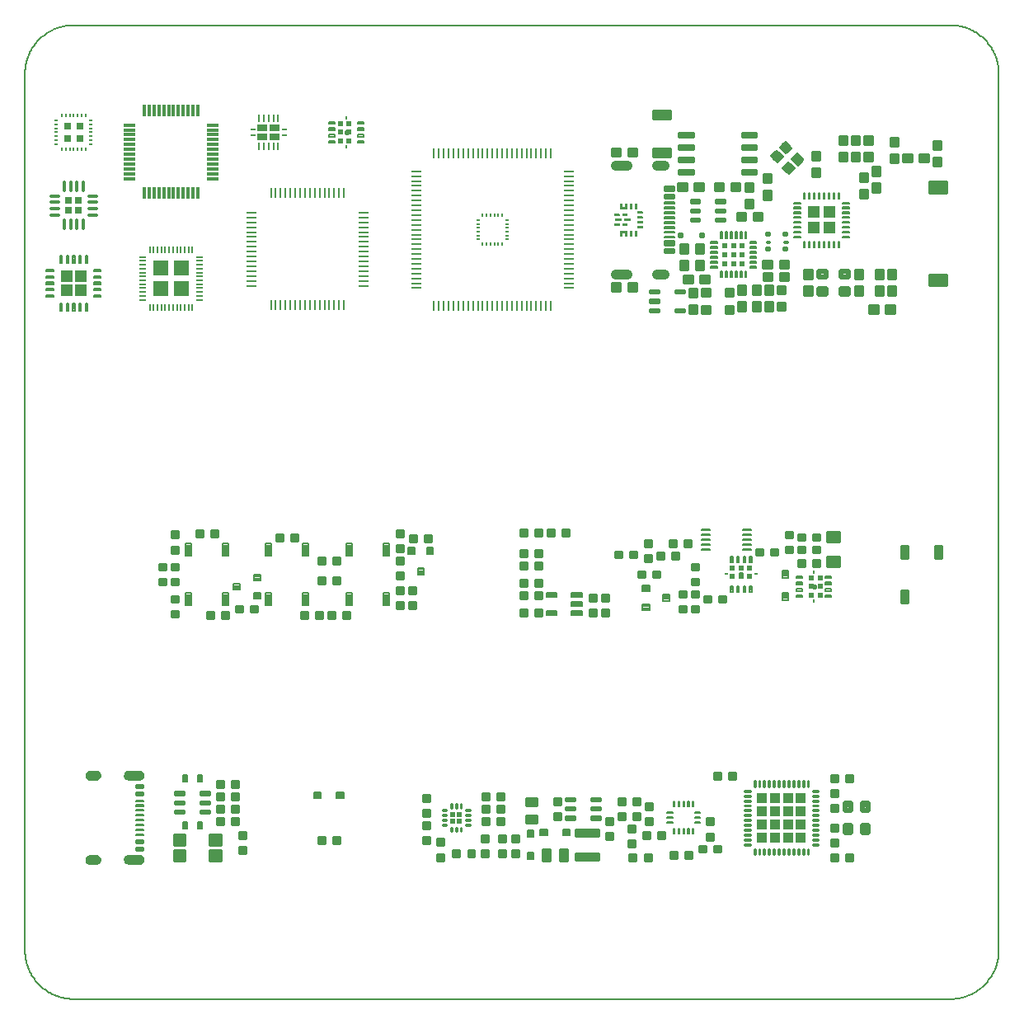
<source format=gbr>
G04 EAGLE Gerber RS-274X export*
G75*
%MOMM*%
%FSLAX34Y34*%
%LPD*%
%INSolderpaste Top*%
%IPPOS*%
%AMOC8*
5,1,8,0,0,1.08239X$1,22.5*%
G01*
%ADD10C,0.127000*%
%ADD11R,1.520281X1.520281*%
%ADD12R,0.800000X0.230000*%
%ADD13R,0.230000X0.800000*%
%ADD14R,0.300000X1.200000*%
%ADD15R,1.200000X0.300000*%
%ADD16R,0.220000X1.000000*%
%ADD17R,1.000000X0.220000*%
%ADD18C,0.200000*%
%ADD19R,1.200000X1.200000*%
%ADD20R,0.662500X0.662500*%
%ADD21R,0.450000X0.200000*%
%ADD22R,0.200000X0.450000*%
%ADD23C,0.230000*%
%ADD24R,0.575000X0.250000*%
%ADD25R,1.025000X0.650000*%
%ADD26R,0.230000X0.685000*%
%ADD27R,0.450000X0.250000*%
%ADD28R,0.250000X0.450000*%
%ADD29R,1.125000X0.250000*%
%ADD30R,0.250000X1.125000*%
%ADD31C,0.300000*%
%ADD32C,0.363000*%
%ADD33C,0.330000*%
%ADD34C,0.264000*%
%ADD35C,0.187834*%
%ADD36R,1.300000X1.300000*%
%ADD37C,0.402334*%
%ADD38C,0.140000*%
%ADD39R,0.600000X0.600000*%
%ADD40C,0.550000*%
%ADD41C,0.420000*%
%ADD42C,1.000000*%
%ADD43C,0.150000*%
%ADD44C,0.250000*%
%ADD45R,0.800000X0.800000*%
%ADD46R,0.508000X0.508000*%
%ADD47R,0.220853X0.394284*%
%ADD48R,0.220850X0.394281*%
%ADD49C,0.254000*%
%ADD50C,0.222250*%
%ADD51C,0.225000*%
%ADD52R,1.050000X1.050000*%
%ADD53R,0.500000X0.500000*%
%ADD54C,0.184800*%
%ADD55C,0.369600*%
%ADD56C,0.285000*%
%ADD57C,0.350000*%
%ADD58C,0.165000*%
%ADD59R,0.394284X0.220853*%
%ADD60R,0.394281X0.220850*%
%ADD61C,0.317500*%
%ADD62C,0.190500*%

G36*
X118085Y67954D02*
X118085Y67954D01*
X118088Y67951D01*
X119183Y68131D01*
X119189Y68137D01*
X119194Y68134D01*
X120222Y68553D01*
X120226Y68560D01*
X120231Y68558D01*
X121140Y69196D01*
X121143Y69203D01*
X121148Y69203D01*
X121892Y70026D01*
X121893Y70034D01*
X121899Y70035D01*
X122441Y71003D01*
X122440Y71012D01*
X122446Y71014D01*
X122759Y72078D01*
X122756Y72086D01*
X122761Y72089D01*
X122829Y73197D01*
X122825Y73204D01*
X122829Y73207D01*
X122659Y74315D01*
X122653Y74321D01*
X122656Y74326D01*
X122244Y75368D01*
X122237Y75372D01*
X122239Y75377D01*
X121605Y76302D01*
X121597Y76304D01*
X121598Y76310D01*
X120775Y77070D01*
X120766Y77071D01*
X120766Y77077D01*
X119794Y77634D01*
X119786Y77633D01*
X119784Y77639D01*
X118712Y77966D01*
X118704Y77963D01*
X118701Y77968D01*
X117584Y78049D01*
X117581Y78048D01*
X117580Y78049D01*
X105580Y78049D01*
X105577Y78047D01*
X105570Y78047D01*
X105569Y78048D01*
X104625Y77829D01*
X104619Y77823D01*
X104614Y77825D01*
X103742Y77402D01*
X103739Y77394D01*
X103733Y77396D01*
X102977Y76789D01*
X102975Y76781D01*
X102969Y76781D01*
X102368Y76021D01*
X102368Y76012D01*
X102362Y76011D01*
X101944Y75136D01*
X101946Y75128D01*
X101941Y75126D01*
X101729Y74180D01*
X101732Y74173D01*
X101727Y74169D01*
X101731Y73200D01*
X101731Y73199D01*
X101750Y72131D01*
X101755Y72124D01*
X101751Y72120D01*
X102007Y71083D01*
X102014Y71078D01*
X102011Y71072D01*
X102492Y70118D01*
X102499Y70115D01*
X102498Y70109D01*
X103179Y69286D01*
X103187Y69284D01*
X103187Y69278D01*
X104034Y68627D01*
X104042Y68627D01*
X104043Y68621D01*
X105014Y68174D01*
X105022Y68176D01*
X105024Y68171D01*
X106070Y67952D01*
X106077Y67955D01*
X106080Y67951D01*
X118080Y67951D01*
X118085Y67954D01*
G37*
G36*
X118085Y154355D02*
X118085Y154355D01*
X118088Y154351D01*
X119194Y154544D01*
X119199Y154549D01*
X119199Y154550D01*
X119204Y154547D01*
X120239Y154980D01*
X120243Y154987D01*
X120248Y154985D01*
X121161Y155638D01*
X121163Y155646D01*
X121169Y155645D01*
X121913Y156484D01*
X121914Y156493D01*
X121919Y156493D01*
X122458Y157477D01*
X122457Y157485D01*
X122458Y157486D01*
X122462Y157487D01*
X122463Y157489D01*
X122645Y158130D01*
X122769Y158566D01*
X122767Y158571D01*
X122769Y158573D01*
X122767Y158575D01*
X122771Y158577D01*
X122829Y159697D01*
X122826Y159702D01*
X122829Y159706D01*
X122711Y160751D01*
X122705Y160757D01*
X122709Y160762D01*
X122361Y161756D01*
X122354Y161760D01*
X122356Y161765D01*
X121796Y162657D01*
X121789Y162660D01*
X121789Y162665D01*
X121045Y163409D01*
X121037Y163411D01*
X121037Y163416D01*
X120145Y163976D01*
X120137Y163976D01*
X120136Y163981D01*
X119142Y164329D01*
X119134Y164326D01*
X119131Y164331D01*
X118086Y164449D01*
X118082Y164447D01*
X118080Y164449D01*
X106080Y164449D01*
X106077Y164447D01*
X106074Y164447D01*
X106072Y164449D01*
X105076Y164291D01*
X105070Y164285D01*
X105065Y164288D01*
X104129Y163913D01*
X104125Y163906D01*
X104119Y163908D01*
X103290Y163334D01*
X103287Y163326D01*
X103282Y163327D01*
X102601Y162583D01*
X102600Y162574D01*
X102594Y162574D01*
X102096Y161697D01*
X102097Y161689D01*
X102092Y161686D01*
X101904Y161062D01*
X101801Y160721D01*
X101802Y160718D01*
X101801Y160717D01*
X101804Y160713D01*
X101799Y160710D01*
X101731Y159703D01*
X101732Y159701D01*
X101731Y159700D01*
X101740Y158619D01*
X101745Y158612D01*
X101741Y158608D01*
X101991Y157556D01*
X101997Y157551D01*
X101994Y157546D01*
X102471Y156576D01*
X102479Y156573D01*
X102477Y156567D01*
X103158Y155728D01*
X103166Y155726D01*
X103166Y155720D01*
X104017Y155054D01*
X104025Y155053D01*
X104026Y155048D01*
X105003Y154587D01*
X105011Y154589D01*
X105014Y154584D01*
X106069Y154352D01*
X106077Y154355D01*
X106080Y154351D01*
X118080Y154351D01*
X118085Y154355D01*
G37*
G36*
X73284Y67954D02*
X73284Y67954D01*
X73286Y67951D01*
X74419Y68101D01*
X74425Y68107D01*
X74430Y68104D01*
X75500Y68502D01*
X75504Y68509D01*
X75510Y68507D01*
X76465Y69134D01*
X76468Y69142D01*
X76473Y69141D01*
X77265Y69964D01*
X77266Y69972D01*
X77272Y69973D01*
X77861Y70952D01*
X77860Y70960D01*
X77865Y70962D01*
X78221Y72047D01*
X78219Y72055D01*
X78223Y72058D01*
X78329Y73195D01*
X78324Y73204D01*
X78328Y73209D01*
X78121Y74346D01*
X78115Y74352D01*
X78118Y74357D01*
X77663Y75419D01*
X77656Y75423D01*
X77658Y75429D01*
X76978Y76364D01*
X76970Y76366D01*
X76971Y76372D01*
X76100Y77132D01*
X76092Y77132D01*
X76091Y77138D01*
X75072Y77685D01*
X75064Y77684D01*
X75062Y77689D01*
X73948Y77996D01*
X73940Y77993D01*
X73937Y77998D01*
X72782Y78049D01*
X72781Y78048D01*
X72780Y78049D01*
X66780Y78049D01*
X66777Y78047D01*
X66772Y78047D01*
X66771Y78048D01*
X65690Y77836D01*
X65685Y77830D01*
X65680Y77833D01*
X64674Y77386D01*
X64670Y77379D01*
X64664Y77381D01*
X63783Y76721D01*
X63780Y76713D01*
X63775Y76713D01*
X63062Y75874D01*
X63062Y75866D01*
X63056Y75865D01*
X62548Y74888D01*
X62549Y74880D01*
X62544Y74878D01*
X62266Y73813D01*
X62269Y73805D01*
X62265Y73802D01*
X62231Y72702D01*
X62235Y72696D01*
X62231Y72693D01*
X62386Y71618D01*
X62392Y71612D01*
X62389Y71607D01*
X62779Y70593D01*
X62786Y70589D01*
X62785Y70583D01*
X63391Y69681D01*
X63399Y69679D01*
X63398Y69673D01*
X64190Y68929D01*
X64198Y68928D01*
X64198Y68922D01*
X65136Y68373D01*
X65144Y68374D01*
X65146Y68368D01*
X66182Y68041D01*
X66190Y68044D01*
X66193Y68039D01*
X67276Y67951D01*
X67279Y67953D01*
X67280Y67951D01*
X73280Y67951D01*
X73284Y67954D01*
G37*
G36*
X73283Y154353D02*
X73283Y154353D01*
X73285Y154351D01*
X74377Y154452D01*
X74383Y154457D01*
X74388Y154454D01*
X75431Y154795D01*
X75436Y154802D01*
X75441Y154800D01*
X76382Y155364D01*
X76385Y155372D01*
X76391Y155371D01*
X77183Y156131D01*
X77184Y156139D01*
X77190Y156140D01*
X77793Y157057D01*
X77792Y157065D01*
X77798Y157067D01*
X78181Y158095D01*
X78179Y158103D01*
X78184Y158106D01*
X78329Y159194D01*
X78325Y159201D01*
X78329Y159205D01*
X78223Y160342D01*
X78218Y160348D01*
X78221Y160353D01*
X77865Y161438D01*
X77858Y161443D01*
X77861Y161448D01*
X77272Y162427D01*
X77264Y162430D01*
X77265Y162436D01*
X76473Y163259D01*
X76465Y163260D01*
X76465Y163266D01*
X75510Y163893D01*
X75502Y163892D01*
X75500Y163898D01*
X74430Y164296D01*
X74422Y164294D01*
X74419Y164299D01*
X73286Y164449D01*
X73283Y164447D01*
X73282Y164447D01*
X73280Y164449D01*
X67280Y164449D01*
X67277Y164447D01*
X67275Y164447D01*
X67274Y164449D01*
X66141Y164299D01*
X66135Y164293D01*
X66130Y164296D01*
X65060Y163898D01*
X65056Y163891D01*
X65050Y163893D01*
X64095Y163266D01*
X64092Y163258D01*
X64087Y163259D01*
X63295Y162436D01*
X63294Y162428D01*
X63288Y162427D01*
X62699Y161448D01*
X62700Y161440D01*
X62695Y161438D01*
X62339Y160353D01*
X62342Y160345D01*
X62337Y160342D01*
X62231Y159205D01*
X62235Y159198D01*
X62231Y159194D01*
X62376Y158106D01*
X62382Y158100D01*
X62379Y158095D01*
X62763Y157067D01*
X62769Y157062D01*
X62768Y157057D01*
X63370Y156140D01*
X63378Y156137D01*
X63377Y156131D01*
X64169Y155371D01*
X64177Y155370D01*
X64178Y155364D01*
X65119Y154800D01*
X65127Y154801D01*
X65129Y154795D01*
X66172Y154454D01*
X66180Y154456D01*
X66183Y154452D01*
X67276Y154351D01*
X67278Y154353D01*
X67280Y154351D01*
X73280Y154351D01*
X73283Y154353D01*
G37*
G36*
X618000Y740996D02*
X618000Y740996D01*
X618001Y740996D01*
X618192Y741034D01*
X618193Y741035D01*
X618194Y741035D01*
X618356Y741143D01*
X618356Y741144D01*
X618357Y741144D01*
X618465Y741306D01*
X618465Y741307D01*
X618466Y741308D01*
X618504Y741499D01*
X618504Y741500D01*
X618504Y746500D01*
X618504Y746501D01*
X618466Y746692D01*
X618465Y746693D01*
X618465Y746694D01*
X618357Y746856D01*
X618356Y746856D01*
X618356Y746857D01*
X618194Y746965D01*
X618193Y746965D01*
X618192Y746966D01*
X618001Y747004D01*
X618000Y747004D01*
X616500Y747004D01*
X616499Y747004D01*
X616308Y746966D01*
X616307Y746965D01*
X616306Y746965D01*
X616144Y746857D01*
X616144Y746856D01*
X616143Y746856D01*
X616035Y746694D01*
X616035Y746693D01*
X616034Y746692D01*
X615996Y746501D01*
X615996Y746500D01*
X615996Y743504D01*
X613504Y743504D01*
X613504Y746500D01*
X613504Y746501D01*
X613466Y746692D01*
X613465Y746693D01*
X613465Y746694D01*
X613357Y746856D01*
X613356Y746856D01*
X613356Y746857D01*
X613194Y746965D01*
X613193Y746965D01*
X613192Y746966D01*
X613001Y747004D01*
X613000Y747004D01*
X611500Y747004D01*
X611499Y747004D01*
X611308Y746966D01*
X611307Y746965D01*
X611306Y746965D01*
X611144Y746857D01*
X611144Y746856D01*
X611143Y746856D01*
X611035Y746694D01*
X611035Y746693D01*
X611034Y746692D01*
X610996Y746501D01*
X610996Y746500D01*
X610996Y741500D01*
X610996Y741499D01*
X611034Y741308D01*
X611035Y741307D01*
X611035Y741306D01*
X611143Y741144D01*
X611144Y741144D01*
X611144Y741143D01*
X611306Y741035D01*
X611307Y741035D01*
X611308Y741034D01*
X611499Y740996D01*
X611500Y740996D01*
X618000Y740996D01*
X618000Y740996D01*
G37*
G36*
X613000Y712996D02*
X613000Y712996D01*
X613001Y712996D01*
X613192Y713034D01*
X613193Y713035D01*
X613194Y713035D01*
X613356Y713143D01*
X613356Y713144D01*
X613357Y713144D01*
X613465Y713306D01*
X613465Y713307D01*
X613466Y713308D01*
X613504Y713499D01*
X613504Y713500D01*
X613504Y716496D01*
X615996Y716496D01*
X615996Y713500D01*
X615996Y713499D01*
X616034Y713308D01*
X616035Y713307D01*
X616035Y713306D01*
X616143Y713144D01*
X616144Y713144D01*
X616144Y713143D01*
X616306Y713035D01*
X616307Y713035D01*
X616308Y713034D01*
X616499Y712996D01*
X616500Y712996D01*
X618000Y712996D01*
X618001Y712996D01*
X618192Y713034D01*
X618193Y713035D01*
X618194Y713035D01*
X618356Y713143D01*
X618356Y713144D01*
X618357Y713144D01*
X618465Y713306D01*
X618465Y713307D01*
X618466Y713308D01*
X618504Y713499D01*
X618504Y713500D01*
X618504Y718500D01*
X618504Y718501D01*
X618466Y718692D01*
X618465Y718693D01*
X618465Y718694D01*
X618357Y718856D01*
X618356Y718856D01*
X618356Y718857D01*
X618194Y718965D01*
X618193Y718965D01*
X618192Y718966D01*
X618001Y719004D01*
X618000Y719004D01*
X611500Y719004D01*
X611499Y719004D01*
X611308Y718966D01*
X611307Y718965D01*
X611306Y718965D01*
X611144Y718857D01*
X611144Y718856D01*
X611143Y718856D01*
X611035Y718694D01*
X611035Y718693D01*
X611034Y718692D01*
X610996Y718501D01*
X610996Y718500D01*
X610996Y713500D01*
X610996Y713499D01*
X611034Y713308D01*
X611035Y713307D01*
X611035Y713306D01*
X611143Y713144D01*
X611144Y713144D01*
X611144Y713143D01*
X611306Y713035D01*
X611307Y713035D01*
X611308Y713034D01*
X611499Y712996D01*
X611500Y712996D01*
X613000Y712996D01*
X613000Y712996D01*
G37*
G36*
X621700Y728746D02*
X621700Y728746D01*
X621701Y728746D01*
X621892Y728784D01*
X621893Y728785D01*
X621894Y728785D01*
X622056Y728893D01*
X622056Y728894D01*
X622057Y728894D01*
X622165Y729056D01*
X622165Y729057D01*
X622166Y729058D01*
X622166Y729060D01*
X622167Y729060D01*
X622166Y729060D01*
X622167Y729064D01*
X622168Y729068D01*
X622169Y729072D01*
X622169Y729073D01*
X622170Y729077D01*
X622171Y729081D01*
X622172Y729085D01*
X622181Y729132D01*
X622182Y729136D01*
X622183Y729140D01*
X622183Y729141D01*
X622183Y729145D01*
X622184Y729149D01*
X622185Y729153D01*
X622186Y729157D01*
X622186Y729158D01*
X622187Y729162D01*
X622188Y729166D01*
X622196Y729208D01*
X622196Y729209D01*
X622197Y729213D01*
X622198Y729217D01*
X622199Y729221D01*
X622199Y729225D01*
X622199Y729226D01*
X622200Y729230D01*
X622201Y729234D01*
X622202Y729238D01*
X622203Y729242D01*
X622203Y729243D01*
X622204Y729247D01*
X622204Y729249D01*
X622204Y729250D01*
X622204Y730750D01*
X622204Y730751D01*
X622166Y730942D01*
X622165Y730943D01*
X622165Y730944D01*
X622057Y731106D01*
X622056Y731106D01*
X622056Y731107D01*
X621894Y731215D01*
X621893Y731215D01*
X621892Y731216D01*
X621701Y731254D01*
X621700Y731254D01*
X615500Y731254D01*
X615499Y731254D01*
X615308Y731216D01*
X615307Y731215D01*
X615306Y731215D01*
X615144Y731107D01*
X615144Y731106D01*
X615143Y731106D01*
X615035Y730944D01*
X615035Y730943D01*
X615034Y730942D01*
X615033Y730939D01*
X615025Y730897D01*
X615024Y730893D01*
X615023Y730888D01*
X615022Y730884D01*
X615022Y730880D01*
X615021Y730880D01*
X615022Y730880D01*
X615021Y730876D01*
X615020Y730871D01*
X615019Y730867D01*
X615018Y730863D01*
X615010Y730820D01*
X615009Y730816D01*
X615008Y730812D01*
X615007Y730808D01*
X615006Y730803D01*
X615005Y730799D01*
X615005Y730795D01*
X615004Y730791D01*
X615003Y730786D01*
X615002Y730782D01*
X614996Y730751D01*
X614996Y730750D01*
X614996Y729250D01*
X614996Y729249D01*
X615034Y729058D01*
X615035Y729057D01*
X615035Y729056D01*
X615143Y728894D01*
X615144Y728894D01*
X615144Y728893D01*
X615306Y728785D01*
X615307Y728785D01*
X615308Y728784D01*
X615499Y728746D01*
X615500Y728746D01*
X621700Y728746D01*
X621700Y728746D01*
G37*
G36*
X612500Y728746D02*
X612500Y728746D01*
X612501Y728746D01*
X612692Y728784D01*
X612693Y728785D01*
X612694Y728785D01*
X612856Y728893D01*
X612856Y728894D01*
X612857Y728894D01*
X612965Y729056D01*
X612965Y729057D01*
X612966Y729058D01*
X612966Y729060D01*
X612967Y729060D01*
X612966Y729060D01*
X612967Y729064D01*
X612968Y729068D01*
X612969Y729072D01*
X612969Y729073D01*
X612970Y729077D01*
X612971Y729081D01*
X612972Y729085D01*
X612981Y729132D01*
X612982Y729136D01*
X612983Y729140D01*
X612983Y729141D01*
X612983Y729145D01*
X612984Y729149D01*
X612985Y729153D01*
X612986Y729157D01*
X612986Y729158D01*
X612987Y729162D01*
X612988Y729166D01*
X612996Y729208D01*
X612996Y729209D01*
X612997Y729213D01*
X612998Y729217D01*
X612999Y729221D01*
X612999Y729225D01*
X612999Y729226D01*
X613000Y729230D01*
X613001Y729234D01*
X613002Y729238D01*
X613003Y729242D01*
X613003Y729243D01*
X613004Y729247D01*
X613004Y729249D01*
X613004Y729250D01*
X613004Y730750D01*
X613004Y730751D01*
X612966Y730942D01*
X612965Y730943D01*
X612965Y730944D01*
X612857Y731106D01*
X612856Y731106D01*
X612856Y731107D01*
X612694Y731215D01*
X612693Y731215D01*
X612692Y731216D01*
X612501Y731254D01*
X612500Y731254D01*
X606300Y731254D01*
X606299Y731254D01*
X606108Y731216D01*
X606107Y731215D01*
X606106Y731215D01*
X605944Y731107D01*
X605944Y731106D01*
X605943Y731106D01*
X605835Y730944D01*
X605835Y730943D01*
X605834Y730942D01*
X605833Y730939D01*
X605825Y730897D01*
X605824Y730893D01*
X605823Y730888D01*
X605822Y730884D01*
X605822Y730880D01*
X605821Y730880D01*
X605822Y730880D01*
X605821Y730876D01*
X605820Y730871D01*
X605819Y730867D01*
X605818Y730863D01*
X605810Y730820D01*
X605809Y730816D01*
X605808Y730812D01*
X605807Y730808D01*
X605806Y730803D01*
X605805Y730799D01*
X605805Y730795D01*
X605804Y730791D01*
X605803Y730786D01*
X605802Y730782D01*
X605796Y730751D01*
X605796Y730750D01*
X605796Y729250D01*
X605796Y729249D01*
X605834Y729058D01*
X605835Y729057D01*
X605835Y729056D01*
X605943Y728894D01*
X605944Y728894D01*
X605944Y728893D01*
X606106Y728785D01*
X606107Y728785D01*
X606108Y728784D01*
X606299Y728746D01*
X606300Y728746D01*
X612500Y728746D01*
X612500Y728746D01*
G37*
G36*
X634000Y736246D02*
X634000Y736246D01*
X634001Y736246D01*
X634192Y736284D01*
X634193Y736285D01*
X634194Y736285D01*
X634356Y736393D01*
X634356Y736394D01*
X634357Y736394D01*
X634465Y736556D01*
X634465Y736557D01*
X634466Y736558D01*
X634466Y736560D01*
X634467Y736560D01*
X634466Y736560D01*
X634467Y736564D01*
X634468Y736568D01*
X634469Y736572D01*
X634469Y736573D01*
X634470Y736577D01*
X634471Y736581D01*
X634472Y736585D01*
X634481Y736632D01*
X634482Y736636D01*
X634483Y736640D01*
X634483Y736641D01*
X634483Y736645D01*
X634484Y736649D01*
X634485Y736653D01*
X634486Y736657D01*
X634486Y736658D01*
X634487Y736662D01*
X634488Y736666D01*
X634496Y736708D01*
X634496Y736709D01*
X634497Y736713D01*
X634498Y736717D01*
X634499Y736721D01*
X634499Y736725D01*
X634499Y736726D01*
X634500Y736730D01*
X634501Y736734D01*
X634502Y736738D01*
X634503Y736742D01*
X634503Y736743D01*
X634504Y736747D01*
X634504Y736749D01*
X634504Y736750D01*
X634504Y738250D01*
X634504Y738251D01*
X634466Y738442D01*
X634465Y738443D01*
X634465Y738444D01*
X634357Y738606D01*
X634356Y738606D01*
X634356Y738607D01*
X634194Y738715D01*
X634193Y738715D01*
X634192Y738716D01*
X634001Y738754D01*
X634000Y738754D01*
X629000Y738754D01*
X628999Y738754D01*
X628808Y738716D01*
X628807Y738715D01*
X628806Y738715D01*
X628644Y738607D01*
X628644Y738606D01*
X628643Y738606D01*
X628535Y738444D01*
X628535Y738443D01*
X628534Y738442D01*
X628533Y738439D01*
X628525Y738397D01*
X628524Y738393D01*
X628523Y738388D01*
X628522Y738384D01*
X628522Y738380D01*
X628521Y738380D01*
X628522Y738380D01*
X628521Y738376D01*
X628520Y738371D01*
X628519Y738367D01*
X628518Y738363D01*
X628510Y738320D01*
X628509Y738316D01*
X628508Y738312D01*
X628507Y738308D01*
X628506Y738303D01*
X628505Y738299D01*
X628505Y738295D01*
X628504Y738291D01*
X628503Y738286D01*
X628502Y738282D01*
X628496Y738251D01*
X628496Y738250D01*
X628496Y736750D01*
X628496Y736749D01*
X628534Y736558D01*
X628535Y736557D01*
X628535Y736556D01*
X628643Y736394D01*
X628644Y736394D01*
X628644Y736393D01*
X628806Y736285D01*
X628807Y736285D01*
X628808Y736284D01*
X628999Y736246D01*
X629000Y736246D01*
X634000Y736246D01*
X634000Y736246D01*
G37*
G36*
X634000Y731246D02*
X634000Y731246D01*
X634001Y731246D01*
X634192Y731284D01*
X634193Y731285D01*
X634194Y731285D01*
X634356Y731393D01*
X634356Y731394D01*
X634357Y731394D01*
X634465Y731556D01*
X634465Y731557D01*
X634466Y731558D01*
X634466Y731560D01*
X634467Y731560D01*
X634466Y731560D01*
X634467Y731564D01*
X634468Y731568D01*
X634469Y731572D01*
X634469Y731573D01*
X634470Y731577D01*
X634471Y731581D01*
X634472Y731585D01*
X634481Y731632D01*
X634482Y731636D01*
X634483Y731640D01*
X634483Y731641D01*
X634483Y731645D01*
X634484Y731649D01*
X634485Y731653D01*
X634486Y731657D01*
X634486Y731658D01*
X634487Y731662D01*
X634488Y731666D01*
X634496Y731708D01*
X634496Y731709D01*
X634497Y731713D01*
X634498Y731717D01*
X634499Y731721D01*
X634499Y731725D01*
X634499Y731726D01*
X634500Y731730D01*
X634501Y731734D01*
X634502Y731738D01*
X634503Y731742D01*
X634503Y731743D01*
X634504Y731747D01*
X634504Y731749D01*
X634504Y731750D01*
X634504Y733250D01*
X634504Y733251D01*
X634466Y733442D01*
X634465Y733443D01*
X634465Y733444D01*
X634357Y733606D01*
X634356Y733606D01*
X634356Y733607D01*
X634194Y733715D01*
X634193Y733715D01*
X634192Y733716D01*
X634001Y733754D01*
X634000Y733754D01*
X629000Y733754D01*
X628999Y733754D01*
X628808Y733716D01*
X628807Y733715D01*
X628806Y733715D01*
X628644Y733607D01*
X628644Y733606D01*
X628643Y733606D01*
X628535Y733444D01*
X628535Y733443D01*
X628534Y733442D01*
X628533Y733439D01*
X628525Y733397D01*
X628524Y733393D01*
X628523Y733388D01*
X628522Y733384D01*
X628522Y733380D01*
X628521Y733380D01*
X628522Y733380D01*
X628521Y733376D01*
X628520Y733371D01*
X628519Y733367D01*
X628518Y733363D01*
X628510Y733320D01*
X628509Y733316D01*
X628508Y733312D01*
X628507Y733308D01*
X628506Y733303D01*
X628505Y733299D01*
X628505Y733295D01*
X628504Y733291D01*
X628503Y733286D01*
X628502Y733282D01*
X628496Y733251D01*
X628496Y733250D01*
X628496Y731750D01*
X628496Y731749D01*
X628534Y731558D01*
X628535Y731557D01*
X628535Y731556D01*
X628643Y731394D01*
X628644Y731394D01*
X628644Y731393D01*
X628806Y731285D01*
X628807Y731285D01*
X628808Y731284D01*
X628999Y731246D01*
X629000Y731246D01*
X634000Y731246D01*
X634000Y731246D01*
G37*
G36*
X634000Y726246D02*
X634000Y726246D01*
X634001Y726246D01*
X634192Y726284D01*
X634193Y726285D01*
X634194Y726285D01*
X634356Y726393D01*
X634356Y726394D01*
X634357Y726394D01*
X634465Y726556D01*
X634465Y726557D01*
X634466Y726558D01*
X634466Y726560D01*
X634467Y726560D01*
X634466Y726560D01*
X634467Y726564D01*
X634468Y726568D01*
X634469Y726572D01*
X634469Y726573D01*
X634470Y726577D01*
X634471Y726581D01*
X634472Y726585D01*
X634481Y726632D01*
X634482Y726636D01*
X634483Y726640D01*
X634483Y726641D01*
X634483Y726645D01*
X634484Y726649D01*
X634485Y726653D01*
X634486Y726657D01*
X634486Y726658D01*
X634487Y726662D01*
X634488Y726666D01*
X634496Y726708D01*
X634496Y726709D01*
X634497Y726713D01*
X634498Y726717D01*
X634499Y726721D01*
X634499Y726725D01*
X634499Y726726D01*
X634500Y726730D01*
X634501Y726734D01*
X634502Y726738D01*
X634503Y726742D01*
X634503Y726743D01*
X634504Y726747D01*
X634504Y726749D01*
X634504Y726750D01*
X634504Y728250D01*
X634504Y728251D01*
X634466Y728442D01*
X634465Y728443D01*
X634465Y728444D01*
X634357Y728606D01*
X634356Y728606D01*
X634356Y728607D01*
X634194Y728715D01*
X634193Y728715D01*
X634192Y728716D01*
X634001Y728754D01*
X634000Y728754D01*
X629000Y728754D01*
X628999Y728754D01*
X628808Y728716D01*
X628807Y728715D01*
X628806Y728715D01*
X628644Y728607D01*
X628644Y728606D01*
X628643Y728606D01*
X628535Y728444D01*
X628535Y728443D01*
X628534Y728442D01*
X628533Y728439D01*
X628525Y728397D01*
X628524Y728393D01*
X628523Y728388D01*
X628522Y728384D01*
X628522Y728380D01*
X628521Y728380D01*
X628522Y728380D01*
X628521Y728376D01*
X628520Y728371D01*
X628519Y728367D01*
X628518Y728363D01*
X628510Y728320D01*
X628509Y728316D01*
X628508Y728312D01*
X628507Y728308D01*
X628506Y728303D01*
X628505Y728299D01*
X628505Y728295D01*
X628504Y728291D01*
X628503Y728286D01*
X628502Y728282D01*
X628496Y728251D01*
X628496Y728250D01*
X628496Y726750D01*
X628496Y726749D01*
X628534Y726558D01*
X628535Y726557D01*
X628535Y726556D01*
X628643Y726394D01*
X628644Y726394D01*
X628644Y726393D01*
X628806Y726285D01*
X628807Y726285D01*
X628808Y726284D01*
X628999Y726246D01*
X629000Y726246D01*
X634000Y726246D01*
X634000Y726246D01*
G37*
G36*
X634000Y721246D02*
X634000Y721246D01*
X634001Y721246D01*
X634192Y721284D01*
X634193Y721285D01*
X634194Y721285D01*
X634356Y721393D01*
X634356Y721394D01*
X634357Y721394D01*
X634465Y721556D01*
X634465Y721557D01*
X634466Y721558D01*
X634466Y721560D01*
X634467Y721560D01*
X634466Y721560D01*
X634467Y721564D01*
X634468Y721568D01*
X634469Y721572D01*
X634469Y721573D01*
X634470Y721577D01*
X634471Y721581D01*
X634472Y721585D01*
X634481Y721632D01*
X634482Y721636D01*
X634483Y721640D01*
X634483Y721641D01*
X634483Y721645D01*
X634484Y721649D01*
X634485Y721653D01*
X634486Y721657D01*
X634486Y721658D01*
X634487Y721662D01*
X634488Y721666D01*
X634496Y721708D01*
X634496Y721709D01*
X634497Y721713D01*
X634498Y721717D01*
X634499Y721721D01*
X634499Y721725D01*
X634499Y721726D01*
X634500Y721730D01*
X634501Y721734D01*
X634502Y721738D01*
X634503Y721742D01*
X634503Y721743D01*
X634504Y721747D01*
X634504Y721749D01*
X634504Y721750D01*
X634504Y723250D01*
X634504Y723251D01*
X634466Y723442D01*
X634465Y723443D01*
X634465Y723444D01*
X634357Y723606D01*
X634356Y723606D01*
X634356Y723607D01*
X634194Y723715D01*
X634193Y723715D01*
X634192Y723716D01*
X634001Y723754D01*
X634000Y723754D01*
X629000Y723754D01*
X628999Y723754D01*
X628808Y723716D01*
X628807Y723715D01*
X628806Y723715D01*
X628644Y723607D01*
X628644Y723606D01*
X628643Y723606D01*
X628535Y723444D01*
X628535Y723443D01*
X628534Y723442D01*
X628533Y723439D01*
X628525Y723397D01*
X628524Y723393D01*
X628523Y723388D01*
X628522Y723384D01*
X628522Y723380D01*
X628521Y723380D01*
X628522Y723380D01*
X628521Y723376D01*
X628520Y723371D01*
X628519Y723367D01*
X628518Y723363D01*
X628510Y723320D01*
X628509Y723316D01*
X628508Y723312D01*
X628507Y723308D01*
X628506Y723303D01*
X628505Y723299D01*
X628505Y723295D01*
X628504Y723291D01*
X628503Y723286D01*
X628502Y723282D01*
X628496Y723251D01*
X628496Y723250D01*
X628496Y721750D01*
X628496Y721749D01*
X628534Y721558D01*
X628535Y721557D01*
X628535Y721556D01*
X628643Y721394D01*
X628644Y721394D01*
X628644Y721393D01*
X628806Y721285D01*
X628807Y721285D01*
X628808Y721284D01*
X628999Y721246D01*
X629000Y721246D01*
X634000Y721246D01*
X634000Y721246D01*
G37*
G36*
X623000Y740996D02*
X623000Y740996D01*
X623001Y740996D01*
X623192Y741034D01*
X623193Y741035D01*
X623194Y741035D01*
X623356Y741143D01*
X623356Y741144D01*
X623357Y741144D01*
X623465Y741306D01*
X623465Y741307D01*
X623466Y741308D01*
X623466Y741310D01*
X623467Y741310D01*
X623466Y741310D01*
X623467Y741314D01*
X623468Y741318D01*
X623469Y741322D01*
X623469Y741323D01*
X623470Y741327D01*
X623471Y741331D01*
X623472Y741335D01*
X623481Y741382D01*
X623482Y741386D01*
X623483Y741390D01*
X623483Y741391D01*
X623483Y741395D01*
X623484Y741399D01*
X623485Y741403D01*
X623486Y741407D01*
X623486Y741408D01*
X623487Y741412D01*
X623488Y741416D01*
X623496Y741458D01*
X623496Y741459D01*
X623497Y741463D01*
X623498Y741467D01*
X623499Y741471D01*
X623499Y741475D01*
X623499Y741476D01*
X623500Y741480D01*
X623501Y741484D01*
X623502Y741488D01*
X623503Y741492D01*
X623503Y741493D01*
X623504Y741497D01*
X623504Y741499D01*
X623504Y741500D01*
X623504Y746500D01*
X623504Y746501D01*
X623466Y746692D01*
X623465Y746693D01*
X623465Y746694D01*
X623357Y746856D01*
X623356Y746856D01*
X623356Y746857D01*
X623194Y746965D01*
X623193Y746965D01*
X623192Y746966D01*
X623001Y747004D01*
X623000Y747004D01*
X621500Y747004D01*
X621499Y747004D01*
X621308Y746966D01*
X621307Y746965D01*
X621306Y746965D01*
X621144Y746857D01*
X621144Y746856D01*
X621143Y746856D01*
X621035Y746694D01*
X621035Y746693D01*
X621034Y746692D01*
X621030Y746670D01*
X621029Y746670D01*
X621030Y746670D01*
X621029Y746666D01*
X621028Y746662D01*
X621027Y746657D01*
X621026Y746653D01*
X621025Y746649D01*
X621024Y746645D01*
X621024Y746640D01*
X621023Y746636D01*
X621014Y746594D01*
X621013Y746589D01*
X621013Y746585D01*
X621012Y746581D01*
X621011Y746577D01*
X621010Y746572D01*
X621009Y746568D01*
X621008Y746564D01*
X621008Y746560D01*
X621007Y746555D01*
X620998Y746513D01*
X620997Y746509D01*
X620997Y746504D01*
X620996Y746501D01*
X620996Y746500D01*
X620996Y741500D01*
X620996Y741499D01*
X621034Y741308D01*
X621035Y741307D01*
X621035Y741306D01*
X621143Y741144D01*
X621144Y741144D01*
X621144Y741143D01*
X621306Y741035D01*
X621307Y741035D01*
X621308Y741034D01*
X621499Y740996D01*
X621500Y740996D01*
X623000Y740996D01*
X623000Y740996D01*
G37*
G36*
X628000Y740996D02*
X628000Y740996D01*
X628001Y740996D01*
X628192Y741034D01*
X628193Y741035D01*
X628194Y741035D01*
X628356Y741143D01*
X628356Y741144D01*
X628357Y741144D01*
X628465Y741306D01*
X628465Y741307D01*
X628466Y741308D01*
X628466Y741310D01*
X628467Y741310D01*
X628466Y741310D01*
X628467Y741314D01*
X628468Y741318D01*
X628469Y741322D01*
X628469Y741323D01*
X628470Y741327D01*
X628471Y741331D01*
X628472Y741335D01*
X628481Y741382D01*
X628482Y741386D01*
X628483Y741390D01*
X628483Y741391D01*
X628483Y741395D01*
X628484Y741399D01*
X628485Y741403D01*
X628486Y741407D01*
X628486Y741408D01*
X628487Y741412D01*
X628488Y741416D01*
X628496Y741458D01*
X628496Y741459D01*
X628497Y741463D01*
X628498Y741467D01*
X628499Y741471D01*
X628499Y741475D01*
X628499Y741476D01*
X628500Y741480D01*
X628501Y741484D01*
X628502Y741488D01*
X628503Y741492D01*
X628503Y741493D01*
X628504Y741497D01*
X628504Y741499D01*
X628504Y741500D01*
X628504Y746500D01*
X628504Y746501D01*
X628466Y746692D01*
X628465Y746693D01*
X628465Y746694D01*
X628357Y746856D01*
X628356Y746856D01*
X628356Y746857D01*
X628194Y746965D01*
X628193Y746965D01*
X628192Y746966D01*
X628001Y747004D01*
X628000Y747004D01*
X626500Y747004D01*
X626499Y747004D01*
X626308Y746966D01*
X626307Y746965D01*
X626306Y746965D01*
X626144Y746857D01*
X626144Y746856D01*
X626143Y746856D01*
X626035Y746694D01*
X626035Y746693D01*
X626034Y746692D01*
X626030Y746670D01*
X626029Y746670D01*
X626030Y746670D01*
X626029Y746666D01*
X626028Y746662D01*
X626027Y746657D01*
X626026Y746653D01*
X626025Y746649D01*
X626024Y746645D01*
X626024Y746640D01*
X626023Y746636D01*
X626014Y746594D01*
X626013Y746589D01*
X626013Y746585D01*
X626012Y746581D01*
X626011Y746577D01*
X626010Y746572D01*
X626009Y746568D01*
X626008Y746564D01*
X626008Y746560D01*
X626007Y746555D01*
X625998Y746513D01*
X625997Y746509D01*
X625997Y746504D01*
X625996Y746501D01*
X625996Y746500D01*
X625996Y741500D01*
X625996Y741499D01*
X626034Y741308D01*
X626035Y741307D01*
X626035Y741306D01*
X626143Y741144D01*
X626144Y741144D01*
X626144Y741143D01*
X626306Y741035D01*
X626307Y741035D01*
X626308Y741034D01*
X626499Y740996D01*
X626500Y740996D01*
X628000Y740996D01*
X628000Y740996D01*
G37*
G36*
X623000Y712996D02*
X623000Y712996D01*
X623001Y712996D01*
X623192Y713034D01*
X623193Y713035D01*
X623194Y713035D01*
X623356Y713143D01*
X623356Y713144D01*
X623357Y713144D01*
X623465Y713306D01*
X623465Y713307D01*
X623466Y713308D01*
X623466Y713310D01*
X623467Y713310D01*
X623466Y713310D01*
X623467Y713314D01*
X623468Y713318D01*
X623469Y713322D01*
X623469Y713323D01*
X623470Y713327D01*
X623471Y713331D01*
X623472Y713335D01*
X623481Y713382D01*
X623482Y713386D01*
X623483Y713390D01*
X623483Y713391D01*
X623483Y713395D01*
X623484Y713399D01*
X623485Y713403D01*
X623486Y713407D01*
X623486Y713408D01*
X623487Y713412D01*
X623488Y713416D01*
X623496Y713458D01*
X623496Y713459D01*
X623497Y713463D01*
X623498Y713467D01*
X623499Y713471D01*
X623499Y713475D01*
X623499Y713476D01*
X623500Y713480D01*
X623501Y713484D01*
X623502Y713488D01*
X623503Y713492D01*
X623503Y713493D01*
X623504Y713497D01*
X623504Y713499D01*
X623504Y713500D01*
X623504Y718500D01*
X623504Y718501D01*
X623466Y718692D01*
X623465Y718693D01*
X623465Y718694D01*
X623357Y718856D01*
X623356Y718856D01*
X623356Y718857D01*
X623194Y718965D01*
X623193Y718965D01*
X623192Y718966D01*
X623001Y719004D01*
X623000Y719004D01*
X621500Y719004D01*
X621499Y719004D01*
X621308Y718966D01*
X621307Y718965D01*
X621306Y718965D01*
X621144Y718857D01*
X621144Y718856D01*
X621143Y718856D01*
X621035Y718694D01*
X621035Y718693D01*
X621034Y718692D01*
X621030Y718670D01*
X621029Y718670D01*
X621030Y718670D01*
X621029Y718666D01*
X621028Y718662D01*
X621027Y718657D01*
X621026Y718653D01*
X621025Y718649D01*
X621024Y718645D01*
X621024Y718640D01*
X621023Y718636D01*
X621014Y718594D01*
X621013Y718589D01*
X621013Y718585D01*
X621012Y718581D01*
X621011Y718577D01*
X621010Y718572D01*
X621009Y718568D01*
X621008Y718564D01*
X621008Y718560D01*
X621007Y718555D01*
X620998Y718513D01*
X620997Y718509D01*
X620997Y718504D01*
X620996Y718501D01*
X620996Y718500D01*
X620996Y713500D01*
X620996Y713499D01*
X621034Y713308D01*
X621035Y713307D01*
X621035Y713306D01*
X621143Y713144D01*
X621144Y713144D01*
X621144Y713143D01*
X621306Y713035D01*
X621307Y713035D01*
X621308Y713034D01*
X621499Y712996D01*
X621500Y712996D01*
X623000Y712996D01*
X623000Y712996D01*
G37*
G36*
X628000Y712996D02*
X628000Y712996D01*
X628001Y712996D01*
X628192Y713034D01*
X628193Y713035D01*
X628194Y713035D01*
X628356Y713143D01*
X628356Y713144D01*
X628357Y713144D01*
X628465Y713306D01*
X628465Y713307D01*
X628466Y713308D01*
X628466Y713310D01*
X628467Y713310D01*
X628466Y713310D01*
X628467Y713314D01*
X628468Y713318D01*
X628469Y713322D01*
X628469Y713323D01*
X628470Y713327D01*
X628471Y713331D01*
X628472Y713335D01*
X628481Y713382D01*
X628482Y713386D01*
X628483Y713390D01*
X628483Y713391D01*
X628483Y713395D01*
X628484Y713399D01*
X628485Y713403D01*
X628486Y713407D01*
X628486Y713408D01*
X628487Y713412D01*
X628488Y713416D01*
X628496Y713458D01*
X628496Y713459D01*
X628497Y713463D01*
X628498Y713467D01*
X628499Y713471D01*
X628499Y713475D01*
X628499Y713476D01*
X628500Y713480D01*
X628501Y713484D01*
X628502Y713488D01*
X628503Y713492D01*
X628503Y713493D01*
X628504Y713497D01*
X628504Y713499D01*
X628504Y713500D01*
X628504Y718500D01*
X628504Y718501D01*
X628466Y718692D01*
X628465Y718693D01*
X628465Y718694D01*
X628357Y718856D01*
X628356Y718856D01*
X628356Y718857D01*
X628194Y718965D01*
X628193Y718965D01*
X628192Y718966D01*
X628001Y719004D01*
X628000Y719004D01*
X626500Y719004D01*
X626499Y719004D01*
X626308Y718966D01*
X626307Y718965D01*
X626306Y718965D01*
X626144Y718857D01*
X626144Y718856D01*
X626143Y718856D01*
X626035Y718694D01*
X626035Y718693D01*
X626034Y718692D01*
X626030Y718670D01*
X626029Y718670D01*
X626030Y718670D01*
X626029Y718666D01*
X626028Y718662D01*
X626027Y718657D01*
X626026Y718653D01*
X626025Y718649D01*
X626024Y718645D01*
X626024Y718640D01*
X626023Y718636D01*
X626014Y718594D01*
X626013Y718589D01*
X626013Y718585D01*
X626012Y718581D01*
X626011Y718577D01*
X626010Y718572D01*
X626009Y718568D01*
X626008Y718564D01*
X626008Y718560D01*
X626007Y718555D01*
X625998Y718513D01*
X625997Y718509D01*
X625997Y718504D01*
X625996Y718501D01*
X625996Y718500D01*
X625996Y713500D01*
X625996Y713499D01*
X626034Y713308D01*
X626035Y713307D01*
X626035Y713306D01*
X626143Y713144D01*
X626144Y713144D01*
X626144Y713143D01*
X626306Y713035D01*
X626307Y713035D01*
X626308Y713034D01*
X626499Y712996D01*
X626500Y712996D01*
X628000Y712996D01*
X628000Y712996D01*
G37*
G36*
X618500Y733746D02*
X618500Y733746D01*
X618501Y733746D01*
X618692Y733784D01*
X618693Y733785D01*
X618694Y733785D01*
X618856Y733893D01*
X618856Y733894D01*
X618857Y733894D01*
X618965Y734056D01*
X618965Y734057D01*
X618966Y734058D01*
X618966Y734060D01*
X618967Y734060D01*
X618966Y734060D01*
X618967Y734064D01*
X618968Y734068D01*
X618969Y734072D01*
X618969Y734073D01*
X618970Y734077D01*
X618971Y734081D01*
X618972Y734085D01*
X618981Y734132D01*
X618982Y734136D01*
X618983Y734140D01*
X618983Y734141D01*
X618983Y734145D01*
X618984Y734149D01*
X618985Y734153D01*
X618986Y734157D01*
X618986Y734158D01*
X618987Y734162D01*
X618988Y734166D01*
X618996Y734208D01*
X618996Y734209D01*
X618997Y734213D01*
X618998Y734217D01*
X618999Y734221D01*
X618999Y734225D01*
X618999Y734226D01*
X619000Y734230D01*
X619001Y734234D01*
X619002Y734238D01*
X619003Y734242D01*
X619003Y734243D01*
X619004Y734247D01*
X619004Y734249D01*
X619004Y734250D01*
X619004Y735750D01*
X619004Y735751D01*
X618966Y735942D01*
X618965Y735943D01*
X618965Y735944D01*
X618857Y736106D01*
X618856Y736106D01*
X618856Y736107D01*
X618694Y736215D01*
X618693Y736215D01*
X618692Y736216D01*
X618501Y736254D01*
X618500Y736254D01*
X613750Y736254D01*
X613749Y736254D01*
X613558Y736216D01*
X613557Y736215D01*
X613556Y736215D01*
X613394Y736107D01*
X613394Y736106D01*
X613393Y736106D01*
X613285Y735944D01*
X613285Y735943D01*
X613284Y735942D01*
X613283Y735939D01*
X613275Y735897D01*
X613274Y735893D01*
X613273Y735888D01*
X613272Y735884D01*
X613272Y735880D01*
X613271Y735880D01*
X613272Y735880D01*
X613271Y735876D01*
X613270Y735871D01*
X613269Y735867D01*
X613268Y735863D01*
X613260Y735820D01*
X613259Y735816D01*
X613258Y735812D01*
X613257Y735808D01*
X613256Y735803D01*
X613255Y735799D01*
X613255Y735795D01*
X613254Y735791D01*
X613253Y735786D01*
X613252Y735782D01*
X613246Y735751D01*
X613246Y735750D01*
X613246Y734250D01*
X613246Y734249D01*
X613284Y734058D01*
X613285Y734057D01*
X613285Y734056D01*
X613393Y733894D01*
X613394Y733894D01*
X613394Y733893D01*
X613556Y733785D01*
X613557Y733785D01*
X613558Y733784D01*
X613749Y733746D01*
X613750Y733746D01*
X618500Y733746D01*
X618500Y733746D01*
G37*
G36*
X610250Y733746D02*
X610250Y733746D01*
X610251Y733746D01*
X610442Y733784D01*
X610443Y733785D01*
X610444Y733785D01*
X610606Y733893D01*
X610606Y733894D01*
X610607Y733894D01*
X610715Y734056D01*
X610715Y734057D01*
X610716Y734058D01*
X610716Y734060D01*
X610717Y734060D01*
X610716Y734060D01*
X610717Y734064D01*
X610718Y734068D01*
X610719Y734072D01*
X610719Y734073D01*
X610720Y734077D01*
X610721Y734081D01*
X610722Y734085D01*
X610731Y734132D01*
X610732Y734136D01*
X610733Y734140D01*
X610733Y734141D01*
X610733Y734145D01*
X610734Y734149D01*
X610735Y734153D01*
X610736Y734157D01*
X610736Y734158D01*
X610737Y734162D01*
X610738Y734166D01*
X610746Y734208D01*
X610746Y734209D01*
X610747Y734213D01*
X610748Y734217D01*
X610749Y734221D01*
X610749Y734225D01*
X610749Y734226D01*
X610750Y734230D01*
X610751Y734234D01*
X610752Y734238D01*
X610753Y734242D01*
X610753Y734243D01*
X610754Y734247D01*
X610754Y734249D01*
X610754Y734250D01*
X610754Y735750D01*
X610754Y735751D01*
X610716Y735942D01*
X610715Y735943D01*
X610715Y735944D01*
X610607Y736106D01*
X610606Y736106D01*
X610606Y736107D01*
X610444Y736215D01*
X610443Y736215D01*
X610442Y736216D01*
X610251Y736254D01*
X610250Y736254D01*
X605500Y736254D01*
X605499Y736254D01*
X605308Y736216D01*
X605307Y736215D01*
X605306Y736215D01*
X605144Y736107D01*
X605144Y736106D01*
X605143Y736106D01*
X605035Y735944D01*
X605035Y735943D01*
X605034Y735942D01*
X605033Y735939D01*
X605025Y735897D01*
X605024Y735893D01*
X605023Y735888D01*
X605022Y735884D01*
X605022Y735880D01*
X605021Y735880D01*
X605022Y735880D01*
X605021Y735876D01*
X605020Y735871D01*
X605019Y735867D01*
X605018Y735863D01*
X605010Y735820D01*
X605009Y735816D01*
X605008Y735812D01*
X605007Y735808D01*
X605006Y735803D01*
X605005Y735799D01*
X605005Y735795D01*
X605004Y735791D01*
X605003Y735786D01*
X605002Y735782D01*
X604996Y735751D01*
X604996Y735750D01*
X604996Y734250D01*
X604996Y734249D01*
X605034Y734058D01*
X605035Y734057D01*
X605035Y734056D01*
X605143Y733894D01*
X605144Y733894D01*
X605144Y733893D01*
X605306Y733785D01*
X605307Y733785D01*
X605308Y733784D01*
X605499Y733746D01*
X605500Y733746D01*
X610250Y733746D01*
X610250Y733746D01*
G37*
G36*
X618500Y723746D02*
X618500Y723746D01*
X618501Y723746D01*
X618692Y723784D01*
X618693Y723785D01*
X618694Y723785D01*
X618856Y723893D01*
X618856Y723894D01*
X618857Y723894D01*
X618965Y724056D01*
X618965Y724057D01*
X618966Y724058D01*
X618966Y724060D01*
X618967Y724060D01*
X618966Y724060D01*
X618967Y724064D01*
X618968Y724068D01*
X618969Y724072D01*
X618969Y724073D01*
X618970Y724077D01*
X618971Y724081D01*
X618972Y724085D01*
X618981Y724132D01*
X618982Y724136D01*
X618983Y724140D01*
X618983Y724141D01*
X618983Y724145D01*
X618984Y724149D01*
X618985Y724153D01*
X618986Y724157D01*
X618986Y724158D01*
X618987Y724162D01*
X618988Y724166D01*
X618996Y724208D01*
X618996Y724209D01*
X618997Y724213D01*
X618998Y724217D01*
X618999Y724221D01*
X618999Y724225D01*
X618999Y724226D01*
X619000Y724230D01*
X619001Y724234D01*
X619002Y724238D01*
X619003Y724242D01*
X619003Y724243D01*
X619004Y724247D01*
X619004Y724249D01*
X619004Y724250D01*
X619004Y725750D01*
X619004Y725751D01*
X618966Y725942D01*
X618965Y725943D01*
X618965Y725944D01*
X618857Y726106D01*
X618856Y726106D01*
X618856Y726107D01*
X618694Y726215D01*
X618693Y726215D01*
X618692Y726216D01*
X618501Y726254D01*
X618500Y726254D01*
X613750Y726254D01*
X613749Y726254D01*
X613558Y726216D01*
X613557Y726215D01*
X613556Y726215D01*
X613394Y726107D01*
X613394Y726106D01*
X613393Y726106D01*
X613285Y725944D01*
X613285Y725943D01*
X613284Y725942D01*
X613283Y725939D01*
X613275Y725897D01*
X613274Y725893D01*
X613273Y725888D01*
X613272Y725884D01*
X613272Y725880D01*
X613271Y725880D01*
X613272Y725880D01*
X613271Y725876D01*
X613270Y725871D01*
X613269Y725867D01*
X613268Y725863D01*
X613260Y725820D01*
X613259Y725816D01*
X613258Y725812D01*
X613257Y725808D01*
X613256Y725803D01*
X613255Y725799D01*
X613255Y725795D01*
X613254Y725791D01*
X613253Y725786D01*
X613252Y725782D01*
X613246Y725751D01*
X613246Y725750D01*
X613246Y724250D01*
X613246Y724249D01*
X613284Y724058D01*
X613285Y724057D01*
X613285Y724056D01*
X613393Y723894D01*
X613394Y723894D01*
X613394Y723893D01*
X613556Y723785D01*
X613557Y723785D01*
X613558Y723784D01*
X613749Y723746D01*
X613750Y723746D01*
X618500Y723746D01*
X618500Y723746D01*
G37*
G36*
X610250Y723746D02*
X610250Y723746D01*
X610251Y723746D01*
X610442Y723784D01*
X610443Y723785D01*
X610444Y723785D01*
X610606Y723893D01*
X610606Y723894D01*
X610607Y723894D01*
X610715Y724056D01*
X610715Y724057D01*
X610716Y724058D01*
X610716Y724060D01*
X610717Y724060D01*
X610716Y724060D01*
X610717Y724064D01*
X610718Y724068D01*
X610719Y724072D01*
X610719Y724073D01*
X610720Y724077D01*
X610721Y724081D01*
X610722Y724085D01*
X610731Y724132D01*
X610732Y724136D01*
X610733Y724140D01*
X610733Y724141D01*
X610733Y724145D01*
X610734Y724149D01*
X610735Y724153D01*
X610736Y724157D01*
X610736Y724158D01*
X610737Y724162D01*
X610738Y724166D01*
X610746Y724208D01*
X610746Y724209D01*
X610747Y724213D01*
X610748Y724217D01*
X610749Y724221D01*
X610749Y724225D01*
X610749Y724226D01*
X610750Y724230D01*
X610751Y724234D01*
X610752Y724238D01*
X610753Y724242D01*
X610753Y724243D01*
X610754Y724247D01*
X610754Y724249D01*
X610754Y724250D01*
X610754Y725750D01*
X610754Y725751D01*
X610716Y725942D01*
X610715Y725943D01*
X610715Y725944D01*
X610607Y726106D01*
X610606Y726106D01*
X610606Y726107D01*
X610444Y726215D01*
X610443Y726215D01*
X610442Y726216D01*
X610251Y726254D01*
X610250Y726254D01*
X605500Y726254D01*
X605499Y726254D01*
X605308Y726216D01*
X605307Y726215D01*
X605306Y726215D01*
X605144Y726107D01*
X605144Y726106D01*
X605143Y726106D01*
X605035Y725944D01*
X605035Y725943D01*
X605034Y725942D01*
X605033Y725939D01*
X605025Y725897D01*
X605024Y725893D01*
X605023Y725888D01*
X605022Y725884D01*
X605022Y725880D01*
X605021Y725880D01*
X605022Y725880D01*
X605021Y725876D01*
X605020Y725871D01*
X605019Y725867D01*
X605018Y725863D01*
X605010Y725820D01*
X605009Y725816D01*
X605008Y725812D01*
X605007Y725808D01*
X605006Y725803D01*
X605005Y725799D01*
X605005Y725795D01*
X605004Y725791D01*
X605003Y725786D01*
X605002Y725782D01*
X604996Y725751D01*
X604996Y725750D01*
X604996Y724250D01*
X604996Y724249D01*
X605034Y724058D01*
X605035Y724057D01*
X605035Y724056D01*
X605143Y723894D01*
X605144Y723894D01*
X605144Y723893D01*
X605306Y723785D01*
X605307Y723785D01*
X605308Y723784D01*
X605499Y723746D01*
X605500Y723746D01*
X610250Y723746D01*
X610250Y723746D01*
G37*
D10*
X950000Y-70000D02*
X50000Y-70000D01*
X1000000Y-20000D02*
X1000000Y880000D01*
X0Y880000D02*
X0Y-20000D01*
X50000Y930000D02*
X950000Y930000D01*
X50000Y930000D02*
X48792Y929985D01*
X47584Y929942D01*
X46378Y929869D01*
X45174Y929767D01*
X43973Y929635D01*
X42776Y929475D01*
X41582Y929286D01*
X40394Y929069D01*
X39211Y928822D01*
X38034Y928547D01*
X36865Y928244D01*
X35703Y927912D01*
X34549Y927553D01*
X33405Y927166D01*
X32270Y926751D01*
X31145Y926309D01*
X30032Y925840D01*
X28930Y925344D01*
X27840Y924821D01*
X26764Y924273D01*
X25701Y923698D01*
X24652Y923098D01*
X23618Y922473D01*
X22599Y921824D01*
X21597Y921149D01*
X20611Y920451D01*
X19642Y919729D01*
X18691Y918984D01*
X17758Y918216D01*
X16844Y917426D01*
X15949Y916613D01*
X15074Y915780D01*
X14220Y914926D01*
X13387Y914051D01*
X12574Y913156D01*
X11784Y912242D01*
X11016Y911309D01*
X10271Y910358D01*
X9549Y909389D01*
X8851Y908403D01*
X8176Y907401D01*
X7527Y906382D01*
X6902Y905348D01*
X6302Y904299D01*
X5727Y903236D01*
X5179Y902160D01*
X4656Y901070D01*
X4160Y899968D01*
X3691Y898855D01*
X3249Y897730D01*
X2834Y896595D01*
X2447Y895451D01*
X2088Y894297D01*
X1756Y893135D01*
X1453Y891966D01*
X1178Y890789D01*
X931Y889606D01*
X714Y888418D01*
X525Y887224D01*
X365Y886027D01*
X233Y884826D01*
X131Y883622D01*
X58Y882416D01*
X15Y881208D01*
X0Y880000D01*
X950000Y930000D02*
X951208Y929985D01*
X952416Y929942D01*
X953622Y929869D01*
X954826Y929767D01*
X956027Y929635D01*
X957224Y929475D01*
X958418Y929286D01*
X959606Y929069D01*
X960789Y928822D01*
X961966Y928547D01*
X963135Y928244D01*
X964297Y927912D01*
X965451Y927553D01*
X966595Y927166D01*
X967730Y926751D01*
X968855Y926309D01*
X969968Y925840D01*
X971070Y925344D01*
X972160Y924821D01*
X973236Y924273D01*
X974299Y923698D01*
X975348Y923098D01*
X976382Y922473D01*
X977401Y921824D01*
X978403Y921149D01*
X979389Y920451D01*
X980358Y919729D01*
X981309Y918984D01*
X982242Y918216D01*
X983156Y917426D01*
X984051Y916613D01*
X984926Y915780D01*
X985780Y914926D01*
X986613Y914051D01*
X987426Y913156D01*
X988216Y912242D01*
X988984Y911309D01*
X989729Y910358D01*
X990451Y909389D01*
X991149Y908403D01*
X991824Y907401D01*
X992473Y906382D01*
X993098Y905348D01*
X993698Y904299D01*
X994273Y903236D01*
X994821Y902160D01*
X995344Y901070D01*
X995840Y899968D01*
X996309Y898855D01*
X996751Y897730D01*
X997166Y896595D01*
X997553Y895451D01*
X997912Y894297D01*
X998244Y893135D01*
X998547Y891966D01*
X998822Y890789D01*
X999069Y889606D01*
X999286Y888418D01*
X999475Y887224D01*
X999635Y886027D01*
X999767Y884826D01*
X999869Y883622D01*
X999942Y882416D01*
X999985Y881208D01*
X1000000Y880000D01*
X50000Y-70000D02*
X48792Y-69985D01*
X47584Y-69942D01*
X46378Y-69869D01*
X45174Y-69767D01*
X43973Y-69635D01*
X42776Y-69475D01*
X41582Y-69286D01*
X40394Y-69069D01*
X39211Y-68822D01*
X38034Y-68547D01*
X36865Y-68244D01*
X35703Y-67912D01*
X34549Y-67553D01*
X33405Y-67166D01*
X32270Y-66751D01*
X31145Y-66309D01*
X30032Y-65840D01*
X28930Y-65344D01*
X27840Y-64821D01*
X26764Y-64273D01*
X25701Y-63698D01*
X24652Y-63098D01*
X23618Y-62473D01*
X22599Y-61824D01*
X21597Y-61149D01*
X20611Y-60451D01*
X19642Y-59729D01*
X18691Y-58984D01*
X17758Y-58216D01*
X16844Y-57426D01*
X15949Y-56613D01*
X15074Y-55780D01*
X14220Y-54926D01*
X13387Y-54051D01*
X12574Y-53156D01*
X11784Y-52242D01*
X11016Y-51309D01*
X10271Y-50358D01*
X9549Y-49389D01*
X8851Y-48403D01*
X8176Y-47401D01*
X7527Y-46382D01*
X6902Y-45348D01*
X6302Y-44299D01*
X5727Y-43236D01*
X5179Y-42160D01*
X4656Y-41070D01*
X4160Y-39968D01*
X3691Y-38855D01*
X3249Y-37730D01*
X2834Y-36595D01*
X2447Y-35451D01*
X2088Y-34297D01*
X1756Y-33135D01*
X1453Y-31966D01*
X1178Y-30789D01*
X931Y-29606D01*
X714Y-28418D01*
X525Y-27224D01*
X365Y-26027D01*
X233Y-24826D01*
X131Y-23622D01*
X58Y-22416D01*
X15Y-21208D01*
X0Y-20000D01*
X950000Y-70000D02*
X951208Y-69985D01*
X952416Y-69942D01*
X953622Y-69869D01*
X954826Y-69767D01*
X956027Y-69635D01*
X957224Y-69475D01*
X958418Y-69286D01*
X959606Y-69069D01*
X960789Y-68822D01*
X961966Y-68547D01*
X963135Y-68244D01*
X964297Y-67912D01*
X965451Y-67553D01*
X966595Y-67166D01*
X967730Y-66751D01*
X968855Y-66309D01*
X969968Y-65840D01*
X971070Y-65344D01*
X972160Y-64821D01*
X973236Y-64273D01*
X974299Y-63698D01*
X975348Y-63098D01*
X976382Y-62473D01*
X977401Y-61824D01*
X978403Y-61149D01*
X979389Y-60451D01*
X980358Y-59729D01*
X981309Y-58984D01*
X982242Y-58216D01*
X983156Y-57426D01*
X984051Y-56613D01*
X984926Y-55780D01*
X985780Y-54926D01*
X986613Y-54051D01*
X987426Y-53156D01*
X988216Y-52242D01*
X988984Y-51309D01*
X989729Y-50358D01*
X990451Y-49389D01*
X991149Y-48403D01*
X991824Y-47401D01*
X992473Y-46382D01*
X993098Y-45348D01*
X993698Y-44299D01*
X994273Y-43236D01*
X994821Y-42160D01*
X995344Y-41070D01*
X995840Y-39968D01*
X996309Y-38855D01*
X996751Y-37730D01*
X997166Y-36595D01*
X997553Y-35451D01*
X997912Y-34297D01*
X998244Y-33135D01*
X998547Y-31966D01*
X998822Y-30789D01*
X999069Y-29606D01*
X999286Y-28418D01*
X999475Y-27224D01*
X999635Y-26027D01*
X999767Y-24826D01*
X999869Y-23622D01*
X999942Y-22416D01*
X999985Y-21208D01*
X1000000Y-20000D01*
D11*
X160750Y680750D03*
X139250Y680750D03*
X139250Y659250D03*
X160750Y659250D03*
D12*
X120500Y692000D03*
X120500Y688000D03*
X120500Y684000D03*
X120500Y680000D03*
X120500Y676000D03*
X120500Y672000D03*
X120500Y668000D03*
X120500Y664000D03*
X120500Y660000D03*
X120500Y656000D03*
X120500Y652000D03*
X120500Y648000D03*
D13*
X128000Y640500D03*
X132000Y640500D03*
X136000Y640500D03*
X140000Y640500D03*
X144000Y640500D03*
X148000Y640500D03*
X152000Y640500D03*
X156000Y640500D03*
X160000Y640500D03*
X164000Y640500D03*
X168000Y640500D03*
X172000Y640500D03*
D12*
X179500Y648000D03*
X179500Y652000D03*
X179500Y656000D03*
X179500Y660000D03*
X179500Y664000D03*
X179500Y668000D03*
X179500Y672000D03*
X179500Y676000D03*
X179500Y680000D03*
X179500Y684000D03*
X179500Y688000D03*
X179500Y692000D03*
D13*
X172000Y699500D03*
X168000Y699500D03*
X164000Y699500D03*
X160000Y699500D03*
X156000Y699500D03*
X152000Y699500D03*
X148000Y699500D03*
X144000Y699500D03*
X140000Y699500D03*
X136000Y699500D03*
X132000Y699500D03*
X128000Y699500D03*
D14*
X122500Y757500D03*
X127500Y757500D03*
X132500Y757500D03*
X137500Y757500D03*
X142500Y757500D03*
X147500Y757500D03*
X152500Y757500D03*
X157500Y757500D03*
X162500Y757500D03*
X167500Y757500D03*
X172500Y757500D03*
X177500Y757500D03*
D15*
X192500Y772500D03*
X192500Y777500D03*
X192500Y782500D03*
X192500Y787500D03*
X192500Y792500D03*
X192500Y797500D03*
X192500Y802500D03*
X192500Y807500D03*
X192500Y812500D03*
X192500Y817500D03*
X192500Y822500D03*
X192500Y827500D03*
D14*
X177500Y842500D03*
X172500Y842500D03*
X167500Y842500D03*
X162500Y842500D03*
X157500Y842500D03*
X152500Y842500D03*
X147500Y842500D03*
X142500Y842500D03*
X137500Y842500D03*
X132500Y842500D03*
X127500Y842500D03*
X122500Y842500D03*
D15*
X107500Y827500D03*
X107500Y822500D03*
X107500Y817500D03*
X107500Y812500D03*
X107500Y807500D03*
X107500Y802500D03*
X107500Y797500D03*
X107500Y792500D03*
X107500Y787500D03*
X107500Y782500D03*
X107500Y777500D03*
X107500Y772500D03*
D16*
X287500Y642500D03*
X292500Y642500D03*
X277500Y642500D03*
X267500Y642500D03*
X257500Y642500D03*
X282500Y642500D03*
X272500Y642500D03*
X262500Y642500D03*
X252500Y642500D03*
X302500Y642500D03*
X312500Y642500D03*
X322500Y642500D03*
X327500Y642500D03*
X317500Y642500D03*
X307500Y642500D03*
X297500Y642500D03*
D17*
X347500Y697500D03*
X347500Y702500D03*
X347500Y687500D03*
X347500Y677500D03*
X347500Y667500D03*
X347500Y692500D03*
X347500Y682500D03*
X347500Y672500D03*
X347500Y662500D03*
X347500Y712500D03*
X347500Y722500D03*
X347500Y732500D03*
X347500Y737500D03*
X347500Y727500D03*
X347500Y717500D03*
X347500Y707500D03*
D16*
X292500Y757500D03*
X287500Y757500D03*
X302500Y757500D03*
X312500Y757500D03*
X322500Y757500D03*
X297500Y757500D03*
X307500Y757500D03*
X317500Y757500D03*
X327500Y757500D03*
X277500Y757500D03*
X267500Y757500D03*
X257500Y757500D03*
X252500Y757500D03*
X262500Y757500D03*
X272500Y757500D03*
X282500Y757500D03*
D17*
X232500Y702500D03*
X232500Y697500D03*
X232500Y712500D03*
X232500Y722500D03*
X232500Y732500D03*
X232500Y707500D03*
X232500Y717500D03*
X232500Y727500D03*
X232500Y737500D03*
X232500Y687500D03*
X232500Y677500D03*
X232500Y667500D03*
X232500Y662500D03*
X232500Y672500D03*
X232500Y682500D03*
X232500Y692500D03*
D18*
X29250Y677000D02*
X22000Y677000D01*
X22000Y679000D01*
X29250Y679000D01*
X29250Y677000D01*
X29250Y678900D02*
X22000Y678900D01*
X22000Y670500D02*
X29250Y670500D01*
X22000Y670500D02*
X22000Y672500D01*
X29250Y672500D01*
X29250Y670500D01*
X29250Y672400D02*
X22000Y672400D01*
X22000Y664000D02*
X29250Y664000D01*
X22000Y664000D02*
X22000Y666000D01*
X29250Y666000D01*
X29250Y664000D01*
X29250Y665900D02*
X22000Y665900D01*
X22000Y657500D02*
X29250Y657500D01*
X22000Y657500D02*
X22000Y659500D01*
X29250Y659500D01*
X29250Y657500D01*
X29250Y659400D02*
X22000Y659400D01*
X22000Y651000D02*
X29250Y651000D01*
X22000Y651000D02*
X22000Y653000D01*
X29250Y653000D01*
X29250Y651000D01*
X29250Y652900D02*
X22000Y652900D01*
X38000Y644250D02*
X38000Y637000D01*
X36000Y637000D01*
X36000Y644250D01*
X38000Y644250D01*
X38000Y638900D02*
X36000Y638900D01*
X36000Y640800D02*
X38000Y640800D01*
X38000Y642700D02*
X36000Y642700D01*
X44500Y644250D02*
X44500Y637000D01*
X42500Y637000D01*
X42500Y644250D01*
X44500Y644250D01*
X44500Y638900D02*
X42500Y638900D01*
X42500Y640800D02*
X44500Y640800D01*
X44500Y642700D02*
X42500Y642700D01*
X51000Y644250D02*
X51000Y637000D01*
X49000Y637000D01*
X49000Y644250D01*
X51000Y644250D01*
X51000Y638900D02*
X49000Y638900D01*
X49000Y640800D02*
X51000Y640800D01*
X51000Y642700D02*
X49000Y642700D01*
X57500Y644250D02*
X57500Y637000D01*
X55500Y637000D01*
X55500Y644250D01*
X57500Y644250D01*
X57500Y638900D02*
X55500Y638900D01*
X55500Y640800D02*
X57500Y640800D01*
X57500Y642700D02*
X55500Y642700D01*
X64000Y644250D02*
X64000Y637000D01*
X62000Y637000D01*
X62000Y644250D01*
X64000Y644250D01*
X64000Y638900D02*
X62000Y638900D01*
X62000Y640800D02*
X64000Y640800D01*
X64000Y642700D02*
X62000Y642700D01*
X70750Y653000D02*
X78000Y653000D01*
X78000Y651000D01*
X70750Y651000D01*
X70750Y653000D01*
X70750Y652900D02*
X78000Y652900D01*
X78000Y659500D02*
X70750Y659500D01*
X78000Y659500D02*
X78000Y657500D01*
X70750Y657500D01*
X70750Y659500D01*
X70750Y659400D02*
X78000Y659400D01*
X78000Y666000D02*
X70750Y666000D01*
X78000Y666000D02*
X78000Y664000D01*
X70750Y664000D01*
X70750Y666000D01*
X70750Y665900D02*
X78000Y665900D01*
X78000Y672500D02*
X70750Y672500D01*
X78000Y672500D02*
X78000Y670500D01*
X70750Y670500D01*
X70750Y672500D01*
X70750Y672400D02*
X78000Y672400D01*
X78000Y679000D02*
X70750Y679000D01*
X78000Y679000D02*
X78000Y677000D01*
X70750Y677000D01*
X70750Y679000D01*
X70750Y678900D02*
X78000Y678900D01*
X62000Y685750D02*
X62000Y693000D01*
X64000Y693000D01*
X64000Y685750D01*
X62000Y685750D01*
X62000Y687650D02*
X64000Y687650D01*
X64000Y689550D02*
X62000Y689550D01*
X62000Y691450D02*
X64000Y691450D01*
X55500Y693000D02*
X55500Y685750D01*
X55500Y693000D02*
X57500Y693000D01*
X57500Y685750D01*
X55500Y685750D01*
X55500Y687650D02*
X57500Y687650D01*
X57500Y689550D02*
X55500Y689550D01*
X55500Y691450D02*
X57500Y691450D01*
X49000Y693000D02*
X49000Y685750D01*
X49000Y693000D02*
X51000Y693000D01*
X51000Y685750D01*
X49000Y685750D01*
X49000Y687650D02*
X51000Y687650D01*
X51000Y689550D02*
X49000Y689550D01*
X49000Y691450D02*
X51000Y691450D01*
X42500Y693000D02*
X42500Y685750D01*
X42500Y693000D02*
X44500Y693000D01*
X44500Y685750D01*
X42500Y685750D01*
X42500Y687650D02*
X44500Y687650D01*
X44500Y689550D02*
X42500Y689550D01*
X42500Y691450D02*
X44500Y691450D01*
X36000Y693000D02*
X36000Y685750D01*
X36000Y693000D02*
X38000Y693000D01*
X38000Y685750D01*
X36000Y685750D01*
X36000Y687650D02*
X38000Y687650D01*
X38000Y689550D02*
X36000Y689550D01*
X36000Y691450D02*
X38000Y691450D01*
D19*
X42500Y672500D03*
X57500Y672500D03*
X42500Y657500D03*
X57500Y657500D03*
D20*
X43375Y813375D03*
X56625Y826625D03*
X43375Y826625D03*
X56625Y813375D03*
D21*
X32250Y832000D03*
X32250Y828000D03*
X32250Y824000D03*
X32250Y820000D03*
X32250Y816000D03*
X32250Y812000D03*
X32250Y808000D03*
D22*
X38000Y802250D03*
X42000Y802250D03*
X46000Y802250D03*
X50000Y802250D03*
X54000Y802250D03*
X58000Y802250D03*
X62000Y802250D03*
D21*
X67750Y808000D03*
X67750Y812000D03*
X67750Y816000D03*
X67750Y820000D03*
X67750Y824000D03*
X67750Y828000D03*
X67750Y832000D03*
D22*
X62000Y837750D03*
X58000Y837750D03*
X54000Y837750D03*
X50000Y837750D03*
X46000Y837750D03*
X42000Y837750D03*
X38000Y837750D03*
D23*
X240000Y808350D03*
X245000Y808350D03*
X250000Y808350D03*
X255000Y808350D03*
X260000Y808350D03*
X260000Y831650D03*
X255000Y831650D03*
X250000Y831650D03*
X245000Y831650D03*
X240000Y831650D03*
D24*
X233875Y822750D03*
X233875Y817250D03*
D25*
X243375Y824750D03*
X243375Y815250D03*
X256625Y815250D03*
X256625Y824750D03*
D26*
X240000Y804925D03*
X245000Y804925D03*
X250000Y804925D03*
X255000Y804925D03*
X260000Y804925D03*
X260000Y835075D03*
X255000Y835075D03*
X250000Y835075D03*
X245000Y835075D03*
X240000Y835075D03*
D24*
X266125Y817250D03*
X266125Y822750D03*
D27*
X465000Y726000D03*
X465000Y730000D03*
X465000Y722000D03*
X465000Y718000D03*
X465000Y714000D03*
X465000Y710000D03*
D28*
X470000Y705000D03*
X474000Y705000D03*
X478000Y705000D03*
X482000Y705000D03*
X486000Y705000D03*
X490000Y705000D03*
D27*
X495000Y710000D03*
X495000Y714000D03*
X495000Y722000D03*
X495000Y718000D03*
X495000Y726000D03*
X495000Y730000D03*
D28*
X490000Y735000D03*
X486000Y735000D03*
X482000Y735000D03*
X478000Y735000D03*
X474000Y735000D03*
X470000Y735000D03*
D29*
X401500Y780000D03*
X401500Y775000D03*
X401500Y770000D03*
X401500Y765000D03*
X401500Y760000D03*
X401500Y755000D03*
X401500Y750000D03*
X401500Y745000D03*
X401500Y740000D03*
X401500Y735000D03*
X401500Y730000D03*
X401500Y725000D03*
X401500Y720000D03*
X401500Y715000D03*
X401500Y710000D03*
X401500Y705000D03*
X401500Y700000D03*
X401500Y695000D03*
X401500Y690000D03*
X401500Y685000D03*
X401500Y680000D03*
X401500Y675000D03*
X401500Y670000D03*
X401500Y665000D03*
X401500Y660000D03*
D30*
X420000Y641500D03*
X425000Y641500D03*
X430000Y641500D03*
X435000Y641500D03*
X440000Y641500D03*
X445000Y641500D03*
X450000Y641500D03*
X455000Y641500D03*
X460000Y641500D03*
X465000Y641500D03*
X470000Y641500D03*
X475000Y641500D03*
X480000Y641500D03*
X485000Y641500D03*
X490000Y641500D03*
X495000Y641500D03*
X500000Y641500D03*
X505000Y641500D03*
X510000Y641500D03*
X515000Y641500D03*
X520000Y641500D03*
X525000Y641500D03*
X530000Y641500D03*
X535000Y641500D03*
X540000Y641500D03*
D29*
X558500Y660000D03*
X558500Y665000D03*
X558500Y670000D03*
X558500Y675000D03*
X558500Y680000D03*
X558500Y685000D03*
X558500Y690000D03*
X558500Y695000D03*
X558500Y700000D03*
X558500Y705000D03*
X558500Y710000D03*
X558500Y715000D03*
X558500Y720000D03*
X558500Y725000D03*
X558500Y730000D03*
X558500Y735000D03*
X558500Y740000D03*
X558500Y745000D03*
X558500Y750000D03*
X558500Y755000D03*
X558500Y760000D03*
X558500Y765000D03*
X558500Y770000D03*
X558500Y775000D03*
X558500Y780000D03*
D30*
X540000Y798500D03*
X535000Y798500D03*
X530000Y798500D03*
X525000Y798500D03*
X520000Y798500D03*
X515000Y798500D03*
X510000Y798500D03*
X505000Y798500D03*
X500000Y798500D03*
X495000Y798500D03*
X490000Y798500D03*
X485000Y798500D03*
X480000Y798500D03*
X475000Y798500D03*
X470000Y798500D03*
X465000Y798500D03*
X460000Y798500D03*
X455000Y798500D03*
X450000Y798500D03*
X445000Y798500D03*
X440000Y798500D03*
X435000Y798500D03*
X430000Y798500D03*
X425000Y798500D03*
X420000Y798500D03*
D31*
X677195Y665286D02*
X685195Y665286D01*
X677195Y665286D02*
X677195Y672286D01*
X685195Y672286D01*
X685195Y665286D01*
X685195Y668136D02*
X677195Y668136D01*
X677195Y670986D02*
X685195Y670986D01*
X694195Y665286D02*
X702195Y665286D01*
X694195Y665286D02*
X694195Y672286D01*
X702195Y672286D01*
X702195Y665286D01*
X702195Y668136D02*
X694195Y668136D01*
X694195Y670986D02*
X702195Y670986D01*
X902541Y790000D02*
X910541Y790000D01*
X902541Y790000D02*
X902541Y797000D01*
X910541Y797000D01*
X910541Y790000D01*
X910541Y792850D02*
X902541Y792850D01*
X902541Y795700D02*
X910541Y795700D01*
X919541Y790000D02*
X927541Y790000D01*
X919541Y790000D02*
X919541Y797000D01*
X927541Y797000D01*
X927541Y790000D01*
X927541Y792850D02*
X919541Y792850D01*
X919541Y795700D02*
X927541Y795700D01*
X800876Y677984D02*
X800876Y669984D01*
X800876Y677984D02*
X807876Y677984D01*
X807876Y669984D01*
X800876Y669984D01*
X800876Y672834D02*
X807876Y672834D01*
X807876Y675684D02*
X800876Y675684D01*
X800876Y660984D02*
X800876Y652984D01*
X800876Y660984D02*
X807876Y660984D01*
X807876Y652984D01*
X800876Y652984D01*
X800876Y655834D02*
X807876Y655834D01*
X807876Y658684D02*
X800876Y658684D01*
X884886Y641552D02*
X892886Y641552D01*
X892886Y634552D01*
X884886Y634552D01*
X884886Y641552D01*
X884886Y637402D02*
X892886Y637402D01*
X892886Y640252D02*
X884886Y640252D01*
X875886Y641552D02*
X867886Y641552D01*
X875886Y641552D02*
X875886Y634552D01*
X867886Y634552D01*
X867886Y641552D01*
X867886Y637402D02*
X875886Y637402D01*
X875886Y640252D02*
X867886Y640252D01*
X611048Y795518D02*
X603048Y795518D01*
X603048Y802518D01*
X611048Y802518D01*
X611048Y795518D01*
X611048Y798368D02*
X603048Y798368D01*
X603048Y801218D02*
X611048Y801218D01*
X620048Y795518D02*
X628048Y795518D01*
X620048Y795518D02*
X620048Y802518D01*
X628048Y802518D01*
X628048Y795518D01*
X628048Y798368D02*
X620048Y798368D01*
X620048Y801218D02*
X628048Y801218D01*
X628059Y664364D02*
X620059Y664364D01*
X628059Y664364D02*
X628059Y657364D01*
X620059Y657364D01*
X620059Y664364D01*
X620059Y660214D02*
X628059Y660214D01*
X628059Y663064D02*
X620059Y663064D01*
X611059Y664364D02*
X603059Y664364D01*
X611059Y664364D02*
X611059Y657364D01*
X603059Y657364D01*
X603059Y664364D01*
X603059Y660214D02*
X611059Y660214D01*
X611059Y663064D02*
X603059Y663064D01*
X740424Y759233D02*
X740424Y767233D01*
X747424Y767233D01*
X747424Y759233D01*
X740424Y759233D01*
X740424Y762083D02*
X747424Y762083D01*
X747424Y764933D02*
X740424Y764933D01*
X740424Y750233D02*
X740424Y742233D01*
X740424Y750233D02*
X747424Y750233D01*
X747424Y742233D01*
X740424Y742233D01*
X740424Y745083D02*
X747424Y745083D01*
X747424Y747933D02*
X740424Y747933D01*
X734040Y767282D02*
X726040Y767282D01*
X734040Y767282D02*
X734040Y760282D01*
X726040Y760282D01*
X726040Y767282D01*
X726040Y763132D02*
X734040Y763132D01*
X734040Y765982D02*
X726040Y765982D01*
X717040Y767282D02*
X709040Y767282D01*
X717040Y767282D02*
X717040Y760282D01*
X709040Y760282D01*
X709040Y767282D01*
X709040Y763132D02*
X717040Y763132D01*
X717040Y765982D02*
X709040Y765982D01*
X859946Y660984D02*
X859946Y652984D01*
X852946Y652984D01*
X852946Y660984D01*
X859946Y660984D01*
X859946Y655834D02*
X852946Y655834D01*
X852946Y658684D02*
X859946Y658684D01*
X859946Y669984D02*
X859946Y677984D01*
X859946Y669984D02*
X852946Y669984D01*
X852946Y677984D01*
X859946Y677984D01*
X859946Y672834D02*
X852946Y672834D01*
X852946Y675684D02*
X859946Y675684D01*
X747857Y661855D02*
X747857Y653855D01*
X747857Y661855D02*
X754857Y661855D01*
X754857Y653855D01*
X747857Y653855D01*
X747857Y656705D02*
X754857Y656705D01*
X754857Y659555D02*
X747857Y659555D01*
X747857Y644855D02*
X747857Y636855D01*
X747857Y644855D02*
X754857Y644855D01*
X754857Y636855D01*
X747857Y636855D01*
X747857Y639705D02*
X754857Y639705D01*
X754857Y642555D02*
X747857Y642555D01*
X865121Y752425D02*
X865121Y760425D01*
X865121Y752425D02*
X858121Y752425D01*
X858121Y760425D01*
X865121Y760425D01*
X865121Y755275D02*
X858121Y755275D01*
X858121Y758125D02*
X865121Y758125D01*
X865121Y769425D02*
X865121Y777425D01*
X865121Y769425D02*
X858121Y769425D01*
X858121Y777425D01*
X865121Y777425D01*
X865121Y772275D02*
X858121Y772275D01*
X858121Y775125D02*
X865121Y775125D01*
X696226Y767282D02*
X688226Y767282D01*
X696226Y767282D02*
X696226Y760282D01*
X688226Y760282D01*
X688226Y767282D01*
X688226Y763132D02*
X696226Y763132D01*
X696226Y765982D02*
X688226Y765982D01*
X679226Y767282D02*
X671226Y767282D01*
X679226Y767282D02*
X679226Y760282D01*
X671226Y760282D01*
X671226Y767282D01*
X671226Y763132D02*
X679226Y763132D01*
X679226Y765982D02*
X671226Y765982D01*
X877790Y766775D02*
X877790Y758775D01*
X870790Y758775D01*
X870790Y766775D01*
X877790Y766775D01*
X877790Y761625D02*
X870790Y761625D01*
X870790Y764475D02*
X877790Y764475D01*
X877790Y775775D02*
X877790Y783775D01*
X877790Y775775D02*
X870790Y775775D01*
X870790Y783775D01*
X877790Y783775D01*
X877790Y778625D02*
X870790Y778625D01*
X870790Y781475D02*
X877790Y781475D01*
X689535Y704121D02*
X689535Y696121D01*
X689535Y704121D02*
X696535Y704121D01*
X696535Y696121D01*
X689535Y696121D01*
X689535Y698971D02*
X696535Y698971D01*
X696535Y701821D02*
X689535Y701821D01*
X689535Y687121D02*
X689535Y679121D01*
X689535Y687121D02*
X696535Y687121D01*
X696535Y679121D01*
X689535Y679121D01*
X689535Y681971D02*
X696535Y681971D01*
X696535Y684821D02*
X689535Y684821D01*
X889395Y805938D02*
X889395Y813938D01*
X896395Y813938D01*
X896395Y805938D01*
X889395Y805938D01*
X889395Y808788D02*
X896395Y808788D01*
X896395Y811638D02*
X889395Y811638D01*
X889395Y796938D02*
X889395Y788938D01*
X889395Y796938D02*
X896395Y796938D01*
X896395Y788938D01*
X889395Y788938D01*
X889395Y791788D02*
X896395Y791788D01*
X896395Y794638D02*
X889395Y794638D01*
X933528Y802366D02*
X933528Y810366D01*
X940528Y810366D01*
X940528Y802366D01*
X933528Y802366D01*
X933528Y805216D02*
X940528Y805216D01*
X940528Y808066D02*
X933528Y808066D01*
X933528Y793366D02*
X933528Y785366D01*
X933528Y793366D02*
X940528Y793366D01*
X940528Y785366D01*
X933528Y785366D01*
X933528Y788216D02*
X940528Y788216D01*
X940528Y791066D02*
X933528Y791066D01*
X862852Y807525D02*
X862852Y815525D01*
X869852Y815525D01*
X869852Y807525D01*
X862852Y807525D01*
X862852Y810375D02*
X869852Y810375D01*
X869852Y813225D02*
X862852Y813225D01*
X862852Y798525D02*
X862852Y790525D01*
X862852Y798525D02*
X869852Y798525D01*
X869852Y790525D01*
X862852Y790525D01*
X862852Y793375D02*
X869852Y793375D01*
X869852Y796225D02*
X862852Y796225D01*
X856898Y798525D02*
X856898Y790525D01*
X849898Y790525D01*
X849898Y798525D01*
X856898Y798525D01*
X856898Y793375D02*
X849898Y793375D01*
X849898Y796225D02*
X856898Y796225D01*
X856898Y807525D02*
X856898Y815525D01*
X856898Y807525D02*
X849898Y807525D01*
X849898Y815525D01*
X856898Y815525D01*
X856898Y810375D02*
X849898Y810375D01*
X849898Y813225D02*
X856898Y813225D01*
X808734Y799329D02*
X808734Y791329D01*
X808734Y799329D02*
X815734Y799329D01*
X815734Y791329D01*
X808734Y791329D01*
X808734Y794179D02*
X815734Y794179D01*
X815734Y797029D02*
X808734Y797029D01*
X808734Y782329D02*
X808734Y774329D01*
X808734Y782329D02*
X815734Y782329D01*
X815734Y774329D01*
X808734Y774329D01*
X808734Y777179D02*
X815734Y777179D01*
X815734Y780029D02*
X808734Y780029D01*
X772555Y789815D02*
X766899Y795471D01*
X771849Y800421D01*
X777505Y794765D01*
X772555Y789815D01*
X775405Y792665D02*
X769705Y792665D01*
X766943Y795515D02*
X776755Y795515D01*
X773905Y798365D02*
X769793Y798365D01*
X778920Y783450D02*
X784576Y777794D01*
X778920Y783450D02*
X783870Y788400D01*
X789526Y782744D01*
X784576Y777794D01*
X787426Y780644D02*
X781726Y780644D01*
X778964Y783494D02*
X788776Y783494D01*
X785926Y786344D02*
X781814Y786344D01*
X781586Y798883D02*
X775930Y804539D01*
X780880Y809489D01*
X786536Y803833D01*
X781586Y798883D01*
X784436Y801733D02*
X778736Y801733D01*
X775974Y804583D02*
X785786Y804583D01*
X782936Y807433D02*
X778824Y807433D01*
X787950Y792519D02*
X793606Y786863D01*
X787950Y792519D02*
X792900Y797469D01*
X798556Y791813D01*
X793606Y786863D01*
X796456Y789713D02*
X790756Y789713D01*
X787994Y792563D02*
X797806Y792563D01*
X794956Y795413D02*
X790844Y795413D01*
X766761Y680869D02*
X758761Y680869D01*
X758761Y687869D01*
X766761Y687869D01*
X766761Y680869D01*
X766761Y683719D02*
X758761Y683719D01*
X758761Y686569D02*
X766761Y686569D01*
X775761Y680869D02*
X783761Y680869D01*
X775761Y680869D02*
X775761Y687869D01*
X783761Y687869D01*
X783761Y680869D01*
X783761Y683719D02*
X775761Y683719D01*
X775761Y686569D02*
X783761Y686569D01*
X766812Y667909D02*
X758812Y667909D01*
X758812Y674909D01*
X766812Y674909D01*
X766812Y667909D01*
X766812Y670759D02*
X758812Y670759D01*
X758812Y673609D02*
X766812Y673609D01*
X775812Y667909D02*
X783812Y667909D01*
X775812Y667909D02*
X775812Y674909D01*
X783812Y674909D01*
X783812Y667909D01*
X783812Y670759D02*
X775812Y670759D01*
X775812Y673609D02*
X783812Y673609D01*
X767490Y644855D02*
X767490Y636855D01*
X760490Y636855D01*
X760490Y644855D01*
X767490Y644855D01*
X767490Y639705D02*
X760490Y639705D01*
X760490Y642555D02*
X767490Y642555D01*
X767490Y653855D02*
X767490Y661855D01*
X767490Y653855D02*
X760490Y653855D01*
X760490Y661855D01*
X767490Y661855D01*
X767490Y656705D02*
X760490Y656705D01*
X760490Y659555D02*
X767490Y659555D01*
X880965Y660994D02*
X880965Y652994D01*
X873965Y652994D01*
X873965Y660994D01*
X880965Y660994D01*
X880965Y655844D02*
X873965Y655844D01*
X873965Y658694D02*
X880965Y658694D01*
X880965Y669994D02*
X880965Y677994D01*
X880965Y669994D02*
X873965Y669994D01*
X873965Y677994D01*
X880965Y677994D01*
X880965Y672844D02*
X873965Y672844D01*
X873965Y675694D02*
X880965Y675694D01*
X766255Y751381D02*
X766255Y759381D01*
X766255Y751381D02*
X759255Y751381D01*
X759255Y759381D01*
X766255Y759381D01*
X766255Y754231D02*
X759255Y754231D01*
X759255Y757081D02*
X766255Y757081D01*
X766255Y768381D02*
X766255Y776381D01*
X766255Y768381D02*
X759255Y768381D01*
X759255Y776381D01*
X766255Y776381D01*
X766255Y771231D02*
X759255Y771231D01*
X759255Y774081D02*
X766255Y774081D01*
X843690Y790525D02*
X843690Y798525D01*
X843690Y790525D02*
X836690Y790525D01*
X836690Y798525D01*
X843690Y798525D01*
X843690Y793375D02*
X836690Y793375D01*
X836690Y796225D02*
X843690Y796225D01*
X843690Y807525D02*
X843690Y815525D01*
X843690Y807525D02*
X836690Y807525D01*
X836690Y815525D01*
X843690Y815525D01*
X843690Y810375D02*
X836690Y810375D01*
X836690Y813225D02*
X843690Y813225D01*
X886950Y677994D02*
X886950Y669994D01*
X886950Y677994D02*
X893950Y677994D01*
X893950Y669994D01*
X886950Y669994D01*
X886950Y672844D02*
X893950Y672844D01*
X893950Y675694D02*
X886950Y675694D01*
X886950Y660994D02*
X886950Y652994D01*
X886950Y660994D02*
X893950Y660994D01*
X893950Y652994D01*
X886950Y652994D01*
X886950Y655844D02*
X893950Y655844D01*
X893950Y658694D02*
X886950Y658694D01*
D32*
X642410Y656869D02*
X642410Y654999D01*
X642410Y656869D02*
X650780Y656869D01*
X650780Y654999D01*
X642410Y654999D01*
X642410Y647369D02*
X642410Y645499D01*
X642410Y647369D02*
X650780Y647369D01*
X650780Y645499D01*
X642410Y645499D01*
X642410Y637869D02*
X642410Y635999D01*
X642410Y637869D02*
X650780Y637869D01*
X650780Y635999D01*
X642410Y635999D01*
X668412Y635999D02*
X668412Y637869D01*
X676782Y637869D01*
X676782Y635999D01*
X668412Y635999D01*
X668412Y654999D02*
X668412Y656869D01*
X676782Y656869D01*
X676782Y654999D01*
X668412Y654999D01*
D33*
X782199Y699184D02*
X782199Y700884D01*
X782199Y699184D02*
X779657Y699184D01*
X779657Y700884D01*
X782199Y700884D01*
D34*
X782529Y706854D02*
X782529Y708214D01*
X782529Y706854D02*
X779327Y706854D01*
X779327Y708214D01*
X782529Y708214D01*
D33*
X782199Y714184D02*
X782199Y715884D01*
X782199Y714184D02*
X779657Y714184D01*
X779657Y715884D01*
X782199Y715884D01*
X764199Y715884D02*
X764199Y714184D01*
X761657Y714184D01*
X761657Y715884D01*
X764199Y715884D01*
D34*
X764529Y708214D02*
X764529Y706854D01*
X761327Y706854D01*
X761327Y708214D01*
X764529Y708214D01*
D33*
X764199Y700884D02*
X764199Y699184D01*
X761657Y699184D01*
X761657Y700884D01*
X764199Y700884D01*
D35*
X839904Y712984D02*
X846026Y712984D01*
X846026Y712016D01*
X839904Y712016D01*
X839904Y712984D01*
X839904Y717984D02*
X846026Y717984D01*
X846026Y717016D01*
X839904Y717016D01*
X839904Y717984D01*
X839904Y722984D02*
X846026Y722984D01*
X846026Y722016D01*
X839904Y722016D01*
X839904Y722984D01*
X839904Y727984D02*
X846026Y727984D01*
X846026Y727016D01*
X839904Y727016D01*
X839904Y727984D01*
X839904Y732984D02*
X846026Y732984D01*
X846026Y732016D01*
X839904Y732016D01*
X839904Y732984D01*
X839904Y737984D02*
X846026Y737984D01*
X846026Y737016D01*
X839904Y737016D01*
X839904Y737984D01*
X839904Y742984D02*
X846026Y742984D01*
X846026Y742016D01*
X839904Y742016D01*
X839904Y742984D01*
X839904Y747984D02*
X846026Y747984D01*
X846026Y747016D01*
X839904Y747016D01*
X839904Y747984D01*
X834981Y751939D02*
X834981Y758061D01*
X835949Y758061D01*
X835949Y751939D01*
X834981Y751939D01*
X834981Y753723D02*
X835949Y753723D01*
X835949Y755507D02*
X834981Y755507D01*
X834981Y757291D02*
X835949Y757291D01*
X829981Y758061D02*
X829981Y751939D01*
X829981Y758061D02*
X830949Y758061D01*
X830949Y751939D01*
X829981Y751939D01*
X829981Y753723D02*
X830949Y753723D01*
X830949Y755507D02*
X829981Y755507D01*
X829981Y757291D02*
X830949Y757291D01*
X824981Y758061D02*
X824981Y751939D01*
X824981Y758061D02*
X825949Y758061D01*
X825949Y751939D01*
X824981Y751939D01*
X824981Y753723D02*
X825949Y753723D01*
X825949Y755507D02*
X824981Y755507D01*
X824981Y757291D02*
X825949Y757291D01*
X819981Y758061D02*
X819981Y751939D01*
X819981Y758061D02*
X820949Y758061D01*
X820949Y751939D01*
X819981Y751939D01*
X819981Y753723D02*
X820949Y753723D01*
X820949Y755507D02*
X819981Y755507D01*
X819981Y757291D02*
X820949Y757291D01*
X814981Y758061D02*
X814981Y751939D01*
X814981Y758061D02*
X815949Y758061D01*
X815949Y751939D01*
X814981Y751939D01*
X814981Y753723D02*
X815949Y753723D01*
X815949Y755507D02*
X814981Y755507D01*
X814981Y757291D02*
X815949Y757291D01*
X809981Y758061D02*
X809981Y751939D01*
X809981Y758061D02*
X810949Y758061D01*
X810949Y751939D01*
X809981Y751939D01*
X809981Y753723D02*
X810949Y753723D01*
X810949Y755507D02*
X809981Y755507D01*
X809981Y757291D02*
X810949Y757291D01*
X804981Y758061D02*
X804981Y751939D01*
X804981Y758061D02*
X805949Y758061D01*
X805949Y751939D01*
X804981Y751939D01*
X804981Y753723D02*
X805949Y753723D01*
X805949Y755507D02*
X804981Y755507D01*
X804981Y757291D02*
X805949Y757291D01*
X799981Y758061D02*
X799981Y751939D01*
X799981Y758061D02*
X800949Y758061D01*
X800949Y751939D01*
X799981Y751939D01*
X799981Y753723D02*
X800949Y753723D01*
X800949Y755507D02*
X799981Y755507D01*
X799981Y757291D02*
X800949Y757291D01*
X796026Y747016D02*
X789904Y747016D01*
X789904Y747984D01*
X796026Y747984D01*
X796026Y747016D01*
X796026Y742016D02*
X789904Y742016D01*
X789904Y742984D01*
X796026Y742984D01*
X796026Y742016D01*
X796026Y737016D02*
X789904Y737016D01*
X789904Y737984D01*
X796026Y737984D01*
X796026Y737016D01*
X796026Y732016D02*
X789904Y732016D01*
X789904Y732984D01*
X796026Y732984D01*
X796026Y732016D01*
X796026Y727016D02*
X789904Y727016D01*
X789904Y727984D01*
X796026Y727984D01*
X796026Y727016D01*
X796026Y722016D02*
X789904Y722016D01*
X789904Y722984D01*
X796026Y722984D01*
X796026Y722016D01*
X796026Y717016D02*
X789904Y717016D01*
X789904Y717984D01*
X796026Y717984D01*
X796026Y717016D01*
X796026Y712016D02*
X789904Y712016D01*
X789904Y712984D01*
X796026Y712984D01*
X796026Y712016D01*
X800949Y708061D02*
X800949Y701939D01*
X799981Y701939D01*
X799981Y708061D01*
X800949Y708061D01*
X800949Y703723D02*
X799981Y703723D01*
X799981Y705507D02*
X800949Y705507D01*
X800949Y707291D02*
X799981Y707291D01*
X805949Y708061D02*
X805949Y701939D01*
X804981Y701939D01*
X804981Y708061D01*
X805949Y708061D01*
X805949Y703723D02*
X804981Y703723D01*
X804981Y705507D02*
X805949Y705507D01*
X805949Y707291D02*
X804981Y707291D01*
X810949Y708061D02*
X810949Y701939D01*
X809981Y701939D01*
X809981Y708061D01*
X810949Y708061D01*
X810949Y703723D02*
X809981Y703723D01*
X809981Y705507D02*
X810949Y705507D01*
X810949Y707291D02*
X809981Y707291D01*
X815949Y708061D02*
X815949Y701939D01*
X814981Y701939D01*
X814981Y708061D01*
X815949Y708061D01*
X815949Y703723D02*
X814981Y703723D01*
X814981Y705507D02*
X815949Y705507D01*
X815949Y707291D02*
X814981Y707291D01*
X820949Y708061D02*
X820949Y701939D01*
X819981Y701939D01*
X819981Y708061D01*
X820949Y708061D01*
X820949Y703723D02*
X819981Y703723D01*
X819981Y705507D02*
X820949Y705507D01*
X820949Y707291D02*
X819981Y707291D01*
X825949Y708061D02*
X825949Y701939D01*
X824981Y701939D01*
X824981Y708061D01*
X825949Y708061D01*
X825949Y703723D02*
X824981Y703723D01*
X824981Y705507D02*
X825949Y705507D01*
X825949Y707291D02*
X824981Y707291D01*
X830949Y708061D02*
X830949Y701939D01*
X829981Y701939D01*
X829981Y708061D01*
X830949Y708061D01*
X830949Y703723D02*
X829981Y703723D01*
X829981Y705507D02*
X830949Y705507D01*
X830949Y707291D02*
X829981Y707291D01*
X835949Y708061D02*
X835949Y701939D01*
X834981Y701939D01*
X834981Y708061D01*
X835949Y708061D01*
X835949Y703723D02*
X834981Y703723D01*
X834981Y705507D02*
X835949Y705507D01*
X835949Y707291D02*
X834981Y707291D01*
D36*
X825965Y722000D03*
X809965Y722000D03*
X825965Y738000D03*
X809965Y738000D03*
D37*
X672236Y816555D02*
X672236Y818629D01*
X685232Y818629D01*
X685232Y816555D01*
X672236Y816555D01*
X672236Y805929D02*
X672236Y803855D01*
X672236Y805929D02*
X685232Y805929D01*
X685232Y803855D01*
X672236Y803855D01*
X672236Y793229D02*
X672236Y791155D01*
X672236Y793229D02*
X685232Y793229D01*
X685232Y791155D01*
X672236Y791155D01*
X672236Y780529D02*
X672236Y778455D01*
X672236Y780529D02*
X685232Y780529D01*
X685232Y778455D01*
X672236Y778455D01*
X737260Y778455D02*
X737260Y780529D01*
X750256Y780529D01*
X750256Y778455D01*
X737260Y778455D01*
X737260Y791155D02*
X737260Y793229D01*
X750256Y793229D01*
X750256Y791155D01*
X737260Y791155D01*
X737260Y803855D02*
X737260Y805929D01*
X750256Y805929D01*
X750256Y803855D01*
X737260Y803855D01*
X737260Y816555D02*
X737260Y818629D01*
X750256Y818629D01*
X750256Y816555D01*
X737260Y816555D01*
D38*
X740932Y717613D02*
X740932Y711013D01*
X739532Y711013D01*
X739532Y717613D01*
X740932Y717613D01*
X740932Y712343D02*
X739532Y712343D01*
X739532Y713673D02*
X740932Y713673D01*
X740932Y715003D02*
X739532Y715003D01*
X739532Y716333D02*
X740932Y716333D01*
X735932Y717613D02*
X735932Y711013D01*
X734532Y711013D01*
X734532Y717613D01*
X735932Y717613D01*
X735932Y712343D02*
X734532Y712343D01*
X734532Y713673D02*
X735932Y713673D01*
X735932Y715003D02*
X734532Y715003D01*
X734532Y716333D02*
X735932Y716333D01*
X730932Y717613D02*
X730932Y711013D01*
X729532Y711013D01*
X729532Y717613D01*
X730932Y717613D01*
X730932Y712343D02*
X729532Y712343D01*
X729532Y713673D02*
X730932Y713673D01*
X730932Y715003D02*
X729532Y715003D01*
X729532Y716333D02*
X730932Y716333D01*
X725932Y717613D02*
X725932Y711013D01*
X724532Y711013D01*
X724532Y717613D01*
X725932Y717613D01*
X725932Y712343D02*
X724532Y712343D01*
X724532Y713673D02*
X725932Y713673D01*
X725932Y715003D02*
X724532Y715003D01*
X724532Y716333D02*
X725932Y716333D01*
X720932Y717613D02*
X720932Y711013D01*
X719532Y711013D01*
X719532Y717613D01*
X720932Y717613D01*
X720932Y712343D02*
X719532Y712343D01*
X719532Y713673D02*
X720932Y713673D01*
X720932Y715003D02*
X719532Y715003D01*
X719532Y716333D02*
X720932Y716333D01*
X715932Y717613D02*
X715932Y711013D01*
X714532Y711013D01*
X714532Y717613D01*
X715932Y717613D01*
X715932Y712343D02*
X714532Y712343D01*
X714532Y713673D02*
X715932Y713673D01*
X715932Y715003D02*
X714532Y715003D01*
X714532Y716333D02*
X715932Y716333D01*
X711032Y706113D02*
X704432Y706113D01*
X704432Y707513D01*
X711032Y707513D01*
X711032Y706113D01*
X711032Y707443D02*
X704432Y707443D01*
X704432Y701113D02*
X711032Y701113D01*
X704432Y701113D02*
X704432Y702513D01*
X711032Y702513D01*
X711032Y701113D01*
X711032Y702443D02*
X704432Y702443D01*
X704432Y696113D02*
X711032Y696113D01*
X704432Y696113D02*
X704432Y697513D01*
X711032Y697513D01*
X711032Y696113D01*
X711032Y697443D02*
X704432Y697443D01*
X704432Y691113D02*
X711032Y691113D01*
X704432Y691113D02*
X704432Y692513D01*
X711032Y692513D01*
X711032Y691113D01*
X711032Y692443D02*
X704432Y692443D01*
X704432Y686113D02*
X711032Y686113D01*
X704432Y686113D02*
X704432Y687513D01*
X711032Y687513D01*
X711032Y686113D01*
X711032Y687443D02*
X704432Y687443D01*
X704432Y681113D02*
X711032Y681113D01*
X704432Y681113D02*
X704432Y682513D01*
X711032Y682513D01*
X711032Y681113D01*
X711032Y682443D02*
X704432Y682443D01*
X714532Y677613D02*
X714532Y671013D01*
X714532Y677613D02*
X715932Y677613D01*
X715932Y671013D01*
X714532Y671013D01*
X714532Y672343D02*
X715932Y672343D01*
X715932Y673673D02*
X714532Y673673D01*
X714532Y675003D02*
X715932Y675003D01*
X715932Y676333D02*
X714532Y676333D01*
X719532Y677613D02*
X719532Y671013D01*
X719532Y677613D02*
X720932Y677613D01*
X720932Y671013D01*
X719532Y671013D01*
X719532Y672343D02*
X720932Y672343D01*
X720932Y673673D02*
X719532Y673673D01*
X719532Y675003D02*
X720932Y675003D01*
X720932Y676333D02*
X719532Y676333D01*
X724532Y677613D02*
X724532Y671013D01*
X724532Y677613D02*
X725932Y677613D01*
X725932Y671013D01*
X724532Y671013D01*
X724532Y672343D02*
X725932Y672343D01*
X725932Y673673D02*
X724532Y673673D01*
X724532Y675003D02*
X725932Y675003D01*
X725932Y676333D02*
X724532Y676333D01*
X729532Y677613D02*
X729532Y671013D01*
X729532Y677613D02*
X730932Y677613D01*
X730932Y671013D01*
X729532Y671013D01*
X729532Y672343D02*
X730932Y672343D01*
X730932Y673673D02*
X729532Y673673D01*
X729532Y675003D02*
X730932Y675003D01*
X730932Y676333D02*
X729532Y676333D01*
X734532Y677613D02*
X734532Y671013D01*
X734532Y677613D02*
X735932Y677613D01*
X735932Y671013D01*
X734532Y671013D01*
X734532Y672343D02*
X735932Y672343D01*
X735932Y673673D02*
X734532Y673673D01*
X734532Y675003D02*
X735932Y675003D01*
X735932Y676333D02*
X734532Y676333D01*
X739532Y677613D02*
X739532Y671013D01*
X739532Y677613D02*
X740932Y677613D01*
X740932Y671013D01*
X739532Y671013D01*
X739532Y672343D02*
X740932Y672343D01*
X740932Y673673D02*
X739532Y673673D01*
X739532Y675003D02*
X740932Y675003D01*
X740932Y676333D02*
X739532Y676333D01*
X744432Y682513D02*
X751032Y682513D01*
X751032Y681113D01*
X744432Y681113D01*
X744432Y682513D01*
X744432Y682443D02*
X751032Y682443D01*
X751032Y687513D02*
X744432Y687513D01*
X751032Y687513D02*
X751032Y686113D01*
X744432Y686113D01*
X744432Y687513D01*
X744432Y687443D02*
X751032Y687443D01*
X751032Y692513D02*
X744432Y692513D01*
X751032Y692513D02*
X751032Y691113D01*
X744432Y691113D01*
X744432Y692513D01*
X744432Y692443D02*
X751032Y692443D01*
X751032Y697513D02*
X744432Y697513D01*
X751032Y697513D02*
X751032Y696113D01*
X744432Y696113D01*
X744432Y697513D01*
X744432Y697443D02*
X751032Y697443D01*
X751032Y702513D02*
X744432Y702513D01*
X751032Y702513D02*
X751032Y701113D01*
X744432Y701113D01*
X744432Y702513D01*
X744432Y702443D02*
X751032Y702443D01*
X751032Y707513D02*
X744432Y707513D01*
X751032Y707513D02*
X751032Y706113D01*
X744432Y706113D01*
X744432Y707513D01*
X744432Y707443D02*
X751032Y707443D01*
D39*
X718732Y703313D03*
X727732Y694313D03*
X727732Y703313D03*
X736732Y703313D03*
X736732Y685313D03*
X718732Y685313D03*
X727732Y685313D03*
X736732Y694313D03*
X718732Y694313D03*
D40*
X815034Y671734D02*
X822534Y671734D01*
X815034Y671734D02*
X815034Y677234D01*
X822534Y677234D01*
X822534Y671734D01*
X822534Y676959D02*
X815034Y676959D01*
X838034Y653734D02*
X845534Y653734D01*
X838034Y653734D02*
X838034Y659234D01*
X845534Y659234D01*
X845534Y653734D01*
X845534Y658959D02*
X838034Y658959D01*
X838034Y671734D02*
X845534Y671734D01*
X838034Y671734D02*
X838034Y677234D01*
X845534Y677234D01*
X845534Y671734D01*
X845534Y676959D02*
X838034Y676959D01*
X822534Y653734D02*
X815034Y653734D01*
X815034Y659234D01*
X822534Y659234D01*
X822534Y653734D01*
X822534Y658959D02*
X815034Y658959D01*
D41*
X929636Y758662D02*
X929636Y768462D01*
X945436Y768462D01*
X945436Y758662D01*
X929636Y758662D01*
X929636Y762652D02*
X945436Y762652D01*
X945436Y766642D02*
X929636Y766642D01*
X929636Y673462D02*
X929636Y663662D01*
X929636Y673462D02*
X945436Y673462D01*
X945436Y663662D01*
X929636Y663662D01*
X929636Y667652D02*
X945436Y667652D01*
X945436Y671642D02*
X929636Y671642D01*
D42*
X656865Y785750D02*
X648865Y785750D01*
X618865Y785750D02*
X606865Y785750D01*
D43*
X656515Y738250D02*
X656515Y736750D01*
X656515Y738250D02*
X666515Y738250D01*
X666515Y736750D01*
X656515Y736750D01*
X656515Y738175D02*
X666515Y738175D01*
X656515Y733250D02*
X656515Y731750D01*
X656515Y733250D02*
X666515Y733250D01*
X666515Y731750D01*
X656515Y731750D01*
X656515Y733175D02*
X666515Y733175D01*
X656515Y728250D02*
X656515Y726750D01*
X656515Y728250D02*
X666515Y728250D01*
X666515Y726750D01*
X656515Y726750D01*
X656515Y728175D02*
X666515Y728175D01*
X656515Y723250D02*
X656515Y721750D01*
X656515Y723250D02*
X666515Y723250D01*
X666515Y721750D01*
X656515Y721750D01*
X656515Y723175D02*
X666515Y723175D01*
X656515Y741750D02*
X656515Y743250D01*
X666515Y743250D01*
X666515Y741750D01*
X656515Y741750D01*
X656515Y743175D02*
X666515Y743175D01*
X656515Y746750D02*
X656515Y748250D01*
X666515Y748250D01*
X666515Y746750D01*
X656515Y746750D01*
X656515Y748175D02*
X666515Y748175D01*
X656515Y718250D02*
X656515Y716750D01*
X656515Y718250D02*
X666515Y718250D01*
X666515Y716750D01*
X656515Y716750D01*
X656515Y718175D02*
X666515Y718175D01*
X656515Y713250D02*
X656515Y711750D01*
X656515Y713250D02*
X666515Y713250D01*
X666515Y711750D01*
X656515Y711750D01*
X656515Y713175D02*
X666515Y713175D01*
D31*
X657265Y752500D02*
X657265Y755500D01*
X665765Y755500D01*
X665765Y752500D01*
X657265Y752500D01*
X657265Y755350D02*
X665765Y755350D01*
X657265Y760500D02*
X657265Y763500D01*
X665765Y763500D01*
X665765Y760500D01*
X657265Y760500D01*
X657265Y763350D02*
X665765Y763350D01*
X657265Y707500D02*
X657265Y704500D01*
X657265Y707500D02*
X665765Y707500D01*
X665765Y704500D01*
X657265Y704500D01*
X657265Y707350D02*
X665765Y707350D01*
X657265Y699500D02*
X657265Y696500D01*
X657265Y699500D02*
X665765Y699500D01*
X665765Y696500D01*
X657265Y696500D01*
X657265Y699350D02*
X665765Y699350D01*
D42*
X656865Y674250D02*
X648865Y674250D01*
X618865Y674250D02*
X606865Y674250D01*
D31*
X673368Y696273D02*
X673368Y704273D01*
X680368Y704273D01*
X680368Y696273D01*
X673368Y696273D01*
X673368Y699123D02*
X680368Y699123D01*
X680368Y701973D02*
X673368Y701973D01*
X673368Y687273D02*
X673368Y679273D01*
X673368Y687273D02*
X680368Y687273D01*
X680368Y679273D01*
X673368Y679273D01*
X673368Y682123D02*
X680368Y682123D01*
X680368Y684973D02*
X673368Y684973D01*
D33*
X662406Y834042D02*
X645706Y834042D01*
X645706Y841742D01*
X662406Y841742D01*
X662406Y834042D01*
X662406Y837177D02*
X645706Y837177D01*
X645706Y840312D02*
X662406Y840312D01*
X662406Y795042D02*
X645706Y795042D01*
X645706Y802742D01*
X662406Y802742D01*
X662406Y795042D01*
X662406Y798177D02*
X645706Y798177D01*
X645706Y801312D02*
X662406Y801312D01*
D31*
X773190Y644122D02*
X780190Y644122D01*
X780190Y637122D01*
X773190Y637122D01*
X773190Y644122D01*
X773190Y639972D02*
X780190Y639972D01*
X780190Y642822D02*
X773190Y642822D01*
X773190Y661662D02*
X780190Y661662D01*
X780190Y654662D01*
X773190Y654662D01*
X773190Y661662D01*
X773190Y657512D02*
X780190Y657512D01*
X780190Y660362D02*
X773190Y660362D01*
D33*
X696838Y715729D02*
X694138Y715729D01*
X696838Y715729D02*
X696838Y713029D01*
X694138Y713029D01*
X694138Y715729D01*
X674838Y715729D02*
X672138Y715729D01*
X674838Y715729D02*
X674838Y713029D01*
X672138Y713029D01*
X672138Y715729D01*
D31*
X739804Y644855D02*
X739804Y636855D01*
X732804Y636855D01*
X732804Y644855D01*
X739804Y644855D01*
X739804Y639705D02*
X732804Y639705D01*
X732804Y642555D02*
X739804Y642555D01*
X739804Y653855D02*
X739804Y661855D01*
X739804Y653855D02*
X732804Y653855D01*
X732804Y661855D01*
X739804Y661855D01*
X739804Y656705D02*
X732804Y656705D01*
X732804Y659555D02*
X739804Y659555D01*
X726977Y651577D02*
X719977Y651577D01*
X719977Y658577D01*
X726977Y658577D01*
X726977Y651577D01*
X726977Y654427D02*
X719977Y654427D01*
X719977Y657277D02*
X726977Y657277D01*
X726977Y634037D02*
X719977Y634037D01*
X719977Y641037D01*
X726977Y641037D01*
X726977Y634037D01*
X726977Y636887D02*
X719977Y636887D01*
X719977Y639737D02*
X726977Y639737D01*
X683020Y650807D02*
X683020Y658807D01*
X690020Y658807D01*
X690020Y650807D01*
X683020Y650807D01*
X683020Y653657D02*
X690020Y653657D01*
X690020Y656507D02*
X683020Y656507D01*
X683020Y641807D02*
X683020Y633807D01*
X683020Y641807D02*
X690020Y641807D01*
X690020Y633807D01*
X683020Y633807D01*
X683020Y636657D02*
X690020Y636657D01*
X690020Y639507D02*
X683020Y639507D01*
X695974Y651704D02*
X702974Y651704D01*
X695974Y651704D02*
X695974Y658704D01*
X702974Y658704D01*
X702974Y651704D01*
X702974Y654554D02*
X695974Y654554D01*
X695974Y657404D02*
X702974Y657404D01*
X702974Y634164D02*
X695974Y634164D01*
X695974Y641164D01*
X702974Y641164D01*
X702974Y634164D01*
X702974Y637014D02*
X695974Y637014D01*
X695974Y639864D02*
X702974Y639864D01*
X731805Y729421D02*
X739805Y729421D01*
X731805Y729421D02*
X731805Y736421D01*
X739805Y736421D01*
X739805Y729421D01*
X739805Y732271D02*
X731805Y732271D01*
X731805Y735121D02*
X739805Y735121D01*
X748805Y729421D02*
X756805Y729421D01*
X748805Y729421D02*
X748805Y736421D01*
X756805Y736421D01*
X756805Y729421D01*
X756805Y732271D02*
X748805Y732271D01*
X748805Y735121D02*
X756805Y735121D01*
D32*
X718692Y730833D02*
X718692Y728963D01*
X710322Y728963D01*
X710322Y730833D01*
X718692Y730833D01*
X718692Y738463D02*
X718692Y740333D01*
X718692Y738463D02*
X710322Y738463D01*
X710322Y740333D01*
X718692Y740333D01*
X718692Y747963D02*
X718692Y749833D01*
X718692Y747963D02*
X710322Y747963D01*
X710322Y749833D01*
X718692Y749833D01*
X692690Y749833D02*
X692690Y747963D01*
X684320Y747963D01*
X684320Y749833D01*
X692690Y749833D01*
X692690Y730833D02*
X692690Y728963D01*
X684320Y728963D01*
X684320Y730833D01*
X692690Y730833D01*
X684320Y738463D02*
X684320Y740333D01*
X692690Y740333D01*
X692690Y738463D01*
X684320Y738463D01*
D44*
X34500Y754750D02*
X26500Y754750D01*
X26500Y748250D02*
X34500Y748250D01*
X34500Y741750D02*
X26500Y741750D01*
X26500Y735250D02*
X34500Y735250D01*
X40250Y729500D02*
X40250Y721500D01*
X46750Y721500D02*
X46750Y729500D01*
X53250Y729500D02*
X53250Y721500D01*
X59750Y721500D02*
X59750Y729500D01*
X65500Y754750D02*
X73500Y754750D01*
X73500Y748250D02*
X65500Y748250D01*
X65500Y741750D02*
X73500Y741750D01*
X73500Y735250D02*
X65500Y735250D01*
X40250Y760500D02*
X40250Y768500D01*
X46750Y768500D02*
X46750Y760500D01*
X53250Y760500D02*
X53250Y768500D01*
X59750Y768500D02*
X59750Y760500D01*
D31*
X34500Y754750D02*
X26500Y754750D01*
X26500Y748250D02*
X34500Y748250D01*
X34500Y741750D02*
X26500Y741750D01*
X26500Y735250D02*
X34500Y735250D01*
X40250Y729500D02*
X40250Y721500D01*
X46750Y721500D02*
X46750Y729500D01*
X53250Y729500D02*
X53250Y721500D01*
X59750Y721500D02*
X59750Y729500D01*
X65500Y735250D02*
X73500Y735250D01*
X73500Y741750D02*
X65500Y741750D01*
X65500Y748250D02*
X73500Y748250D01*
X73500Y754750D02*
X65500Y754750D01*
X59750Y760500D02*
X59750Y768500D01*
X53250Y768500D02*
X53250Y760500D01*
X46750Y760500D02*
X46750Y768500D01*
X40250Y768500D02*
X40250Y760500D01*
D45*
X45000Y750000D03*
X55000Y750000D03*
X45000Y740000D03*
X55000Y740000D03*
D18*
X342000Y811250D02*
X348000Y811250D01*
X348000Y809250D01*
X342000Y809250D01*
X342000Y811250D01*
X342000Y811150D02*
X348000Y811150D01*
X348000Y817750D02*
X342000Y817750D01*
X348000Y817750D02*
X348000Y815750D01*
X342000Y815750D01*
X342000Y817750D01*
X342000Y817650D02*
X348000Y817650D01*
X348000Y824250D02*
X342000Y824250D01*
X348000Y824250D02*
X348000Y822250D01*
X342000Y822250D01*
X342000Y824250D01*
X342000Y824150D02*
X348000Y824150D01*
X348000Y830750D02*
X342000Y830750D01*
X348000Y830750D02*
X348000Y828750D01*
X342000Y828750D01*
X342000Y830750D01*
X342000Y830650D02*
X348000Y830650D01*
X318000Y830750D02*
X312000Y830750D01*
X318000Y830750D02*
X318000Y828750D01*
X312000Y828750D01*
X312000Y830750D01*
X312000Y830650D02*
X318000Y830650D01*
X318000Y824250D02*
X312000Y824250D01*
X318000Y824250D02*
X318000Y822250D01*
X312000Y822250D01*
X312000Y824250D01*
X312000Y824150D02*
X318000Y824150D01*
X318000Y817750D02*
X312000Y817750D01*
X318000Y817750D02*
X318000Y815750D01*
X312000Y815750D01*
X312000Y817750D01*
X312000Y817650D02*
X318000Y817650D01*
X318000Y811250D02*
X312000Y811250D01*
X318000Y811250D02*
X318000Y809250D01*
X312000Y809250D01*
X312000Y811250D01*
X312000Y811150D02*
X318000Y811150D01*
D46*
X332540Y811110D03*
X323650Y811110D03*
X332540Y820000D03*
X323650Y820000D03*
X332540Y828890D03*
X323650Y828890D03*
D47*
X329996Y804923D03*
D48*
X329991Y834878D03*
D49*
X328730Y821270D02*
X331270Y821270D01*
X331270Y818730D01*
X328730Y818730D01*
X328730Y821270D01*
X328730Y821143D02*
X331270Y821143D01*
D50*
X219546Y101754D02*
X219546Y95086D01*
X219546Y101754D02*
X226214Y101754D01*
X226214Y95086D01*
X219546Y95086D01*
X219546Y97198D02*
X226214Y97198D01*
X226214Y99310D02*
X219546Y99310D01*
X219546Y101422D02*
X226214Y101422D01*
X219546Y86514D02*
X219546Y79846D01*
X219546Y86514D02*
X226214Y86514D01*
X226214Y79846D01*
X219546Y79846D01*
X219546Y81958D02*
X226214Y81958D01*
X226214Y84070D02*
X219546Y84070D01*
X219546Y86182D02*
X226214Y86182D01*
X827876Y138266D02*
X827876Y144934D01*
X834544Y144934D01*
X834544Y138266D01*
X827876Y138266D01*
X827876Y140378D02*
X834544Y140378D01*
X834544Y142490D02*
X827876Y142490D01*
X827876Y144602D02*
X834544Y144602D01*
X827876Y129694D02*
X827876Y123026D01*
X827876Y129694D02*
X834544Y129694D01*
X834544Y123026D01*
X827876Y123026D01*
X827876Y125138D02*
X834544Y125138D01*
X834544Y127250D02*
X827876Y127250D01*
X827876Y129362D02*
X834544Y129362D01*
D40*
X860320Y131450D02*
X860320Y123950D01*
X860320Y131450D02*
X865820Y131450D01*
X865820Y123950D01*
X860320Y123950D01*
X860320Y129175D02*
X865820Y129175D01*
X842320Y108450D02*
X842320Y100950D01*
X842320Y108450D02*
X847820Y108450D01*
X847820Y100950D01*
X842320Y100950D01*
X842320Y106175D02*
X847820Y106175D01*
X860320Y108450D02*
X860320Y100950D01*
X860320Y108450D02*
X865820Y108450D01*
X865820Y100950D01*
X860320Y100950D01*
X860320Y106175D02*
X865820Y106175D01*
X842320Y123950D02*
X842320Y131450D01*
X847820Y131450D01*
X847820Y123950D01*
X842320Y123950D01*
X842320Y129175D02*
X847820Y129175D01*
D50*
X834544Y94134D02*
X834544Y87466D01*
X827876Y87466D01*
X827876Y94134D01*
X834544Y94134D01*
X834544Y89578D02*
X827876Y89578D01*
X827876Y91690D02*
X834544Y91690D01*
X834544Y93802D02*
X827876Y93802D01*
X834544Y102706D02*
X834544Y109374D01*
X834544Y102706D02*
X827876Y102706D01*
X827876Y109374D01*
X834544Y109374D01*
X834544Y104818D02*
X827876Y104818D01*
X827876Y106930D02*
X834544Y106930D01*
X834544Y109042D02*
X827876Y109042D01*
X203354Y121756D02*
X196686Y121756D01*
X196686Y128424D01*
X203354Y128424D01*
X203354Y121756D01*
X203354Y123868D02*
X196686Y123868D01*
X196686Y125980D02*
X203354Y125980D01*
X203354Y128092D02*
X196686Y128092D01*
X211926Y121756D02*
X218594Y121756D01*
X211926Y121756D02*
X211926Y128424D01*
X218594Y128424D01*
X218594Y121756D01*
X218594Y123868D02*
X211926Y123868D01*
X211926Y125980D02*
X218594Y125980D01*
X218594Y128092D02*
X211926Y128092D01*
X203354Y134456D02*
X196686Y134456D01*
X196686Y141124D01*
X203354Y141124D01*
X203354Y134456D01*
X203354Y136568D02*
X196686Y136568D01*
X196686Y138680D02*
X203354Y138680D01*
X203354Y140792D02*
X196686Y140792D01*
X211926Y134456D02*
X218594Y134456D01*
X211926Y134456D02*
X211926Y141124D01*
X218594Y141124D01*
X218594Y134456D01*
X218594Y136568D02*
X211926Y136568D01*
X211926Y138680D02*
X218594Y138680D01*
X218594Y140792D02*
X211926Y140792D01*
X843116Y160174D02*
X849784Y160174D01*
X849784Y153506D01*
X843116Y153506D01*
X843116Y160174D01*
X843116Y155618D02*
X849784Y155618D01*
X849784Y157730D02*
X843116Y157730D01*
X843116Y159842D02*
X849784Y159842D01*
X834544Y160174D02*
X827876Y160174D01*
X834544Y160174D02*
X834544Y153506D01*
X827876Y153506D01*
X827876Y160174D01*
X827876Y155618D02*
X834544Y155618D01*
X834544Y157730D02*
X827876Y157730D01*
X827876Y159842D02*
X834544Y159842D01*
X698654Y80862D02*
X691986Y80862D01*
X691986Y87530D01*
X698654Y87530D01*
X698654Y80862D01*
X698654Y82974D02*
X691986Y82974D01*
X691986Y85086D02*
X698654Y85086D01*
X698654Y87198D02*
X691986Y87198D01*
X707226Y80862D02*
X713894Y80862D01*
X707226Y80862D02*
X707226Y87530D01*
X713894Y87530D01*
X713894Y80862D01*
X713894Y82974D02*
X707226Y82974D01*
X707226Y85086D02*
X713894Y85086D01*
X713894Y87198D02*
X707226Y87198D01*
X827876Y72226D02*
X834544Y72226D01*
X827876Y72226D02*
X827876Y78894D01*
X834544Y78894D01*
X834544Y72226D01*
X834544Y74338D02*
X827876Y74338D01*
X827876Y76450D02*
X834544Y76450D01*
X834544Y78562D02*
X827876Y78562D01*
X843116Y72226D02*
X849784Y72226D01*
X843116Y72226D02*
X843116Y78894D01*
X849784Y78894D01*
X849784Y72226D01*
X849784Y74338D02*
X843116Y74338D01*
X843116Y76450D02*
X849784Y76450D01*
X849784Y78562D02*
X843116Y78562D01*
D51*
X749475Y78325D02*
X749475Y84075D01*
X749475Y78325D02*
X748725Y78325D01*
X748725Y84075D01*
X749475Y84075D01*
X749475Y80462D02*
X748725Y80462D01*
X748725Y82599D02*
X749475Y82599D01*
X754475Y84075D02*
X754475Y78325D01*
X753725Y78325D01*
X753725Y84075D01*
X754475Y84075D01*
X754475Y80462D02*
X753725Y80462D01*
X753725Y82599D02*
X754475Y82599D01*
X759475Y84075D02*
X759475Y78325D01*
X758725Y78325D01*
X758725Y84075D01*
X759475Y84075D01*
X759475Y80462D02*
X758725Y80462D01*
X758725Y82599D02*
X759475Y82599D01*
X764475Y84075D02*
X764475Y78325D01*
X763725Y78325D01*
X763725Y84075D01*
X764475Y84075D01*
X764475Y80462D02*
X763725Y80462D01*
X763725Y82599D02*
X764475Y82599D01*
X769475Y84075D02*
X769475Y78325D01*
X768725Y78325D01*
X768725Y84075D01*
X769475Y84075D01*
X769475Y80462D02*
X768725Y80462D01*
X768725Y82599D02*
X769475Y82599D01*
X774475Y84075D02*
X774475Y78325D01*
X773725Y78325D01*
X773725Y84075D01*
X774475Y84075D01*
X774475Y80462D02*
X773725Y80462D01*
X773725Y82599D02*
X774475Y82599D01*
X779475Y84075D02*
X779475Y78325D01*
X778725Y78325D01*
X778725Y84075D01*
X779475Y84075D01*
X779475Y80462D02*
X778725Y80462D01*
X778725Y82599D02*
X779475Y82599D01*
X784475Y84075D02*
X784475Y78325D01*
X783725Y78325D01*
X783725Y84075D01*
X784475Y84075D01*
X784475Y80462D02*
X783725Y80462D01*
X783725Y82599D02*
X784475Y82599D01*
X789475Y84075D02*
X789475Y78325D01*
X788725Y78325D01*
X788725Y84075D01*
X789475Y84075D01*
X789475Y80462D02*
X788725Y80462D01*
X788725Y82599D02*
X789475Y82599D01*
X794475Y84075D02*
X794475Y78325D01*
X793725Y78325D01*
X793725Y84075D01*
X794475Y84075D01*
X794475Y80462D02*
X793725Y80462D01*
X793725Y82599D02*
X794475Y82599D01*
X799475Y84075D02*
X799475Y78325D01*
X798725Y78325D01*
X798725Y84075D01*
X799475Y84075D01*
X799475Y80462D02*
X798725Y80462D01*
X798725Y82599D02*
X799475Y82599D01*
X804475Y84075D02*
X804475Y78325D01*
X803725Y78325D01*
X803725Y84075D01*
X804475Y84075D01*
X804475Y80462D02*
X803725Y80462D01*
X803725Y82599D02*
X804475Y82599D01*
X808725Y89075D02*
X814475Y89075D01*
X814475Y88325D01*
X808725Y88325D01*
X808725Y89075D01*
X808725Y94075D02*
X814475Y94075D01*
X814475Y93325D01*
X808725Y93325D01*
X808725Y94075D01*
X808725Y99075D02*
X814475Y99075D01*
X814475Y98325D01*
X808725Y98325D01*
X808725Y99075D01*
X808725Y104075D02*
X814475Y104075D01*
X814475Y103325D01*
X808725Y103325D01*
X808725Y104075D01*
X808725Y109075D02*
X814475Y109075D01*
X814475Y108325D01*
X808725Y108325D01*
X808725Y109075D01*
X808725Y114075D02*
X814475Y114075D01*
X814475Y113325D01*
X808725Y113325D01*
X808725Y114075D01*
X808725Y119075D02*
X814475Y119075D01*
X814475Y118325D01*
X808725Y118325D01*
X808725Y119075D01*
X808725Y124075D02*
X814475Y124075D01*
X814475Y123325D01*
X808725Y123325D01*
X808725Y124075D01*
X808725Y129075D02*
X814475Y129075D01*
X814475Y128325D01*
X808725Y128325D01*
X808725Y129075D01*
X808725Y134075D02*
X814475Y134075D01*
X814475Y133325D01*
X808725Y133325D01*
X808725Y134075D01*
X808725Y139075D02*
X814475Y139075D01*
X814475Y138325D01*
X808725Y138325D01*
X808725Y139075D01*
X808725Y144075D02*
X814475Y144075D01*
X814475Y143325D01*
X808725Y143325D01*
X808725Y144075D01*
X803725Y148325D02*
X803725Y154075D01*
X804475Y154075D01*
X804475Y148325D01*
X803725Y148325D01*
X803725Y150462D02*
X804475Y150462D01*
X804475Y152599D02*
X803725Y152599D01*
X798725Y154075D02*
X798725Y148325D01*
X798725Y154075D02*
X799475Y154075D01*
X799475Y148325D01*
X798725Y148325D01*
X798725Y150462D02*
X799475Y150462D01*
X799475Y152599D02*
X798725Y152599D01*
X793725Y154075D02*
X793725Y148325D01*
X793725Y154075D02*
X794475Y154075D01*
X794475Y148325D01*
X793725Y148325D01*
X793725Y150462D02*
X794475Y150462D01*
X794475Y152599D02*
X793725Y152599D01*
X788725Y154075D02*
X788725Y148325D01*
X788725Y154075D02*
X789475Y154075D01*
X789475Y148325D01*
X788725Y148325D01*
X788725Y150462D02*
X789475Y150462D01*
X789475Y152599D02*
X788725Y152599D01*
X783725Y154075D02*
X783725Y148325D01*
X783725Y154075D02*
X784475Y154075D01*
X784475Y148325D01*
X783725Y148325D01*
X783725Y150462D02*
X784475Y150462D01*
X784475Y152599D02*
X783725Y152599D01*
X778725Y154075D02*
X778725Y148325D01*
X778725Y154075D02*
X779475Y154075D01*
X779475Y148325D01*
X778725Y148325D01*
X778725Y150462D02*
X779475Y150462D01*
X779475Y152599D02*
X778725Y152599D01*
X773725Y154075D02*
X773725Y148325D01*
X773725Y154075D02*
X774475Y154075D01*
X774475Y148325D01*
X773725Y148325D01*
X773725Y150462D02*
X774475Y150462D01*
X774475Y152599D02*
X773725Y152599D01*
X768725Y154075D02*
X768725Y148325D01*
X768725Y154075D02*
X769475Y154075D01*
X769475Y148325D01*
X768725Y148325D01*
X768725Y150462D02*
X769475Y150462D01*
X769475Y152599D02*
X768725Y152599D01*
X763725Y154075D02*
X763725Y148325D01*
X763725Y154075D02*
X764475Y154075D01*
X764475Y148325D01*
X763725Y148325D01*
X763725Y150462D02*
X764475Y150462D01*
X764475Y152599D02*
X763725Y152599D01*
X758725Y154075D02*
X758725Y148325D01*
X758725Y154075D02*
X759475Y154075D01*
X759475Y148325D01*
X758725Y148325D01*
X758725Y150462D02*
X759475Y150462D01*
X759475Y152599D02*
X758725Y152599D01*
X753725Y154075D02*
X753725Y148325D01*
X753725Y154075D02*
X754475Y154075D01*
X754475Y148325D01*
X753725Y148325D01*
X753725Y150462D02*
X754475Y150462D01*
X754475Y152599D02*
X753725Y152599D01*
X748725Y154075D02*
X748725Y148325D01*
X748725Y154075D02*
X749475Y154075D01*
X749475Y148325D01*
X748725Y148325D01*
X748725Y150462D02*
X749475Y150462D01*
X749475Y152599D02*
X748725Y152599D01*
X744475Y143325D02*
X738725Y143325D01*
X738725Y144075D01*
X744475Y144075D01*
X744475Y143325D01*
X744475Y138325D02*
X738725Y138325D01*
X738725Y139075D01*
X744475Y139075D01*
X744475Y138325D01*
X744475Y133325D02*
X738725Y133325D01*
X738725Y134075D01*
X744475Y134075D01*
X744475Y133325D01*
X744475Y128325D02*
X738725Y128325D01*
X738725Y129075D01*
X744475Y129075D01*
X744475Y128325D01*
X744475Y123325D02*
X738725Y123325D01*
X738725Y124075D01*
X744475Y124075D01*
X744475Y123325D01*
X744475Y118325D02*
X738725Y118325D01*
X738725Y119075D01*
X744475Y119075D01*
X744475Y118325D01*
X744475Y113325D02*
X738725Y113325D01*
X738725Y114075D01*
X744475Y114075D01*
X744475Y113325D01*
X744475Y108325D02*
X738725Y108325D01*
X738725Y109075D01*
X744475Y109075D01*
X744475Y108325D01*
X744475Y103325D02*
X738725Y103325D01*
X738725Y104075D01*
X744475Y104075D01*
X744475Y103325D01*
X744475Y98325D02*
X738725Y98325D01*
X738725Y99075D01*
X744475Y99075D01*
X744475Y98325D01*
X744475Y93325D02*
X738725Y93325D01*
X738725Y94075D01*
X744475Y94075D01*
X744475Y93325D01*
X744475Y88325D02*
X738725Y88325D01*
X738725Y89075D01*
X744475Y89075D01*
X744475Y88325D01*
D52*
X796850Y95950D03*
X783350Y95950D03*
X796850Y109450D03*
X783350Y109450D03*
X769850Y95950D03*
X756350Y95950D03*
X769850Y109450D03*
X756350Y109450D03*
X796850Y122950D03*
X783350Y122950D03*
X796850Y136450D03*
X783350Y136450D03*
X769850Y122950D03*
X756350Y122950D03*
X769850Y136450D03*
X756350Y136450D03*
D51*
X437965Y105825D02*
X437965Y102275D01*
X437215Y102275D01*
X437215Y105825D01*
X437965Y105825D01*
X437965Y104412D02*
X437215Y104412D01*
X442965Y105825D02*
X442965Y102275D01*
X442215Y102275D01*
X442215Y105825D01*
X442965Y105825D01*
X442965Y104412D02*
X442215Y104412D01*
X447965Y105825D02*
X447965Y102275D01*
X447215Y102275D01*
X447215Y105825D01*
X447965Y105825D01*
X447965Y104412D02*
X447215Y104412D01*
X452965Y109075D02*
X456515Y109075D01*
X456515Y108325D01*
X452965Y108325D01*
X452965Y109075D01*
X452965Y114075D02*
X456515Y114075D01*
X456515Y113325D01*
X452965Y113325D01*
X452965Y114075D01*
X452965Y119075D02*
X456515Y119075D01*
X456515Y118325D01*
X452965Y118325D01*
X452965Y119075D01*
X452965Y124075D02*
X456515Y124075D01*
X456515Y123325D01*
X452965Y123325D01*
X452965Y124075D01*
X447215Y126575D02*
X447215Y130125D01*
X447965Y130125D01*
X447965Y126575D01*
X447215Y126575D01*
X447215Y128712D02*
X447965Y128712D01*
X442215Y130125D02*
X442215Y126575D01*
X442215Y130125D02*
X442965Y130125D01*
X442965Y126575D01*
X442215Y126575D01*
X442215Y128712D02*
X442965Y128712D01*
X437215Y130125D02*
X437215Y126575D01*
X437215Y130125D02*
X437965Y130125D01*
X437965Y126575D01*
X437215Y126575D01*
X437215Y128712D02*
X437965Y128712D01*
X432215Y123325D02*
X428665Y123325D01*
X428665Y124075D01*
X432215Y124075D01*
X432215Y123325D01*
X432215Y118325D02*
X428665Y118325D01*
X428665Y119075D01*
X432215Y119075D01*
X432215Y118325D01*
X432215Y113325D02*
X428665Y113325D01*
X428665Y114075D01*
X432215Y114075D01*
X432215Y113325D01*
X432215Y108325D02*
X428665Y108325D01*
X428665Y109075D01*
X432215Y109075D01*
X432215Y108325D01*
D53*
X439090Y119700D03*
X439090Y112700D03*
X446090Y112700D03*
X446090Y119700D03*
D54*
X113804Y109176D02*
X113804Y108224D01*
X113804Y109176D02*
X121956Y109176D01*
X121956Y108224D01*
X113804Y108224D01*
X113804Y113224D02*
X113804Y114176D01*
X121956Y114176D01*
X121956Y113224D01*
X113804Y113224D01*
D55*
X114728Y84902D02*
X114728Y82998D01*
X114728Y84902D02*
X121032Y84902D01*
X121032Y82998D01*
X114728Y82998D01*
X114728Y90748D02*
X114728Y92652D01*
X121032Y92652D01*
X121032Y90748D01*
X114728Y90748D01*
D54*
X113804Y98224D02*
X113804Y99176D01*
X121956Y99176D01*
X121956Y98224D01*
X113804Y98224D01*
X113804Y103224D02*
X113804Y104176D01*
X121956Y104176D01*
X121956Y103224D01*
X113804Y103224D01*
X121956Y123224D02*
X121956Y124176D01*
X121956Y123224D02*
X113804Y123224D01*
X113804Y124176D01*
X121956Y124176D01*
X121956Y119176D02*
X121956Y118224D01*
X113804Y118224D01*
X113804Y119176D01*
X121956Y119176D01*
D55*
X121032Y147498D02*
X121032Y149402D01*
X121032Y147498D02*
X114728Y147498D01*
X114728Y149402D01*
X121032Y149402D01*
X121032Y141652D02*
X121032Y139748D01*
X114728Y139748D01*
X114728Y141652D01*
X121032Y141652D01*
D54*
X121956Y134176D02*
X121956Y133224D01*
X113804Y133224D01*
X113804Y134176D01*
X121956Y134176D01*
X121956Y129176D02*
X121956Y128224D01*
X113804Y128224D01*
X113804Y129176D01*
X121956Y129176D01*
D50*
X484976Y141124D02*
X491644Y141124D01*
X491644Y134456D01*
X484976Y134456D01*
X484976Y141124D01*
X484976Y136568D02*
X491644Y136568D01*
X491644Y138680D02*
X484976Y138680D01*
X484976Y140792D02*
X491644Y140792D01*
X476404Y141124D02*
X469736Y141124D01*
X476404Y141124D02*
X476404Y134456D01*
X469736Y134456D01*
X469736Y141124D01*
X469736Y136568D02*
X476404Y136568D01*
X476404Y138680D02*
X469736Y138680D01*
X469736Y140792D02*
X476404Y140792D01*
X484976Y128424D02*
X491644Y128424D01*
X491644Y121756D01*
X484976Y121756D01*
X484976Y128424D01*
X484976Y123868D02*
X491644Y123868D01*
X491644Y125980D02*
X484976Y125980D01*
X484976Y128092D02*
X491644Y128092D01*
X476404Y128424D02*
X469736Y128424D01*
X476404Y128424D02*
X476404Y121756D01*
X469736Y121756D01*
X469736Y128424D01*
X469736Y123868D02*
X476404Y123868D01*
X476404Y125980D02*
X469736Y125980D01*
X469736Y128092D02*
X476404Y128092D01*
X484976Y115724D02*
X491644Y115724D01*
X491644Y109056D01*
X484976Y109056D01*
X484976Y115724D01*
X484976Y111168D02*
X491644Y111168D01*
X491644Y113280D02*
X484976Y113280D01*
X484976Y115392D02*
X491644Y115392D01*
X476404Y115724D02*
X469736Y115724D01*
X476404Y115724D02*
X476404Y109056D01*
X469736Y109056D01*
X469736Y115724D01*
X469736Y111168D02*
X476404Y111168D01*
X476404Y113280D02*
X469736Y113280D01*
X469736Y115392D02*
X476404Y115392D01*
X468466Y97944D02*
X468466Y91276D01*
X468466Y97944D02*
X475134Y97944D01*
X475134Y91276D01*
X468466Y91276D01*
X468466Y93388D02*
X475134Y93388D01*
X475134Y95500D02*
X468466Y95500D01*
X468466Y97612D02*
X475134Y97612D01*
X468466Y82704D02*
X468466Y76036D01*
X468466Y82704D02*
X475134Y82704D01*
X475134Y76036D01*
X468466Y76036D01*
X468466Y78148D02*
X475134Y78148D01*
X475134Y80260D02*
X468466Y80260D01*
X468466Y82372D02*
X475134Y82372D01*
X486246Y91276D02*
X486246Y97944D01*
X492914Y97944D01*
X492914Y91276D01*
X486246Y91276D01*
X486246Y93388D02*
X492914Y93388D01*
X492914Y95500D02*
X486246Y95500D01*
X486246Y97612D02*
X492914Y97612D01*
X486246Y82704D02*
X486246Y76036D01*
X486246Y82704D02*
X492914Y82704D01*
X492914Y76036D01*
X486246Y76036D01*
X486246Y78148D02*
X492914Y78148D01*
X492914Y80260D02*
X486246Y80260D01*
X486246Y82372D02*
X492914Y82372D01*
X408776Y105246D02*
X408776Y111914D01*
X415444Y111914D01*
X415444Y105246D01*
X408776Y105246D01*
X408776Y107358D02*
X415444Y107358D01*
X415444Y109470D02*
X408776Y109470D01*
X408776Y111582D02*
X415444Y111582D01*
X408776Y96674D02*
X408776Y90006D01*
X408776Y96674D02*
X415444Y96674D01*
X415444Y90006D01*
X408776Y90006D01*
X408776Y92118D02*
X415444Y92118D01*
X415444Y94230D02*
X408776Y94230D01*
X408776Y96342D02*
X415444Y96342D01*
X415444Y117946D02*
X415444Y124614D01*
X415444Y117946D02*
X408776Y117946D01*
X408776Y124614D01*
X415444Y124614D01*
X415444Y120058D02*
X408776Y120058D01*
X408776Y122170D02*
X415444Y122170D01*
X415444Y124282D02*
X408776Y124282D01*
X415444Y133186D02*
X415444Y139854D01*
X415444Y133186D02*
X408776Y133186D01*
X408776Y139854D01*
X415444Y139854D01*
X415444Y135298D02*
X408776Y135298D01*
X408776Y137410D02*
X415444Y137410D01*
X415444Y139522D02*
X408776Y139522D01*
X650076Y101754D02*
X656744Y101754D01*
X656744Y95086D01*
X650076Y95086D01*
X650076Y101754D01*
X650076Y97198D02*
X656744Y97198D01*
X656744Y99310D02*
X650076Y99310D01*
X650076Y101422D02*
X656744Y101422D01*
X641504Y101754D02*
X634836Y101754D01*
X641504Y101754D02*
X641504Y95086D01*
X634836Y95086D01*
X634836Y101754D01*
X634836Y97198D02*
X641504Y97198D01*
X641504Y99310D02*
X634836Y99310D01*
X634836Y101422D02*
X641504Y101422D01*
X543396Y129376D02*
X543396Y136044D01*
X550064Y136044D01*
X550064Y129376D01*
X543396Y129376D01*
X543396Y131488D02*
X550064Y131488D01*
X550064Y133600D02*
X543396Y133600D01*
X543396Y135712D02*
X550064Y135712D01*
X543396Y120804D02*
X543396Y114136D01*
X543396Y120804D02*
X550064Y120804D01*
X550064Y114136D01*
X543396Y114136D01*
X543396Y116248D02*
X550064Y116248D01*
X550064Y118360D02*
X543396Y118360D01*
X543396Y120472D02*
X550064Y120472D01*
X616104Y120804D02*
X616104Y114136D01*
X609436Y114136D01*
X609436Y120804D01*
X616104Y120804D01*
X616104Y116248D02*
X609436Y116248D01*
X609436Y118360D02*
X616104Y118360D01*
X616104Y120472D02*
X609436Y120472D01*
X616104Y129376D02*
X616104Y136044D01*
X616104Y129376D02*
X609436Y129376D01*
X609436Y136044D01*
X616104Y136044D01*
X616104Y131488D02*
X609436Y131488D01*
X609436Y133600D02*
X616104Y133600D01*
X616104Y135712D02*
X609436Y135712D01*
X631344Y120804D02*
X631344Y114136D01*
X624676Y114136D01*
X624676Y120804D01*
X631344Y120804D01*
X631344Y116248D02*
X624676Y116248D01*
X624676Y118360D02*
X631344Y118360D01*
X631344Y120472D02*
X624676Y120472D01*
X631344Y129376D02*
X631344Y136044D01*
X631344Y129376D02*
X624676Y129376D01*
X624676Y136044D01*
X631344Y136044D01*
X631344Y131488D02*
X624676Y131488D01*
X624676Y133600D02*
X631344Y133600D01*
X631344Y135712D02*
X624676Y135712D01*
D32*
X556214Y135525D02*
X556214Y133655D01*
X556214Y135525D02*
X564584Y135525D01*
X564584Y133655D01*
X556214Y133655D01*
X556214Y126025D02*
X556214Y124155D01*
X556214Y126025D02*
X564584Y126025D01*
X564584Y124155D01*
X556214Y124155D01*
X556214Y116525D02*
X556214Y114655D01*
X556214Y116525D02*
X564584Y116525D01*
X564584Y114655D01*
X556214Y114655D01*
X582216Y114655D02*
X582216Y116525D01*
X590586Y116525D01*
X590586Y114655D01*
X582216Y114655D01*
X582216Y133655D02*
X582216Y135525D01*
X590586Y135525D01*
X590586Y133655D01*
X582216Y133655D01*
X590586Y126025D02*
X590586Y124155D01*
X582216Y124155D01*
X582216Y126025D01*
X590586Y126025D01*
D49*
X514345Y128900D02*
X514345Y136520D01*
X525775Y136520D01*
X525775Y128900D01*
X514345Y128900D01*
X514345Y131313D02*
X525775Y131313D01*
X525775Y133726D02*
X514345Y133726D01*
X514345Y136139D02*
X525775Y136139D01*
X514345Y118740D02*
X514345Y111120D01*
X514345Y118740D02*
X525775Y118740D01*
X525775Y111120D01*
X514345Y111120D01*
X514345Y113533D02*
X525775Y113533D01*
X525775Y115946D02*
X514345Y115946D01*
X514345Y118359D02*
X525775Y118359D01*
D50*
X203354Y109056D02*
X196686Y109056D01*
X196686Y115724D01*
X203354Y115724D01*
X203354Y109056D01*
X203354Y111168D02*
X196686Y111168D01*
X196686Y113280D02*
X203354Y113280D01*
X203354Y115392D02*
X196686Y115392D01*
X211926Y109056D02*
X218594Y109056D01*
X211926Y109056D02*
X211926Y115724D01*
X218594Y115724D01*
X218594Y109056D01*
X218594Y111168D02*
X211926Y111168D01*
X211926Y113280D02*
X218594Y113280D01*
X218594Y115392D02*
X211926Y115392D01*
X203354Y147156D02*
X196686Y147156D01*
X196686Y153824D01*
X203354Y153824D01*
X203354Y147156D01*
X203354Y149268D02*
X196686Y149268D01*
X196686Y151380D02*
X203354Y151380D01*
X203354Y153492D02*
X196686Y153492D01*
X211926Y147156D02*
X218594Y147156D01*
X211926Y147156D02*
X211926Y153824D01*
X218594Y153824D01*
X218594Y147156D01*
X218594Y149268D02*
X211926Y149268D01*
X211926Y151380D02*
X218594Y151380D01*
X218594Y153492D02*
X211926Y153492D01*
X500216Y97944D02*
X500216Y91276D01*
X500216Y97944D02*
X506884Y97944D01*
X506884Y91276D01*
X500216Y91276D01*
X500216Y93388D02*
X506884Y93388D01*
X506884Y95500D02*
X500216Y95500D01*
X500216Y97612D02*
X506884Y97612D01*
X500216Y82704D02*
X500216Y76036D01*
X500216Y82704D02*
X506884Y82704D01*
X506884Y76036D01*
X500216Y76036D01*
X500216Y78148D02*
X506884Y78148D01*
X506884Y80260D02*
X500216Y80260D01*
X500216Y82372D02*
X506884Y82372D01*
D18*
X552190Y103960D02*
X559190Y103960D01*
X559190Y97960D01*
X552190Y97960D01*
X552190Y103960D01*
X552190Y99860D02*
X559190Y99860D01*
X559190Y101760D02*
X552190Y101760D01*
X552190Y103660D02*
X559190Y103660D01*
X536190Y103960D02*
X529190Y103960D01*
X536190Y103960D02*
X536190Y97960D01*
X529190Y97960D01*
X529190Y103960D01*
X529190Y99860D02*
X536190Y99860D01*
X536190Y101760D02*
X529190Y101760D01*
X529190Y103660D02*
X536190Y103660D01*
D49*
X549270Y83815D02*
X556890Y83815D01*
X556890Y72385D01*
X549270Y72385D01*
X549270Y83815D01*
X549270Y74798D02*
X556890Y74798D01*
X556890Y77211D02*
X549270Y77211D01*
X549270Y79624D02*
X556890Y79624D01*
X556890Y82037D02*
X549270Y82037D01*
X539110Y83815D02*
X531490Y83815D01*
X539110Y83815D02*
X539110Y72385D01*
X531490Y72385D01*
X531490Y83815D01*
X531490Y74798D02*
X539110Y74798D01*
X539110Y77211D02*
X531490Y77211D01*
X531490Y79624D02*
X539110Y79624D01*
X539110Y82037D02*
X531490Y82037D01*
D50*
X596736Y109056D02*
X596736Y115724D01*
X603404Y115724D01*
X603404Y109056D01*
X596736Y109056D01*
X596736Y111168D02*
X603404Y111168D01*
X603404Y113280D02*
X596736Y113280D01*
X596736Y115392D02*
X603404Y115392D01*
X596736Y100484D02*
X596736Y93816D01*
X596736Y100484D02*
X603404Y100484D01*
X603404Y93816D01*
X596736Y93816D01*
X596736Y95928D02*
X603404Y95928D01*
X603404Y98040D02*
X596736Y98040D01*
X596736Y100152D02*
X603404Y100152D01*
D56*
X565135Y79335D02*
X565135Y72685D01*
X565135Y79335D02*
X589285Y79335D01*
X589285Y72685D01*
X565135Y72685D01*
X565135Y75392D02*
X589285Y75392D01*
X589285Y78099D02*
X565135Y78099D01*
X589285Y97185D02*
X589285Y103835D01*
X589285Y97185D02*
X565135Y97185D01*
X565135Y103835D01*
X589285Y103835D01*
X589285Y99892D02*
X565135Y99892D01*
X565135Y102599D02*
X589285Y102599D01*
D57*
X163910Y82080D02*
X163910Y71580D01*
X153410Y71580D01*
X153410Y82080D01*
X163910Y82080D01*
X163910Y74905D02*
X153410Y74905D01*
X153410Y78230D02*
X163910Y78230D01*
X163910Y81555D02*
X153410Y81555D01*
X200910Y82080D02*
X200910Y71580D01*
X190410Y71580D01*
X190410Y82080D01*
X200910Y82080D01*
X200910Y74905D02*
X190410Y74905D01*
X190410Y78230D02*
X200910Y78230D01*
X200910Y81555D02*
X190410Y81555D01*
X163910Y88090D02*
X163910Y98590D01*
X163910Y88090D02*
X153410Y88090D01*
X153410Y98590D01*
X163910Y98590D01*
X163910Y91415D02*
X153410Y91415D01*
X153410Y94740D02*
X163910Y94740D01*
X163910Y98065D02*
X153410Y98065D01*
X200910Y98590D02*
X200910Y88090D01*
X190410Y88090D01*
X190410Y98590D01*
X200910Y98590D01*
X200910Y91415D02*
X190410Y91415D01*
X190410Y94740D02*
X200910Y94740D01*
X200910Y98065D02*
X190410Y98065D01*
D43*
X166830Y105330D02*
X166830Y111830D01*
X166830Y105330D02*
X162330Y105330D01*
X162330Y111830D01*
X166830Y111830D01*
X166830Y106755D02*
X162330Y106755D01*
X162330Y108180D02*
X166830Y108180D01*
X166830Y109605D02*
X162330Y109605D01*
X162330Y111030D02*
X166830Y111030D01*
X181830Y111830D02*
X181830Y105330D01*
X177330Y105330D01*
X177330Y111830D01*
X181830Y111830D01*
X181830Y106755D02*
X177330Y106755D01*
X177330Y108180D02*
X181830Y108180D01*
X181830Y109605D02*
X177330Y109605D01*
X177330Y111030D02*
X181830Y111030D01*
X177330Y153590D02*
X177330Y160090D01*
X181830Y160090D01*
X181830Y153590D01*
X177330Y153590D01*
X177330Y155015D02*
X181830Y155015D01*
X181830Y156440D02*
X177330Y156440D01*
X177330Y157865D02*
X181830Y157865D01*
X181830Y159290D02*
X177330Y159290D01*
X162330Y160090D02*
X162330Y153590D01*
X162330Y160090D02*
X166830Y160090D01*
X166830Y153590D01*
X162330Y153590D01*
X162330Y155015D02*
X166830Y155015D01*
X166830Y156440D02*
X162330Y156440D01*
X162330Y157865D02*
X166830Y157865D01*
X166830Y159290D02*
X162330Y159290D01*
D18*
X515790Y103260D02*
X515790Y96260D01*
X515790Y103260D02*
X521790Y103260D01*
X521790Y96260D01*
X515790Y96260D01*
X515790Y98160D02*
X521790Y98160D01*
X521790Y100060D02*
X515790Y100060D01*
X515790Y101960D02*
X521790Y101960D01*
X515790Y80260D02*
X515790Y73260D01*
X515790Y80260D02*
X521790Y80260D01*
X521790Y73260D01*
X515790Y73260D01*
X515790Y75160D02*
X521790Y75160D01*
X521790Y77060D02*
X515790Y77060D01*
X515790Y78960D02*
X521790Y78960D01*
D50*
X627154Y78894D02*
X627154Y72226D01*
X620486Y72226D01*
X620486Y78894D01*
X627154Y78894D01*
X627154Y74338D02*
X620486Y74338D01*
X620486Y76450D02*
X627154Y76450D01*
X627154Y78562D02*
X620486Y78562D01*
X643154Y78894D02*
X643154Y72226D01*
X636486Y72226D01*
X636486Y78894D01*
X643154Y78894D01*
X643154Y74338D02*
X636486Y74338D01*
X636486Y76450D02*
X643154Y76450D01*
X643154Y78562D02*
X636486Y78562D01*
D32*
X189266Y121005D02*
X189266Y122875D01*
X189266Y121005D02*
X180896Y121005D01*
X180896Y122875D01*
X189266Y122875D01*
X189266Y130505D02*
X189266Y132375D01*
X189266Y130505D02*
X180896Y130505D01*
X180896Y132375D01*
X189266Y132375D01*
X189266Y140005D02*
X189266Y141875D01*
X189266Y140005D02*
X180896Y140005D01*
X180896Y141875D01*
X189266Y141875D01*
X163264Y141875D02*
X163264Y140005D01*
X154894Y140005D01*
X154894Y141875D01*
X163264Y141875D01*
X163264Y122875D02*
X163264Y121005D01*
X154894Y121005D01*
X154894Y122875D01*
X163264Y122875D01*
X154894Y130505D02*
X154894Y132375D01*
X163264Y132375D01*
X163264Y130505D01*
X154894Y130505D01*
D54*
X671746Y104776D02*
X671746Y99624D01*
X670794Y99624D01*
X670794Y104776D01*
X671746Y104776D01*
X671746Y101380D02*
X670794Y101380D01*
X670794Y103136D02*
X671746Y103136D01*
X666746Y104776D02*
X666746Y99624D01*
X665794Y99624D01*
X665794Y104776D01*
X666746Y104776D01*
X666746Y101380D02*
X665794Y101380D01*
X665794Y103136D02*
X666746Y103136D01*
X676746Y104776D02*
X676746Y99624D01*
X675794Y99624D01*
X675794Y104776D01*
X676746Y104776D01*
X676746Y101380D02*
X675794Y101380D01*
X675794Y103136D02*
X676746Y103136D01*
X681746Y104776D02*
X681746Y99624D01*
X680794Y99624D01*
X680794Y104776D01*
X681746Y104776D01*
X681746Y101380D02*
X680794Y101380D01*
X680794Y103136D02*
X681746Y103136D01*
X686746Y104776D02*
X686746Y99624D01*
X685794Y99624D01*
X685794Y104776D01*
X686746Y104776D01*
X686746Y101380D02*
X685794Y101380D01*
X685794Y103136D02*
X686746Y103136D01*
X680794Y127624D02*
X680794Y132776D01*
X681746Y132776D01*
X681746Y127624D01*
X680794Y127624D01*
X680794Y129380D02*
X681746Y129380D01*
X681746Y131136D02*
X680794Y131136D01*
X686746Y132776D02*
X686746Y127624D01*
X685794Y127624D01*
X685794Y132776D01*
X686746Y132776D01*
X686746Y129380D02*
X685794Y129380D01*
X685794Y131136D02*
X686746Y131136D01*
X675794Y132776D02*
X675794Y127624D01*
X675794Y132776D02*
X676746Y132776D01*
X676746Y127624D01*
X675794Y127624D01*
X675794Y129380D02*
X676746Y129380D01*
X676746Y131136D02*
X675794Y131136D01*
X670794Y132776D02*
X670794Y127624D01*
X670794Y132776D02*
X671746Y132776D01*
X671746Y127624D01*
X670794Y127624D01*
X670794Y129380D02*
X671746Y129380D01*
X671746Y131136D02*
X670794Y131136D01*
X666746Y132776D02*
X666746Y127624D01*
X665794Y127624D01*
X665794Y132776D01*
X666746Y132776D01*
X666746Y129380D02*
X665794Y129380D01*
X665794Y131136D02*
X666746Y131136D01*
X687694Y111676D02*
X692846Y111676D01*
X692846Y110724D01*
X687694Y110724D01*
X687694Y111676D01*
X687694Y116676D02*
X692846Y116676D01*
X692846Y115724D01*
X687694Y115724D01*
X687694Y116676D01*
X687694Y121676D02*
X692846Y121676D01*
X692846Y120724D01*
X687694Y120724D01*
X687694Y121676D01*
X664846Y120724D02*
X659694Y120724D01*
X659694Y121676D01*
X664846Y121676D01*
X664846Y120724D01*
X664846Y115724D02*
X659694Y115724D01*
X659694Y116676D01*
X664846Y116676D01*
X664846Y115724D01*
X664846Y110724D02*
X659694Y110724D01*
X659694Y111676D01*
X664846Y111676D01*
X664846Y110724D01*
D50*
X637376Y124296D02*
X637376Y130964D01*
X644044Y130964D01*
X644044Y124296D01*
X637376Y124296D01*
X637376Y126408D02*
X644044Y126408D01*
X644044Y128520D02*
X637376Y128520D01*
X637376Y130632D02*
X644044Y130632D01*
X637376Y115724D02*
X637376Y109056D01*
X637376Y115724D02*
X644044Y115724D01*
X644044Y109056D01*
X637376Y109056D01*
X637376Y111168D02*
X644044Y111168D01*
X644044Y113280D02*
X637376Y113280D01*
X637376Y115392D02*
X644044Y115392D01*
D18*
X304034Y136060D02*
X297034Y136060D01*
X297034Y142060D01*
X304034Y142060D01*
X304034Y136060D01*
X304034Y137960D02*
X297034Y137960D01*
X297034Y139860D02*
X304034Y139860D01*
X304034Y141760D02*
X297034Y141760D01*
X320034Y136060D02*
X327034Y136060D01*
X320034Y136060D02*
X320034Y142060D01*
X327034Y142060D01*
X327034Y136060D01*
X327034Y137960D02*
X320034Y137960D01*
X320034Y139860D02*
X327034Y139860D01*
X327034Y141760D02*
X320034Y141760D01*
D50*
X454876Y82704D02*
X454876Y76036D01*
X454876Y82704D02*
X461544Y82704D01*
X461544Y76036D01*
X454876Y76036D01*
X454876Y78148D02*
X461544Y78148D01*
X461544Y80260D02*
X454876Y80260D01*
X454876Y82372D02*
X461544Y82372D01*
X438876Y82704D02*
X438876Y76036D01*
X438876Y82704D02*
X445544Y82704D01*
X445544Y76036D01*
X438876Y76036D01*
X438876Y78148D02*
X445544Y78148D01*
X445544Y80260D02*
X438876Y80260D01*
X438876Y82372D02*
X445544Y82372D01*
X699606Y99850D02*
X706274Y99850D01*
X706274Y93182D01*
X699606Y93182D01*
X699606Y99850D01*
X699606Y95294D02*
X706274Y95294D01*
X706274Y97406D02*
X699606Y97406D01*
X699606Y99518D02*
X706274Y99518D01*
X706274Y115850D02*
X699606Y115850D01*
X706274Y115850D02*
X706274Y109182D01*
X699606Y109182D01*
X699606Y115850D01*
X699606Y111294D02*
X706274Y111294D01*
X706274Y113406D02*
X699606Y113406D01*
X699606Y115518D02*
X706274Y115518D01*
X429414Y87846D02*
X422746Y87846D01*
X422746Y94514D01*
X429414Y94514D01*
X429414Y87846D01*
X429414Y89958D02*
X422746Y89958D01*
X422746Y92070D02*
X429414Y92070D01*
X429414Y94182D02*
X422746Y94182D01*
X422746Y71846D02*
X429414Y71846D01*
X422746Y71846D02*
X422746Y78514D01*
X429414Y78514D01*
X429414Y71846D01*
X429414Y73958D02*
X422746Y73958D01*
X422746Y76070D02*
X429414Y76070D01*
X429414Y78182D02*
X422746Y78182D01*
X663030Y74512D02*
X669698Y74512D01*
X663030Y74512D02*
X663030Y81180D01*
X669698Y81180D01*
X669698Y74512D01*
X669698Y76624D02*
X663030Y76624D01*
X663030Y78736D02*
X669698Y78736D01*
X669698Y80848D02*
X663030Y80848D01*
X678270Y74512D02*
X684938Y74512D01*
X678270Y74512D02*
X678270Y81180D01*
X684938Y81180D01*
X684938Y74512D01*
X684938Y76624D02*
X678270Y76624D01*
X678270Y78736D02*
X684938Y78736D01*
X684938Y80848D02*
X678270Y80848D01*
X722466Y162714D02*
X729134Y162714D01*
X729134Y156046D01*
X722466Y156046D01*
X722466Y162714D01*
X722466Y158158D02*
X729134Y158158D01*
X729134Y160270D02*
X722466Y160270D01*
X722466Y162382D02*
X729134Y162382D01*
X713894Y162714D02*
X707226Y162714D01*
X713894Y162714D02*
X713894Y156046D01*
X707226Y156046D01*
X707226Y162714D01*
X707226Y158158D02*
X713894Y158158D01*
X713894Y160270D02*
X707226Y160270D01*
X707226Y162382D02*
X713894Y162382D01*
X626264Y92864D02*
X626264Y86196D01*
X619596Y86196D01*
X619596Y92864D01*
X626264Y92864D01*
X626264Y88308D02*
X619596Y88308D01*
X619596Y90420D02*
X626264Y90420D01*
X626264Y92532D02*
X619596Y92532D01*
X626264Y101436D02*
X626264Y108104D01*
X626264Y101436D02*
X619596Y101436D01*
X619596Y108104D01*
X626264Y108104D01*
X626264Y103548D02*
X619596Y103548D01*
X619596Y105660D02*
X626264Y105660D01*
X626264Y107772D02*
X619596Y107772D01*
X307748Y90006D02*
X301080Y90006D01*
X301080Y96674D01*
X307748Y96674D01*
X307748Y90006D01*
X307748Y92118D02*
X301080Y92118D01*
X301080Y94230D02*
X307748Y94230D01*
X307748Y96342D02*
X301080Y96342D01*
X316320Y90006D02*
X322988Y90006D01*
X316320Y90006D02*
X316320Y96674D01*
X322988Y96674D01*
X322988Y90006D01*
X322988Y92118D02*
X316320Y92118D01*
X316320Y94230D02*
X322988Y94230D01*
X322988Y96342D02*
X316320Y96342D01*
X156884Y322226D02*
X156884Y328894D01*
X156884Y322226D02*
X150216Y322226D01*
X150216Y328894D01*
X156884Y328894D01*
X156884Y324338D02*
X150216Y324338D01*
X150216Y326450D02*
X156884Y326450D01*
X156884Y328562D02*
X150216Y328562D01*
X156884Y337466D02*
X156884Y344134D01*
X156884Y337466D02*
X150216Y337466D01*
X150216Y344134D01*
X156884Y344134D01*
X156884Y339578D02*
X150216Y339578D01*
X150216Y341690D02*
X156884Y341690D01*
X156884Y343802D02*
X150216Y343802D01*
X311506Y320956D02*
X318174Y320956D01*
X311506Y320956D02*
X311506Y327624D01*
X318174Y327624D01*
X318174Y320956D01*
X318174Y323068D02*
X311506Y323068D01*
X311506Y325180D02*
X318174Y325180D01*
X318174Y327292D02*
X311506Y327292D01*
X326746Y320956D02*
X333414Y320956D01*
X326746Y320956D02*
X326746Y327624D01*
X333414Y327624D01*
X333414Y320956D01*
X333414Y323068D02*
X326746Y323068D01*
X326746Y325180D02*
X333414Y325180D01*
X333414Y327292D02*
X326746Y327292D01*
X305474Y327624D02*
X298806Y327624D01*
X305474Y327624D02*
X305474Y320956D01*
X298806Y320956D01*
X298806Y327624D01*
X298806Y323068D02*
X305474Y323068D01*
X305474Y325180D02*
X298806Y325180D01*
X298806Y327292D02*
X305474Y327292D01*
X290234Y327624D02*
X283566Y327624D01*
X290234Y327624D02*
X290234Y320956D01*
X283566Y320956D01*
X283566Y327624D01*
X283566Y323068D02*
X290234Y323068D01*
X290234Y325180D02*
X283566Y325180D01*
X283566Y327292D02*
X290234Y327292D01*
X264834Y400712D02*
X258166Y400712D01*
X258166Y407380D01*
X264834Y407380D01*
X264834Y400712D01*
X264834Y402824D02*
X258166Y402824D01*
X258166Y404936D02*
X264834Y404936D01*
X264834Y407048D02*
X258166Y407048D01*
X273406Y400712D02*
X280074Y400712D01*
X273406Y400712D02*
X273406Y407380D01*
X280074Y407380D01*
X280074Y400712D01*
X280074Y402824D02*
X273406Y402824D01*
X273406Y404936D02*
X280074Y404936D01*
X280074Y407048D02*
X273406Y407048D01*
X156884Y403886D02*
X150216Y403886D01*
X150216Y410554D01*
X156884Y410554D01*
X156884Y403886D01*
X156884Y405998D02*
X150216Y405998D01*
X150216Y408110D02*
X156884Y408110D01*
X156884Y410222D02*
X150216Y410222D01*
X150216Y387886D02*
X156884Y387886D01*
X150216Y387886D02*
X150216Y394554D01*
X156884Y394554D01*
X156884Y387886D01*
X156884Y389998D02*
X150216Y389998D01*
X150216Y392110D02*
X156884Y392110D01*
X156884Y394222D02*
X150216Y394222D01*
X508356Y405792D02*
X515024Y405792D01*
X508356Y405792D02*
X508356Y412460D01*
X515024Y412460D01*
X515024Y405792D01*
X515024Y407904D02*
X508356Y407904D01*
X508356Y410016D02*
X515024Y410016D01*
X515024Y412128D02*
X508356Y412128D01*
X523596Y405792D02*
X530264Y405792D01*
X523596Y405792D02*
X523596Y412460D01*
X530264Y412460D01*
X530264Y405792D01*
X530264Y407904D02*
X523596Y407904D01*
X523596Y410016D02*
X530264Y410016D01*
X530264Y412128D02*
X523596Y412128D01*
X536296Y405792D02*
X542964Y405792D01*
X536296Y405792D02*
X536296Y412460D01*
X542964Y412460D01*
X542964Y405792D01*
X542964Y407904D02*
X536296Y407904D01*
X536296Y410016D02*
X542964Y410016D01*
X542964Y412128D02*
X536296Y412128D01*
X551536Y405792D02*
X558204Y405792D01*
X551536Y405792D02*
X551536Y412460D01*
X558204Y412460D01*
X558204Y405792D01*
X558204Y407904D02*
X551536Y407904D01*
X551536Y410016D02*
X558204Y410016D01*
X558204Y412128D02*
X551536Y412128D01*
X530264Y391124D02*
X523596Y391124D01*
X530264Y391124D02*
X530264Y384456D01*
X523596Y384456D01*
X523596Y391124D01*
X523596Y386568D02*
X530264Y386568D01*
X530264Y388680D02*
X523596Y388680D01*
X523596Y390792D02*
X530264Y390792D01*
X515024Y391124D02*
X508356Y391124D01*
X515024Y391124D02*
X515024Y384456D01*
X508356Y384456D01*
X508356Y391124D01*
X508356Y386568D02*
X515024Y386568D01*
X515024Y388680D02*
X508356Y388680D01*
X508356Y390792D02*
X515024Y390792D01*
X523596Y378424D02*
X530264Y378424D01*
X530264Y371756D01*
X523596Y371756D01*
X523596Y378424D01*
X523596Y373868D02*
X530264Y373868D01*
X530264Y375980D02*
X523596Y375980D01*
X523596Y378092D02*
X530264Y378092D01*
X515024Y378424D02*
X508356Y378424D01*
X515024Y378424D02*
X515024Y371756D01*
X508356Y371756D01*
X508356Y378424D01*
X508356Y373868D02*
X515024Y373868D01*
X515024Y375980D02*
X508356Y375980D01*
X508356Y378092D02*
X515024Y378092D01*
X523596Y360644D02*
X530264Y360644D01*
X530264Y353976D01*
X523596Y353976D01*
X523596Y360644D01*
X523596Y356088D02*
X530264Y356088D01*
X530264Y358200D02*
X523596Y358200D01*
X523596Y360312D02*
X530264Y360312D01*
X515024Y360644D02*
X508356Y360644D01*
X515024Y360644D02*
X515024Y353976D01*
X508356Y353976D01*
X508356Y360644D01*
X508356Y356088D02*
X515024Y356088D01*
X515024Y358200D02*
X508356Y358200D01*
X508356Y360312D02*
X515024Y360312D01*
X394056Y353024D02*
X394056Y346356D01*
X394056Y353024D02*
X400724Y353024D01*
X400724Y346356D01*
X394056Y346356D01*
X394056Y348468D02*
X400724Y348468D01*
X400724Y350580D02*
X394056Y350580D01*
X394056Y352692D02*
X400724Y352692D01*
X394056Y337784D02*
X394056Y331116D01*
X394056Y337784D02*
X400724Y337784D01*
X400724Y331116D01*
X394056Y331116D01*
X394056Y333228D02*
X400724Y333228D01*
X400724Y335340D02*
X394056Y335340D01*
X394056Y337452D02*
X400724Y337452D01*
X381356Y346356D02*
X381356Y353024D01*
X388024Y353024D01*
X388024Y346356D01*
X381356Y346356D01*
X381356Y348468D02*
X388024Y348468D01*
X388024Y350580D02*
X381356Y350580D01*
X381356Y352692D02*
X388024Y352692D01*
X381356Y337784D02*
X381356Y331116D01*
X381356Y337784D02*
X388024Y337784D01*
X388024Y331116D01*
X381356Y331116D01*
X381356Y333228D02*
X388024Y333228D01*
X388024Y335340D02*
X381356Y335340D01*
X381356Y337452D02*
X388024Y337452D01*
D58*
X694664Y411335D02*
X694664Y412185D01*
X703014Y412185D01*
X703014Y411335D01*
X694664Y411335D01*
X694664Y407185D02*
X694664Y406335D01*
X694664Y407185D02*
X703014Y407185D01*
X703014Y406335D01*
X694664Y406335D01*
X694664Y402185D02*
X694664Y401335D01*
X694664Y402185D02*
X703014Y402185D01*
X703014Y401335D01*
X694664Y401335D01*
X694664Y397185D02*
X694664Y396335D01*
X694664Y397185D02*
X703014Y397185D01*
X703014Y396335D01*
X694664Y396335D01*
X694664Y392185D02*
X694664Y391335D01*
X694664Y392185D02*
X703014Y392185D01*
X703014Y391335D01*
X694664Y391335D01*
X745276Y391335D02*
X745276Y392185D01*
X745276Y391335D02*
X736926Y391335D01*
X736926Y392185D01*
X745276Y392185D01*
X745276Y396335D02*
X745276Y397185D01*
X745276Y396335D02*
X736926Y396335D01*
X736926Y397185D01*
X745276Y397185D01*
X745276Y401335D02*
X745276Y402185D01*
X745276Y401335D02*
X736926Y401335D01*
X736926Y402185D01*
X745276Y402185D01*
X745276Y406335D02*
X745276Y407185D01*
X745276Y406335D02*
X736926Y406335D01*
X736926Y407185D01*
X745276Y407185D01*
X745276Y411335D02*
X745276Y412185D01*
X745276Y411335D02*
X736926Y411335D01*
X736926Y412185D01*
X745276Y412185D01*
D50*
X718986Y344134D02*
X712318Y344134D01*
X718986Y344134D02*
X718986Y337466D01*
X712318Y337466D01*
X712318Y344134D01*
X712318Y339578D02*
X718986Y339578D01*
X718986Y341690D02*
X712318Y341690D01*
X712318Y343802D02*
X718986Y343802D01*
X703746Y344134D02*
X697078Y344134D01*
X703746Y344134D02*
X703746Y337466D01*
X697078Y337466D01*
X697078Y344134D01*
X697078Y339578D02*
X703746Y339578D01*
X703746Y341690D02*
X697078Y341690D01*
X697078Y343802D02*
X703746Y343802D01*
X794106Y400966D02*
X800774Y400966D01*
X794106Y400966D02*
X794106Y407634D01*
X800774Y407634D01*
X800774Y400966D01*
X800774Y403078D02*
X794106Y403078D01*
X794106Y405190D02*
X800774Y405190D01*
X800774Y407302D02*
X794106Y407302D01*
X809346Y400966D02*
X816014Y400966D01*
X809346Y400966D02*
X809346Y407634D01*
X816014Y407634D01*
X816014Y400966D01*
X816014Y403078D02*
X809346Y403078D01*
X809346Y405190D02*
X816014Y405190D01*
X816014Y407302D02*
X809346Y407302D01*
X781406Y410174D02*
X781406Y403506D01*
X781406Y410174D02*
X788074Y410174D01*
X788074Y403506D01*
X781406Y403506D01*
X781406Y405618D02*
X788074Y405618D01*
X788074Y407730D02*
X781406Y407730D01*
X781406Y409842D02*
X788074Y409842D01*
X781406Y394934D02*
X781406Y388266D01*
X781406Y394934D02*
X788074Y394934D01*
X788074Y388266D01*
X781406Y388266D01*
X781406Y390378D02*
X788074Y390378D01*
X788074Y392490D02*
X781406Y392490D01*
X781406Y394602D02*
X788074Y394602D01*
X794106Y388266D02*
X800774Y388266D01*
X794106Y388266D02*
X794106Y394934D01*
X800774Y394934D01*
X800774Y388266D01*
X800774Y390378D02*
X794106Y390378D01*
X794106Y392490D02*
X800774Y392490D01*
X800774Y394602D02*
X794106Y394602D01*
X809346Y388266D02*
X816014Y388266D01*
X809346Y388266D02*
X809346Y394934D01*
X816014Y394934D01*
X816014Y388266D01*
X816014Y390378D02*
X809346Y390378D01*
X809346Y392490D02*
X816014Y392490D01*
X816014Y394602D02*
X809346Y394602D01*
X757594Y385726D02*
X750926Y385726D01*
X750926Y392394D01*
X757594Y392394D01*
X757594Y385726D01*
X757594Y387838D02*
X750926Y387838D01*
X750926Y389950D02*
X757594Y389950D01*
X757594Y392062D02*
X750926Y392062D01*
X766166Y385726D02*
X772834Y385726D01*
X766166Y385726D02*
X766166Y392394D01*
X772834Y392394D01*
X772834Y385726D01*
X772834Y387838D02*
X766166Y387838D01*
X766166Y389950D02*
X772834Y389950D01*
X772834Y392062D02*
X766166Y392062D01*
D18*
X726714Y354200D02*
X726714Y348200D01*
X724714Y348200D01*
X724714Y354200D01*
X726714Y354200D01*
X726714Y350100D02*
X724714Y350100D01*
X724714Y352000D02*
X726714Y352000D01*
X726714Y353900D02*
X724714Y353900D01*
X733214Y354200D02*
X733214Y348200D01*
X731214Y348200D01*
X731214Y354200D01*
X733214Y354200D01*
X733214Y350100D02*
X731214Y350100D01*
X731214Y352000D02*
X733214Y352000D01*
X733214Y353900D02*
X731214Y353900D01*
X739714Y354200D02*
X739714Y348200D01*
X737714Y348200D01*
X737714Y354200D01*
X739714Y354200D01*
X739714Y350100D02*
X737714Y350100D01*
X737714Y352000D02*
X739714Y352000D01*
X739714Y353900D02*
X737714Y353900D01*
X746214Y354200D02*
X746214Y348200D01*
X744214Y348200D01*
X744214Y354200D01*
X746214Y354200D01*
X746214Y350100D02*
X744214Y350100D01*
X744214Y352000D02*
X746214Y352000D01*
X746214Y353900D02*
X744214Y353900D01*
X746214Y378200D02*
X746214Y384200D01*
X746214Y378200D02*
X744214Y378200D01*
X744214Y384200D01*
X746214Y384200D01*
X746214Y380100D02*
X744214Y380100D01*
X744214Y382000D02*
X746214Y382000D01*
X746214Y383900D02*
X744214Y383900D01*
X739714Y384200D02*
X739714Y378200D01*
X737714Y378200D01*
X737714Y384200D01*
X739714Y384200D01*
X739714Y380100D02*
X737714Y380100D01*
X737714Y382000D02*
X739714Y382000D01*
X739714Y383900D02*
X737714Y383900D01*
X733214Y384200D02*
X733214Y378200D01*
X731214Y378200D01*
X731214Y384200D01*
X733214Y384200D01*
X733214Y380100D02*
X731214Y380100D01*
X731214Y382000D02*
X733214Y382000D01*
X733214Y383900D02*
X731214Y383900D01*
X726714Y384200D02*
X726714Y378200D01*
X724714Y378200D01*
X724714Y384200D01*
X726714Y384200D01*
X726714Y380100D02*
X724714Y380100D01*
X724714Y382000D02*
X726714Y382000D01*
X726714Y383900D02*
X724714Y383900D01*
D46*
X726574Y363660D03*
X726574Y372550D03*
X735464Y363660D03*
X735464Y372550D03*
X744354Y363660D03*
X744354Y372550D03*
D59*
X720387Y366204D03*
D60*
X750342Y366209D03*
D49*
X736734Y367470D02*
X736734Y364930D01*
X734194Y364930D01*
X734194Y367470D01*
X736734Y367470D01*
X736734Y367343D02*
X734194Y367343D01*
D18*
X241726Y347000D02*
X241726Y341000D01*
X234726Y341000D01*
X234726Y347000D01*
X241726Y347000D01*
X241726Y342900D02*
X234726Y342900D01*
X234726Y344800D02*
X241726Y344800D01*
X241726Y346700D02*
X234726Y346700D01*
X241726Y360000D02*
X241726Y366000D01*
X241726Y360000D02*
X234726Y360000D01*
X234726Y366000D01*
X241726Y366000D01*
X241726Y361900D02*
X234726Y361900D01*
X234726Y363800D02*
X241726Y363800D01*
X241726Y365700D02*
X234726Y365700D01*
X220726Y356500D02*
X220726Y350500D01*
X213726Y350500D01*
X213726Y356500D01*
X220726Y356500D01*
X220726Y352400D02*
X213726Y352400D01*
X213726Y354300D02*
X220726Y354300D01*
X220726Y356200D02*
X213726Y356200D01*
D50*
X197524Y411444D02*
X190856Y411444D01*
X197524Y411444D02*
X197524Y404776D01*
X190856Y404776D01*
X190856Y411444D01*
X190856Y406888D02*
X197524Y406888D01*
X197524Y409000D02*
X190856Y409000D01*
X190856Y411112D02*
X197524Y411112D01*
X182284Y411444D02*
X175616Y411444D01*
X182284Y411444D02*
X182284Y404776D01*
X175616Y404776D01*
X175616Y411444D01*
X175616Y406888D02*
X182284Y406888D01*
X182284Y409000D02*
X175616Y409000D01*
X175616Y411112D02*
X182284Y411112D01*
X231496Y333974D02*
X238164Y333974D01*
X238164Y327306D01*
X231496Y327306D01*
X231496Y333974D01*
X231496Y329418D02*
X238164Y329418D01*
X238164Y331530D02*
X231496Y331530D01*
X231496Y333642D02*
X238164Y333642D01*
X222924Y333974D02*
X216256Y333974D01*
X222924Y333974D02*
X222924Y327306D01*
X216256Y327306D01*
X216256Y333974D01*
X216256Y329418D02*
X222924Y329418D01*
X222924Y331530D02*
X216256Y331530D01*
X216256Y333642D02*
X222924Y333642D01*
D43*
X545790Y328470D02*
X545790Y323970D01*
X535290Y323970D01*
X535290Y328470D01*
X545790Y328470D01*
X545790Y325395D02*
X535290Y325395D01*
X535290Y326820D02*
X545790Y326820D01*
X545790Y328245D02*
X535290Y328245D01*
X545790Y342970D02*
X545790Y347470D01*
X545790Y342970D02*
X535290Y342970D01*
X535290Y347470D01*
X545790Y347470D01*
X545790Y344395D02*
X535290Y344395D01*
X535290Y345820D02*
X545790Y345820D01*
X545790Y347245D02*
X535290Y347245D01*
X571910Y328470D02*
X571910Y323970D01*
X561410Y323970D01*
X561410Y328470D01*
X571910Y328470D01*
X571910Y325395D02*
X561410Y325395D01*
X561410Y326820D02*
X571910Y326820D01*
X571910Y328245D02*
X561410Y328245D01*
X571910Y333470D02*
X571910Y337970D01*
X571910Y333470D02*
X561410Y333470D01*
X561410Y337970D01*
X571910Y337970D01*
X571910Y334895D02*
X561410Y334895D01*
X561410Y336320D02*
X571910Y336320D01*
X571910Y337745D02*
X561410Y337745D01*
X571910Y342970D02*
X571910Y347470D01*
X571910Y342970D02*
X561410Y342970D01*
X561410Y347470D01*
X571910Y347470D01*
X571910Y344395D02*
X561410Y344395D01*
X561410Y345820D02*
X571910Y345820D01*
X571910Y347245D02*
X561410Y347245D01*
D50*
X649326Y381662D02*
X655994Y381662D01*
X649326Y381662D02*
X649326Y388330D01*
X655994Y388330D01*
X655994Y381662D01*
X655994Y383774D02*
X649326Y383774D01*
X649326Y385886D02*
X655994Y385886D01*
X655994Y387998D02*
X649326Y387998D01*
X664566Y381662D02*
X671234Y381662D01*
X664566Y381662D02*
X664566Y388330D01*
X671234Y388330D01*
X671234Y381662D01*
X671234Y383774D02*
X664566Y383774D01*
X664566Y385886D02*
X671234Y385886D01*
X671234Y387998D02*
X664566Y387998D01*
X636626Y394362D02*
X636626Y401030D01*
X643294Y401030D01*
X643294Y394362D01*
X636626Y394362D01*
X636626Y396474D02*
X643294Y396474D01*
X643294Y398586D02*
X636626Y398586D01*
X636626Y400698D02*
X643294Y400698D01*
X636626Y385790D02*
X636626Y379122D01*
X636626Y385790D02*
X643294Y385790D01*
X643294Y379122D01*
X636626Y379122D01*
X636626Y381234D02*
X643294Y381234D01*
X643294Y383346D02*
X636626Y383346D01*
X636626Y385458D02*
X643294Y385458D01*
X691046Y361914D02*
X691046Y355246D01*
X684378Y355246D01*
X684378Y361914D01*
X691046Y361914D01*
X691046Y357358D02*
X684378Y357358D01*
X684378Y359470D02*
X691046Y359470D01*
X691046Y361582D02*
X684378Y361582D01*
X691046Y370486D02*
X691046Y377154D01*
X691046Y370486D02*
X684378Y370486D01*
X684378Y377154D01*
X691046Y377154D01*
X691046Y372598D02*
X684378Y372598D01*
X684378Y374710D02*
X691046Y374710D01*
X691046Y376822D02*
X684378Y376822D01*
X598844Y330164D02*
X598844Y323496D01*
X592176Y323496D01*
X592176Y330164D01*
X598844Y330164D01*
X598844Y325608D02*
X592176Y325608D01*
X592176Y327720D02*
X598844Y327720D01*
X598844Y329832D02*
X592176Y329832D01*
X598844Y338736D02*
X598844Y345404D01*
X598844Y338736D02*
X592176Y338736D01*
X592176Y345404D01*
X598844Y345404D01*
X598844Y340848D02*
X592176Y340848D01*
X592176Y342960D02*
X598844Y342960D01*
X598844Y345072D02*
X592176Y345072D01*
X586144Y330164D02*
X586144Y323496D01*
X579476Y323496D01*
X579476Y330164D01*
X586144Y330164D01*
X586144Y325608D02*
X579476Y325608D01*
X579476Y327720D02*
X586144Y327720D01*
X586144Y329832D02*
X579476Y329832D01*
X586144Y338736D02*
X586144Y345404D01*
X586144Y338736D02*
X579476Y338736D01*
X579476Y345404D01*
X586144Y345404D01*
X586144Y340848D02*
X579476Y340848D01*
X579476Y342960D02*
X586144Y342960D01*
X586144Y345072D02*
X579476Y345072D01*
D18*
X783930Y346770D02*
X783930Y339770D01*
X777930Y339770D01*
X777930Y346770D01*
X783930Y346770D01*
X783930Y341670D02*
X777930Y341670D01*
X777930Y343570D02*
X783930Y343570D01*
X783930Y345470D02*
X777930Y345470D01*
X783930Y362770D02*
X783930Y369770D01*
X783930Y362770D02*
X777930Y362770D01*
X777930Y369770D01*
X783930Y369770D01*
X783930Y364670D02*
X777930Y364670D01*
X777930Y366570D02*
X783930Y366570D01*
X783930Y368470D02*
X777930Y368470D01*
D61*
X836493Y374137D02*
X836493Y383663D01*
X836493Y374137D02*
X824427Y374137D01*
X824427Y383663D01*
X836493Y383663D01*
X836493Y377153D02*
X824427Y377153D01*
X824427Y380169D02*
X836493Y380169D01*
X836493Y383185D02*
X824427Y383185D01*
X836493Y399537D02*
X836493Y409063D01*
X836493Y399537D02*
X824427Y399537D01*
X824427Y409063D01*
X836493Y409063D01*
X836493Y402553D02*
X824427Y402553D01*
X824427Y405569D02*
X836493Y405569D01*
X836493Y408585D02*
X824427Y408585D01*
D50*
X193714Y320956D02*
X187046Y320956D01*
X187046Y327624D01*
X193714Y327624D01*
X193714Y320956D01*
X193714Y323068D02*
X187046Y323068D01*
X187046Y325180D02*
X193714Y325180D01*
X193714Y327292D02*
X187046Y327292D01*
X202286Y320956D02*
X208954Y320956D01*
X202286Y320956D02*
X202286Y327624D01*
X208954Y327624D01*
X208954Y320956D01*
X208954Y323068D02*
X202286Y323068D01*
X202286Y325180D02*
X208954Y325180D01*
X208954Y327292D02*
X202286Y327292D01*
D62*
X329762Y347468D02*
X335478Y347468D01*
X335478Y334132D01*
X329762Y334132D01*
X329762Y347468D01*
X329762Y335942D02*
X335478Y335942D01*
X335478Y337752D02*
X329762Y337752D01*
X329762Y339562D02*
X335478Y339562D01*
X335478Y341372D02*
X329762Y341372D01*
X329762Y343182D02*
X335478Y343182D01*
X335478Y344992D02*
X329762Y344992D01*
X329762Y346802D02*
X335478Y346802D01*
X335478Y398268D02*
X329762Y398268D01*
X335478Y398268D02*
X335478Y384932D01*
X329762Y384932D01*
X329762Y398268D01*
X329762Y386742D02*
X335478Y386742D01*
X335478Y388552D02*
X329762Y388552D01*
X329762Y390362D02*
X335478Y390362D01*
X335478Y392172D02*
X329762Y392172D01*
X329762Y393982D02*
X335478Y393982D01*
X335478Y395792D02*
X329762Y395792D01*
X329762Y397602D02*
X335478Y397602D01*
X367862Y347468D02*
X373578Y347468D01*
X373578Y334132D01*
X367862Y334132D01*
X367862Y347468D01*
X367862Y335942D02*
X373578Y335942D01*
X373578Y337752D02*
X367862Y337752D01*
X367862Y339562D02*
X373578Y339562D01*
X373578Y341372D02*
X367862Y341372D01*
X367862Y343182D02*
X373578Y343182D01*
X373578Y344992D02*
X367862Y344992D01*
X367862Y346802D02*
X373578Y346802D01*
X373578Y398268D02*
X367862Y398268D01*
X373578Y398268D02*
X373578Y384932D01*
X367862Y384932D01*
X367862Y398268D01*
X367862Y386742D02*
X373578Y386742D01*
X373578Y388552D02*
X367862Y388552D01*
X367862Y390362D02*
X373578Y390362D01*
X373578Y392172D02*
X367862Y392172D01*
X367862Y393982D02*
X373578Y393982D01*
X373578Y395792D02*
X367862Y395792D01*
X367862Y397602D02*
X373578Y397602D01*
X208478Y384932D02*
X202762Y384932D01*
X202762Y398268D01*
X208478Y398268D01*
X208478Y384932D01*
X208478Y386742D02*
X202762Y386742D01*
X202762Y388552D02*
X208478Y388552D01*
X208478Y390362D02*
X202762Y390362D01*
X202762Y392172D02*
X208478Y392172D01*
X208478Y393982D02*
X202762Y393982D01*
X202762Y395792D02*
X208478Y395792D01*
X208478Y397602D02*
X202762Y397602D01*
X202762Y334132D02*
X208478Y334132D01*
X202762Y334132D02*
X202762Y347468D01*
X208478Y347468D01*
X208478Y334132D01*
X208478Y335942D02*
X202762Y335942D01*
X202762Y337752D02*
X208478Y337752D01*
X208478Y339562D02*
X202762Y339562D01*
X202762Y341372D02*
X208478Y341372D01*
X208478Y343182D02*
X202762Y343182D01*
X202762Y344992D02*
X208478Y344992D01*
X208478Y346802D02*
X202762Y346802D01*
X170378Y384932D02*
X164662Y384932D01*
X164662Y398268D01*
X170378Y398268D01*
X170378Y384932D01*
X170378Y386742D02*
X164662Y386742D01*
X164662Y388552D02*
X170378Y388552D01*
X170378Y390362D02*
X164662Y390362D01*
X164662Y392172D02*
X170378Y392172D01*
X170378Y393982D02*
X164662Y393982D01*
X164662Y395792D02*
X170378Y395792D01*
X170378Y397602D02*
X164662Y397602D01*
X164662Y334132D02*
X170378Y334132D01*
X164662Y334132D02*
X164662Y347468D01*
X170378Y347468D01*
X170378Y334132D01*
X170378Y335942D02*
X164662Y335942D01*
X164662Y337752D02*
X170378Y337752D01*
X170378Y339562D02*
X164662Y339562D01*
X164662Y341372D02*
X170378Y341372D01*
X170378Y343182D02*
X164662Y343182D01*
X164662Y344992D02*
X170378Y344992D01*
X170378Y346802D02*
X164662Y346802D01*
D18*
X792140Y362250D02*
X798140Y362250D01*
X792140Y362250D02*
X792140Y364250D01*
X798140Y364250D01*
X798140Y362250D01*
X798140Y364150D02*
X792140Y364150D01*
X792140Y355750D02*
X798140Y355750D01*
X792140Y355750D02*
X792140Y357750D01*
X798140Y357750D01*
X798140Y355750D01*
X798140Y357650D02*
X792140Y357650D01*
X792140Y349250D02*
X798140Y349250D01*
X792140Y349250D02*
X792140Y351250D01*
X798140Y351250D01*
X798140Y349250D01*
X798140Y351150D02*
X792140Y351150D01*
X792140Y342750D02*
X798140Y342750D01*
X792140Y342750D02*
X792140Y344750D01*
X798140Y344750D01*
X798140Y342750D01*
X798140Y344650D02*
X792140Y344650D01*
X822140Y342750D02*
X828140Y342750D01*
X822140Y342750D02*
X822140Y344750D01*
X828140Y344750D01*
X828140Y342750D01*
X828140Y344650D02*
X822140Y344650D01*
X822140Y349250D02*
X828140Y349250D01*
X822140Y349250D02*
X822140Y351250D01*
X828140Y351250D01*
X828140Y349250D01*
X828140Y351150D02*
X822140Y351150D01*
X822140Y355750D02*
X828140Y355750D01*
X822140Y355750D02*
X822140Y357750D01*
X828140Y357750D01*
X828140Y355750D01*
X828140Y357650D02*
X822140Y357650D01*
X822140Y362250D02*
X828140Y362250D01*
X822140Y362250D02*
X822140Y364250D01*
X828140Y364250D01*
X828140Y362250D01*
X828140Y364150D02*
X822140Y364150D01*
D46*
X807600Y362390D03*
X816490Y362390D03*
X807600Y353500D03*
X816490Y353500D03*
X807600Y344610D03*
X816490Y344610D03*
D47*
X810144Y368577D03*
D48*
X810149Y338622D03*
D49*
X811410Y352230D02*
X808870Y352230D01*
X808870Y354770D01*
X811410Y354770D01*
X811410Y352230D01*
X811410Y354643D02*
X808870Y354643D01*
D50*
X809346Y380964D02*
X816014Y380964D01*
X816014Y374296D01*
X809346Y374296D01*
X809346Y380964D01*
X809346Y376408D02*
X816014Y376408D01*
X816014Y378520D02*
X809346Y378520D01*
X809346Y380632D02*
X816014Y380632D01*
X800774Y380964D02*
X794106Y380964D01*
X800774Y380964D02*
X800774Y374296D01*
X794106Y374296D01*
X794106Y380964D01*
X794106Y376408D02*
X800774Y376408D01*
X800774Y378520D02*
X794106Y378520D01*
X794106Y380632D02*
X800774Y380632D01*
D18*
X634080Y354570D02*
X634080Y348570D01*
X634080Y354570D02*
X641080Y354570D01*
X641080Y348570D01*
X634080Y348570D01*
X634080Y350470D02*
X641080Y350470D01*
X641080Y352370D02*
X634080Y352370D01*
X634080Y354270D02*
X641080Y354270D01*
X634080Y335570D02*
X634080Y329570D01*
X634080Y335570D02*
X641080Y335570D01*
X641080Y329570D01*
X634080Y329570D01*
X634080Y331470D02*
X641080Y331470D01*
X641080Y333370D02*
X634080Y333370D01*
X634080Y335270D02*
X641080Y335270D01*
X655080Y339070D02*
X655080Y345070D01*
X662080Y345070D01*
X662080Y339070D01*
X655080Y339070D01*
X655080Y340970D02*
X662080Y340970D01*
X662080Y342870D02*
X655080Y342870D01*
X655080Y344770D02*
X662080Y344770D01*
D50*
X636182Y362866D02*
X629514Y362866D01*
X629514Y369534D01*
X636182Y369534D01*
X636182Y362866D01*
X636182Y364978D02*
X629514Y364978D01*
X629514Y367090D02*
X636182Y367090D01*
X636182Y369202D02*
X629514Y369202D01*
X644754Y362866D02*
X651422Y362866D01*
X644754Y362866D02*
X644754Y369534D01*
X651422Y369534D01*
X651422Y362866D01*
X651422Y364978D02*
X644754Y364978D01*
X644754Y367090D02*
X651422Y367090D01*
X651422Y369202D02*
X644754Y369202D01*
X678346Y333974D02*
X678346Y327306D01*
X671678Y327306D01*
X671678Y333974D01*
X678346Y333974D01*
X678346Y329418D02*
X671678Y329418D01*
X671678Y331530D02*
X678346Y331530D01*
X678346Y333642D02*
X671678Y333642D01*
X678346Y342546D02*
X678346Y349214D01*
X678346Y342546D02*
X671678Y342546D01*
X671678Y349214D01*
X678346Y349214D01*
X678346Y344658D02*
X671678Y344658D01*
X671678Y346770D02*
X678346Y346770D01*
X678346Y348882D02*
X671678Y348882D01*
X691046Y333974D02*
X691046Y327306D01*
X684378Y327306D01*
X684378Y333974D01*
X691046Y333974D01*
X691046Y329418D02*
X684378Y329418D01*
X684378Y331530D02*
X691046Y331530D01*
X691046Y333642D02*
X684378Y333642D01*
X691046Y342546D02*
X691046Y349214D01*
X691046Y342546D02*
X684378Y342546D01*
X684378Y349214D01*
X691046Y349214D01*
X691046Y344658D02*
X684378Y344658D01*
X684378Y346770D02*
X691046Y346770D01*
X691046Y348882D02*
X684378Y348882D01*
X628054Y389854D02*
X621386Y389854D01*
X628054Y389854D02*
X628054Y383186D01*
X621386Y383186D01*
X621386Y389854D01*
X621386Y385298D02*
X628054Y385298D01*
X628054Y387410D02*
X621386Y387410D01*
X621386Y389522D02*
X628054Y389522D01*
X612814Y389854D02*
X606146Y389854D01*
X612814Y389854D02*
X612814Y383186D01*
X606146Y383186D01*
X606146Y389854D01*
X606146Y385298D02*
X612814Y385298D01*
X612814Y387410D02*
X606146Y387410D01*
X606146Y389522D02*
X612814Y389522D01*
X662026Y394362D02*
X668694Y394362D01*
X662026Y394362D02*
X662026Y401030D01*
X668694Y401030D01*
X668694Y394362D01*
X668694Y396474D02*
X662026Y396474D01*
X662026Y398586D02*
X668694Y398586D01*
X668694Y400698D02*
X662026Y400698D01*
X677266Y394362D02*
X683934Y394362D01*
X677266Y394362D02*
X677266Y401030D01*
X683934Y401030D01*
X683934Y394362D01*
X683934Y396474D02*
X677266Y396474D01*
X677266Y398586D02*
X683934Y398586D01*
X683934Y400698D02*
X677266Y400698D01*
D51*
X934755Y395075D02*
X934755Y382325D01*
X934755Y395075D02*
X941505Y395075D01*
X941505Y382325D01*
X934755Y382325D01*
X934755Y384462D02*
X941505Y384462D01*
X941505Y386599D02*
X934755Y386599D01*
X934755Y388736D02*
X941505Y388736D01*
X941505Y390873D02*
X934755Y390873D01*
X934755Y393010D02*
X941505Y393010D01*
X899755Y395075D02*
X899755Y382325D01*
X899755Y395075D02*
X906505Y395075D01*
X906505Y382325D01*
X899755Y382325D01*
X899755Y384462D02*
X906505Y384462D01*
X906505Y386599D02*
X899755Y386599D01*
X899755Y388736D02*
X906505Y388736D01*
X906505Y390873D02*
X899755Y390873D01*
X899755Y393010D02*
X906505Y393010D01*
X899755Y350075D02*
X899755Y337325D01*
X899755Y350075D02*
X906505Y350075D01*
X906505Y337325D01*
X899755Y337325D01*
X899755Y339462D02*
X906505Y339462D01*
X906505Y341599D02*
X899755Y341599D01*
X899755Y343736D02*
X906505Y343736D01*
X906505Y345873D02*
X899755Y345873D01*
X899755Y348010D02*
X906505Y348010D01*
D50*
X515024Y341276D02*
X508356Y341276D01*
X508356Y347944D01*
X515024Y347944D01*
X515024Y341276D01*
X515024Y343388D02*
X508356Y343388D01*
X508356Y345500D02*
X515024Y345500D01*
X515024Y347612D02*
X508356Y347612D01*
X523596Y341276D02*
X530264Y341276D01*
X523596Y341276D02*
X523596Y347944D01*
X530264Y347944D01*
X530264Y341276D01*
X530264Y343388D02*
X523596Y343388D01*
X523596Y345500D02*
X530264Y345500D01*
X530264Y347612D02*
X523596Y347612D01*
X515024Y323496D02*
X508356Y323496D01*
X508356Y330164D01*
X515024Y330164D01*
X515024Y323496D01*
X515024Y325608D02*
X508356Y325608D01*
X508356Y327720D02*
X515024Y327720D01*
X515024Y329832D02*
X508356Y329832D01*
X523596Y323496D02*
X530264Y323496D01*
X523596Y323496D02*
X523596Y330164D01*
X530264Y330164D01*
X530264Y323496D01*
X530264Y325608D02*
X523596Y325608D01*
X523596Y327720D02*
X530264Y327720D01*
X530264Y329832D02*
X523596Y329832D01*
X381356Y376836D02*
X381356Y383504D01*
X388024Y383504D01*
X388024Y376836D01*
X381356Y376836D01*
X381356Y378948D02*
X388024Y378948D01*
X388024Y381060D02*
X381356Y381060D01*
X381356Y383172D02*
X388024Y383172D01*
X381356Y368264D02*
X381356Y361596D01*
X381356Y368264D02*
X388024Y368264D01*
X388024Y361596D01*
X381356Y361596D01*
X381356Y363708D02*
X388024Y363708D01*
X388024Y365820D02*
X381356Y365820D01*
X381356Y367932D02*
X388024Y367932D01*
X388024Y389536D02*
X388024Y396204D01*
X388024Y389536D02*
X381356Y389536D01*
X381356Y396204D01*
X388024Y396204D01*
X388024Y391648D02*
X381356Y391648D01*
X381356Y393760D02*
X388024Y393760D01*
X388024Y395872D02*
X381356Y395872D01*
X388024Y404776D02*
X388024Y411444D01*
X388024Y404776D02*
X381356Y404776D01*
X381356Y411444D01*
X388024Y411444D01*
X388024Y406888D02*
X381356Y406888D01*
X381356Y409000D02*
X388024Y409000D01*
X388024Y411112D02*
X381356Y411112D01*
D18*
X412780Y393670D02*
X418780Y393670D01*
X418780Y386670D01*
X412780Y386670D01*
X412780Y393670D01*
X412780Y388570D02*
X418780Y388570D01*
X418780Y390470D02*
X412780Y390470D01*
X412780Y392370D02*
X418780Y392370D01*
X399780Y393670D02*
X393780Y393670D01*
X399780Y393670D02*
X399780Y386670D01*
X393780Y386670D01*
X393780Y393670D01*
X393780Y388570D02*
X399780Y388570D01*
X399780Y390470D02*
X393780Y390470D01*
X393780Y392370D02*
X399780Y392370D01*
X403280Y372670D02*
X409280Y372670D01*
X409280Y365670D01*
X403280Y365670D01*
X403280Y372670D01*
X403280Y367570D02*
X409280Y367570D01*
X409280Y369470D02*
X403280Y369470D01*
X403280Y371370D02*
X409280Y371370D01*
D50*
X410566Y406364D02*
X417234Y406364D01*
X417234Y399696D01*
X410566Y399696D01*
X410566Y406364D01*
X410566Y401808D02*
X417234Y401808D01*
X417234Y403920D02*
X410566Y403920D01*
X410566Y406032D02*
X417234Y406032D01*
X401994Y406364D02*
X395326Y406364D01*
X401994Y406364D02*
X401994Y399696D01*
X395326Y399696D01*
X395326Y406364D01*
X395326Y401808D02*
X401994Y401808D01*
X401994Y403920D02*
X395326Y403920D01*
X395326Y406032D02*
X401994Y406032D01*
D62*
X252928Y347468D02*
X247212Y347468D01*
X252928Y347468D02*
X252928Y334132D01*
X247212Y334132D01*
X247212Y347468D01*
X247212Y335942D02*
X252928Y335942D01*
X252928Y337752D02*
X247212Y337752D01*
X247212Y339562D02*
X252928Y339562D01*
X252928Y341372D02*
X247212Y341372D01*
X247212Y343182D02*
X252928Y343182D01*
X252928Y344992D02*
X247212Y344992D01*
X247212Y346802D02*
X252928Y346802D01*
X252928Y398268D02*
X247212Y398268D01*
X252928Y398268D02*
X252928Y384932D01*
X247212Y384932D01*
X247212Y398268D01*
X247212Y386742D02*
X252928Y386742D01*
X252928Y388552D02*
X247212Y388552D01*
X247212Y390362D02*
X252928Y390362D01*
X252928Y392172D02*
X247212Y392172D01*
X247212Y393982D02*
X252928Y393982D01*
X252928Y395792D02*
X247212Y395792D01*
X247212Y397602D02*
X252928Y397602D01*
X285312Y347468D02*
X291028Y347468D01*
X291028Y334132D01*
X285312Y334132D01*
X285312Y347468D01*
X285312Y335942D02*
X291028Y335942D01*
X291028Y337752D02*
X285312Y337752D01*
X285312Y339562D02*
X291028Y339562D01*
X291028Y341372D02*
X285312Y341372D01*
X285312Y343182D02*
X291028Y343182D01*
X291028Y344992D02*
X285312Y344992D01*
X285312Y346802D02*
X291028Y346802D01*
X291028Y398268D02*
X285312Y398268D01*
X291028Y398268D02*
X291028Y384932D01*
X285312Y384932D01*
X285312Y398268D01*
X285312Y386742D02*
X291028Y386742D01*
X291028Y388552D02*
X285312Y388552D01*
X285312Y390362D02*
X291028Y390362D01*
X291028Y392172D02*
X285312Y392172D01*
X285312Y393982D02*
X291028Y393982D01*
X291028Y395792D02*
X285312Y395792D01*
X285312Y397602D02*
X291028Y397602D01*
D50*
X301346Y356516D02*
X308014Y356516D01*
X301346Y356516D02*
X301346Y363184D01*
X308014Y363184D01*
X308014Y356516D01*
X308014Y358628D02*
X301346Y358628D01*
X301346Y360740D02*
X308014Y360740D01*
X308014Y362852D02*
X301346Y362852D01*
X316586Y356516D02*
X323254Y356516D01*
X316586Y356516D02*
X316586Y363184D01*
X323254Y363184D01*
X323254Y356516D01*
X323254Y358628D02*
X316586Y358628D01*
X316586Y360740D02*
X323254Y360740D01*
X323254Y362852D02*
X316586Y362852D01*
X308014Y376836D02*
X301346Y376836D01*
X301346Y383504D01*
X308014Y383504D01*
X308014Y376836D01*
X308014Y378948D02*
X301346Y378948D01*
X301346Y381060D02*
X308014Y381060D01*
X308014Y383172D02*
X301346Y383172D01*
X316586Y376836D02*
X323254Y376836D01*
X316586Y376836D02*
X316586Y383504D01*
X323254Y383504D01*
X323254Y376836D01*
X323254Y378948D02*
X316586Y378948D01*
X316586Y381060D02*
X323254Y381060D01*
X323254Y383172D02*
X316586Y383172D01*
X156884Y361914D02*
X156884Y355246D01*
X150216Y355246D01*
X150216Y361914D01*
X156884Y361914D01*
X156884Y357358D02*
X150216Y357358D01*
X150216Y359470D02*
X156884Y359470D01*
X156884Y361582D02*
X150216Y361582D01*
X156884Y370486D02*
X156884Y377154D01*
X156884Y370486D02*
X150216Y370486D01*
X150216Y377154D01*
X156884Y377154D01*
X156884Y372598D02*
X150216Y372598D01*
X150216Y374710D02*
X156884Y374710D01*
X156884Y376822D02*
X150216Y376822D01*
X144184Y361914D02*
X144184Y355246D01*
X137516Y355246D01*
X137516Y361914D01*
X144184Y361914D01*
X144184Y357358D02*
X137516Y357358D01*
X137516Y359470D02*
X144184Y359470D01*
X144184Y361582D02*
X137516Y361582D01*
X144184Y370486D02*
X144184Y377154D01*
X144184Y370486D02*
X137516Y370486D01*
X137516Y377154D01*
X144184Y377154D01*
X144184Y372598D02*
X137516Y372598D01*
X137516Y374710D02*
X144184Y374710D01*
X144184Y376822D02*
X137516Y376822D01*
M02*

</source>
